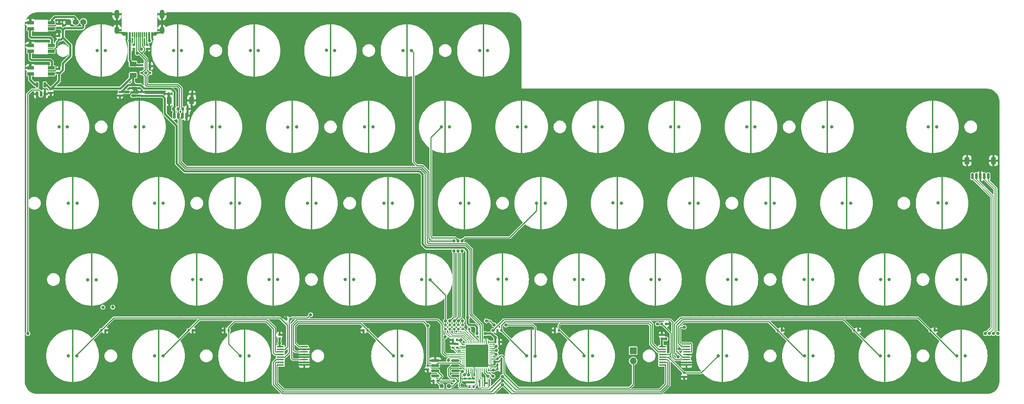
<source format=gbr>
%TF.GenerationSoftware,KiCad,Pcbnew,8.0.8*%
%TF.CreationDate,2025-03-01T16:07:24+01:00*%
%TF.ProjectId,the-nicholas-van prototype,7468652d-6e69-4636-986f-6c61732d7661,rev?*%
%TF.SameCoordinates,Original*%
%TF.FileFunction,Copper,L4,Bot*%
%TF.FilePolarity,Positive*%
%FSLAX46Y46*%
G04 Gerber Fmt 4.6, Leading zero omitted, Abs format (unit mm)*
G04 Created by KiCad (PCBNEW 8.0.8) date 2025-03-01 16:07:24*
%MOMM*%
%LPD*%
G01*
G04 APERTURE LIST*
G04 Aperture macros list*
%AMRoundRect*
0 Rectangle with rounded corners*
0 $1 Rounding radius*
0 $2 $3 $4 $5 $6 $7 $8 $9 X,Y pos of 4 corners*
0 Add a 4 corners polygon primitive as box body*
4,1,4,$2,$3,$4,$5,$6,$7,$8,$9,$2,$3,0*
0 Add four circle primitives for the rounded corners*
1,1,$1+$1,$2,$3*
1,1,$1+$1,$4,$5*
1,1,$1+$1,$6,$7*
1,1,$1+$1,$8,$9*
0 Add four rect primitives between the rounded corners*
20,1,$1+$1,$2,$3,$4,$5,0*
20,1,$1+$1,$4,$5,$6,$7,0*
20,1,$1+$1,$6,$7,$8,$9,0*
20,1,$1+$1,$8,$9,$2,$3,0*%
%AMFreePoly0*
4,1,21,0.111114,6.666294,0.166294,6.611114,0.196157,6.539018,0.200000,6.500000,0.200000,-6.500000,0.196157,-6.539018,0.166294,-6.611114,0.111114,-6.666294,0.039018,-6.696157,-0.039018,-6.696157,-0.111114,-6.666294,-0.166294,-6.611114,-0.196157,-6.539018,-0.200000,-6.500000,-0.200000,6.500000,-0.196157,6.539018,-0.166294,6.611114,-0.111114,6.666294,-0.039018,6.696157,0.039018,6.696157,
0.111114,6.666294,0.111114,6.666294,$1*%
G04 Aperture macros list end*
%TA.AperFunction,SMDPad,CuDef*%
%ADD10FreePoly0,0.000000*%
%TD*%
%TA.AperFunction,SMDPad,CuDef*%
%ADD11FreePoly0,180.000000*%
%TD*%
%TA.AperFunction,SMDPad,CuDef*%
%ADD12RoundRect,0.140000X-0.170000X0.140000X-0.170000X-0.140000X0.170000X-0.140000X0.170000X0.140000X0*%
%TD*%
%TA.AperFunction,SMDPad,CuDef*%
%ADD13RoundRect,0.135000X-0.185000X0.135000X-0.185000X-0.135000X0.185000X-0.135000X0.185000X0.135000X0*%
%TD*%
%TA.AperFunction,SMDPad,CuDef*%
%ADD14RoundRect,0.135000X-0.135000X-0.185000X0.135000X-0.185000X0.135000X0.185000X-0.135000X0.185000X0*%
%TD*%
%TA.AperFunction,SMDPad,CuDef*%
%ADD15RoundRect,0.135000X0.135000X0.185000X-0.135000X0.185000X-0.135000X-0.185000X0.135000X-0.185000X0*%
%TD*%
%TA.AperFunction,SMDPad,CuDef*%
%ADD16R,0.400000X1.900000*%
%TD*%
%TA.AperFunction,SMDPad,CuDef*%
%ADD17RoundRect,0.140000X0.170000X-0.140000X0.170000X0.140000X-0.170000X0.140000X-0.170000X-0.140000X0*%
%TD*%
%TA.AperFunction,SMDPad,CuDef*%
%ADD18RoundRect,0.062500X0.062500X-0.375000X0.062500X0.375000X-0.062500X0.375000X-0.062500X-0.375000X0*%
%TD*%
%TA.AperFunction,SMDPad,CuDef*%
%ADD19RoundRect,0.062500X0.375000X-0.062500X0.375000X0.062500X-0.375000X0.062500X-0.375000X-0.062500X0*%
%TD*%
%TA.AperFunction,SMDPad,CuDef*%
%ADD20R,5.600000X5.600000*%
%TD*%
%TA.AperFunction,ComponentPad*%
%ADD21C,1.500000*%
%TD*%
%TA.AperFunction,SMDPad,CuDef*%
%ADD22R,1.778000X0.419100*%
%TD*%
%TA.AperFunction,ComponentPad*%
%ADD23R,1.700000X1.700000*%
%TD*%
%TA.AperFunction,ComponentPad*%
%ADD24O,1.700000X1.700000*%
%TD*%
%TA.AperFunction,SMDPad,CuDef*%
%ADD25RoundRect,0.150000X-0.150000X-0.625000X0.150000X-0.625000X0.150000X0.625000X-0.150000X0.625000X0*%
%TD*%
%TA.AperFunction,SMDPad,CuDef*%
%ADD26RoundRect,0.250000X-0.350000X-0.650000X0.350000X-0.650000X0.350000X0.650000X-0.350000X0.650000X0*%
%TD*%
%TA.AperFunction,SMDPad,CuDef*%
%ADD27R,0.700000X1.000000*%
%TD*%
%TA.AperFunction,SMDPad,CuDef*%
%ADD28R,0.700000X0.600000*%
%TD*%
%TA.AperFunction,SMDPad,CuDef*%
%ADD29RoundRect,0.250000X-0.625000X0.375000X-0.625000X-0.375000X0.625000X-0.375000X0.625000X0.375000X0*%
%TD*%
%TA.AperFunction,SMDPad,CuDef*%
%ADD30R,1.700000X0.820000*%
%TD*%
%TA.AperFunction,SMDPad,CuDef*%
%ADD31RoundRect,0.205000X0.645000X0.205000X-0.645000X0.205000X-0.645000X-0.205000X0.645000X-0.205000X0*%
%TD*%
%TA.AperFunction,SMDPad,CuDef*%
%ADD32RoundRect,0.150000X-0.825000X-0.150000X0.825000X-0.150000X0.825000X0.150000X-0.825000X0.150000X0*%
%TD*%
%TA.AperFunction,SMDPad,CuDef*%
%ADD33RoundRect,0.150000X0.587500X0.150000X-0.587500X0.150000X-0.587500X-0.150000X0.587500X-0.150000X0*%
%TD*%
%TA.AperFunction,SMDPad,CuDef*%
%ADD34R,0.600000X1.300000*%
%TD*%
%TA.AperFunction,SMDPad,CuDef*%
%ADD35R,0.300000X1.300000*%
%TD*%
%TA.AperFunction,ComponentPad*%
%ADD36O,1.200000X2.250000*%
%TD*%
%TA.AperFunction,ComponentPad*%
%ADD37O,1.200000X1.850000*%
%TD*%
%TA.AperFunction,SMDPad,CuDef*%
%ADD38RoundRect,0.150000X0.150000X-0.512500X0.150000X0.512500X-0.150000X0.512500X-0.150000X-0.512500X0*%
%TD*%
%TA.AperFunction,SMDPad,CuDef*%
%ADD39RoundRect,0.140000X-0.140000X-0.170000X0.140000X-0.170000X0.140000X0.170000X-0.140000X0.170000X0*%
%TD*%
%TA.AperFunction,SMDPad,CuDef*%
%ADD40RoundRect,0.135000X0.185000X-0.135000X0.185000X0.135000X-0.185000X0.135000X-0.185000X-0.135000X0*%
%TD*%
%TA.AperFunction,SMDPad,CuDef*%
%ADD41RoundRect,0.140000X0.140000X0.170000X-0.140000X0.170000X-0.140000X-0.170000X0.140000X-0.170000X0*%
%TD*%
%TA.AperFunction,SMDPad,CuDef*%
%ADD42RoundRect,0.150000X-0.150000X-0.275000X0.150000X-0.275000X0.150000X0.275000X-0.150000X0.275000X0*%
%TD*%
%TA.AperFunction,SMDPad,CuDef*%
%ADD43RoundRect,0.175000X-0.175000X-0.225000X0.175000X-0.225000X0.175000X0.225000X-0.175000X0.225000X0*%
%TD*%
%TA.AperFunction,SMDPad,CuDef*%
%ADD44RoundRect,0.237500X0.250000X0.237500X-0.250000X0.237500X-0.250000X-0.237500X0.250000X-0.237500X0*%
%TD*%
%TA.AperFunction,ViaPad*%
%ADD45C,0.800000*%
%TD*%
%TA.AperFunction,ViaPad*%
%ADD46C,0.620000*%
%TD*%
%TA.AperFunction,ViaPad*%
%ADD47C,0.600000*%
%TD*%
%TA.AperFunction,Conductor*%
%ADD48C,0.250000*%
%TD*%
%TA.AperFunction,Conductor*%
%ADD49C,0.500000*%
%TD*%
%TA.AperFunction,Conductor*%
%ADD50C,0.620000*%
%TD*%
%TA.AperFunction,Conductor*%
%ADD51C,0.381000*%
%TD*%
%TA.AperFunction,Conductor*%
%ADD52C,0.600000*%
%TD*%
%TA.AperFunction,Conductor*%
%ADD53C,0.200000*%
%TD*%
%TA.AperFunction,Conductor*%
%ADD54C,0.280000*%
%TD*%
%TA.AperFunction,Conductor*%
%ADD55C,0.560000*%
%TD*%
G04 APERTURE END LIST*
D10*
%TO.P,SW_EC23,3,3*%
%TO.N,GND*%
X119062500Y-96837500D03*
%TD*%
%TO.P,SW_EC26,3,3*%
%TO.N,GND*%
X176212500Y-96837500D03*
%TD*%
%TO.P,SW_EC31,3,3*%
%TO.N,GND*%
X45243750Y-115887500D03*
%TD*%
D11*
%TO.P,SW_EC32,3,3*%
%TO.N,GND*%
X71437500Y-115887500D03*
%TD*%
%TO.P,SW_EC50,3,3*%
%TO.N,GND*%
X223837500Y-134937500D03*
%TD*%
D10*
%TO.P,SW_EC10,3,3*%
%TO.N,GND*%
X95250000Y-77787500D03*
%TD*%
%TO.P,SW_EC11,3,3*%
%TO.N,GND*%
X114300000Y-77787500D03*
%TD*%
%TO.P,SW_EC25,3,3*%
%TO.N,GND*%
X157162500Y-96837500D03*
%TD*%
D11*
%TO.P,SW_EC39,3,3*%
%TO.N,GND*%
X204787500Y-115887500D03*
%TD*%
D10*
%TO.P,SW_EC28,3,3*%
%TO.N,GND*%
X214312500Y-96837500D03*
%TD*%
%TO.P,SW_EC21,3,3*%
%TO.N,GND*%
X80962500Y-96837500D03*
%TD*%
%TO.P,SW_EC9,3,3*%
%TO.N,GND*%
X76200000Y-77787500D03*
%TD*%
D11*
%TO.P,SW_EC54,3,3*%
%TO.N,GND*%
X261937500Y-134937500D03*
%TD*%
D10*
%TO.P,SW_EC7,3,3*%
%TO.N,GND*%
X38100000Y-77787500D03*
%TD*%
D11*
%TO.P,SW_EC35,3,3*%
%TO.N,GND*%
X128587500Y-115887500D03*
%TD*%
D10*
%TO.P,SW_EC19,3,3*%
%TO.N,GND*%
X40481250Y-96837500D03*
%TD*%
D11*
%TO.P,SW_EC34,3,3*%
%TO.N,GND*%
X109537500Y-115887500D03*
%TD*%
%TO.P,SW_EC4,3,3*%
%TO.N,GND*%
X104775000Y-58737500D03*
%TD*%
%TO.P,SW_EC37,3,3*%
%TO.N,GND*%
X166687500Y-115887500D03*
%TD*%
%TO.P,SW_EC38,3,3*%
%TO.N,GND*%
X185737500Y-115887500D03*
%TD*%
D10*
%TO.P,SW_EC16,3,3*%
%TO.N,GND*%
X209550000Y-77787500D03*
%TD*%
D11*
%TO.P,SW_EC5,3,3*%
%TO.N,GND*%
X123825000Y-58737500D03*
%TD*%
D10*
%TO.P,SW_EC43,3,3*%
%TO.N,GND*%
X40481250Y-134937500D03*
%TD*%
%TO.P,SW_EC29,3,3*%
%TO.N,GND*%
X233362500Y-96837500D03*
%TD*%
%TO.P,SW_EC42,3,3*%
%TO.N,GND*%
X261937500Y-115887500D03*
%TD*%
%TO.P,SW_EC30,3,3*%
%TO.N,GND*%
X257175000Y-96837500D03*
%TD*%
D11*
%TO.P,SW_EC2,3,3*%
%TO.N,GND*%
X66675000Y-58737500D03*
%TD*%
D10*
%TO.P,SW_EC20,3,3*%
%TO.N,GND*%
X61912500Y-96837500D03*
%TD*%
%TO.P,SW_EC12,3,3*%
%TO.N,GND*%
X133350000Y-77787500D03*
%TD*%
%TO.P,SW_EC36,3,3*%
%TO.N,GND*%
X147637500Y-115887500D03*
%TD*%
%TO.P,SW_EC17,3,3*%
%TO.N,GND*%
X228600000Y-77787500D03*
%TD*%
%TO.P,SW_EC13,3,3*%
%TO.N,GND*%
X152400000Y-77787500D03*
%TD*%
D11*
%TO.P,SW_EC3,3,3*%
%TO.N,GND*%
X85725000Y-58737500D03*
%TD*%
D10*
%TO.P,SW_EC14,3,3*%
%TO.N,GND*%
X171450000Y-77787500D03*
%TD*%
D11*
%TO.P,SW_EC49,3,3*%
%TO.N,GND*%
X202406250Y-134937500D03*
%TD*%
%TO.P,SW_EC41,3,3*%
%TO.N,GND*%
X242887500Y-115887500D03*
%TD*%
%TO.P,SW_EC47,3,3*%
%TO.N,GND*%
X154781250Y-134937500D03*
%TD*%
%TO.P,SW_EC48,3,3*%
%TO.N,GND*%
X169068750Y-134937500D03*
%TD*%
%TO.P,SW_EC40,3,3*%
%TO.N,GND*%
X223837500Y-115887500D03*
%TD*%
%TO.P,SW_EC45,3,3*%
%TO.N,GND*%
X83343750Y-134937500D03*
%TD*%
D10*
%TO.P,SW_EC24,3,3*%
%TO.N,GND*%
X138112500Y-96837500D03*
%TD*%
D11*
%TO.P,SW_EC6,3,3*%
%TO.N,GND*%
X142875000Y-58737500D03*
%TD*%
D10*
%TO.P,SW_EC27,3,3*%
%TO.N,GND*%
X195262500Y-96837500D03*
%TD*%
%TO.P,SW_EC22,3,3*%
%TO.N,GND*%
X100012500Y-96837500D03*
%TD*%
D11*
%TO.P,SW_EC33,3,3*%
%TO.N,GND*%
X90487500Y-115887500D03*
%TD*%
D10*
%TO.P,SW_EC44,3,3*%
%TO.N,GND*%
X61912500Y-134937500D03*
%TD*%
%TO.P,SW_EC15,3,3*%
%TO.N,GND*%
X190500000Y-77787500D03*
%TD*%
D11*
%TO.P,SW_EC51,3,3*%
%TO.N,GND*%
X242887500Y-134937500D03*
%TD*%
D10*
%TO.P,SW_EC8,3,3*%
%TO.N,GND*%
X57150000Y-77787500D03*
%TD*%
%TO.P,SW_EC18,3,3*%
%TO.N,GND*%
X254793750Y-77787500D03*
%TD*%
D11*
%TO.P,SW_EC46,3,3*%
%TO.N,GND*%
X121443750Y-134937500D03*
%TD*%
%TO.P,SW_EC1,3,3*%
%TO.N,GND*%
X47625000Y-58737500D03*
%TD*%
D12*
%TO.P,C6,1*%
%TO.N,VBAT*%
X139442322Y-140577223D03*
%TO.P,C6,2*%
%TO.N,GND*%
X139442322Y-141537223D03*
%TD*%
D13*
%TO.P,R6,1*%
%TO.N,ROW4*%
X137707458Y-127253239D03*
%TO.P,R6,2*%
%TO.N,Net-(U1-PA8)*%
X137707458Y-128273239D03*
%TD*%
D14*
%TO.P,R15,1*%
%TO.N,COL1*%
X69389148Y-128587500D03*
%TO.P,R15,2*%
%TO.N,GND*%
X70409148Y-128587500D03*
%TD*%
%TO.P,R24,1*%
%TO.N,COL9*%
X216183750Y-128587500D03*
%TO.P,R24,2*%
%TO.N,GND*%
X217203750Y-128587500D03*
%TD*%
D13*
%TO.P,R4,1*%
%TO.N,ROW1*%
X135578946Y-127225266D03*
%TO.P,R4,2*%
%TO.N,Net-(U1-PB14)*%
X135578946Y-128245266D03*
%TD*%
D15*
%TO.P,R19,1*%
%TO.N,Net-(JP1-B)*%
X131478750Y-141193750D03*
%TO.P,R19,2*%
%TO.N,GND*%
X130458750Y-141193750D03*
%TD*%
D16*
%TO.P,Y1,1,1*%
%TO.N,XTAL1*%
X141957464Y-141748285D03*
%TO.P,Y1,2,2*%
%TO.N,GND*%
X143157464Y-141748285D03*
%TO.P,Y1,3,3*%
%TO.N,XTAL0*%
X144357464Y-141748285D03*
%TD*%
D17*
%TO.P,C15,1*%
%TO.N,+5V*%
X37100000Y-53032500D03*
%TO.P,C15,2*%
%TO.N,GND*%
X37100000Y-52072500D03*
%TD*%
D14*
%TO.P,R26,1*%
%TO.N,COL11*%
X254283750Y-128577309D03*
%TO.P,R26,2*%
%TO.N,GND*%
X255303750Y-128577309D03*
%TD*%
D18*
%TO.P,U1,1,VBAT*%
%TO.N,VBAT*%
X144037500Y-138375000D03*
%TO.P,U1,2,PC13*%
%TO.N,SW1*%
X143537500Y-138375000D03*
%TO.P,U1,3,PC14*%
%TO.N,ENC1*%
X143037500Y-138375000D03*
%TO.P,U1,4,PC15*%
%TO.N,unconnected-(U1-PC15-Pad4)*%
X142537500Y-138375000D03*
%TO.P,U1,5,PH0*%
%TO.N,XTAL0*%
X142037500Y-138375000D03*
%TO.P,U1,6,PH1*%
%TO.N,XTAL1*%
X141537500Y-138375000D03*
%TO.P,U1,7,NRST*%
%TO.N,NRST*%
X141037500Y-138375000D03*
%TO.P,U1,8,VSSA*%
%TO.N,GND*%
X140537500Y-138375000D03*
%TO.P,U1,9,VREF+*%
%TO.N,VBAT*%
X140037500Y-138375000D03*
%TO.P,U1,10,PA0*%
%TO.N,unconnected-(U1-PA0-Pad10)*%
X139537500Y-138375000D03*
%TO.P,U1,11,PA1*%
%TO.N,ENC2*%
X139037500Y-138375000D03*
%TO.P,U1,12,PA2*%
%TO.N,SW2*%
X138537500Y-138375000D03*
D19*
%TO.P,U1,13,PA3*%
%TO.N,ADC*%
X137850000Y-137687500D03*
%TO.P,U1,14,PA4*%
%TO.N,APLEX_OUT_PIN_0*%
X137850000Y-137187500D03*
%TO.P,U1,15,PA5*%
%TO.N,unconnected-(U1-PA5-Pad15)*%
X137850000Y-136687500D03*
%TO.P,U1,16,PA6*%
%TO.N,unconnected-(U1-PA6-Pad16)*%
X137850000Y-136187500D03*
%TO.P,U1,17,PA7*%
%TO.N,ARGB_3V3*%
X137850000Y-135687500D03*
%TO.P,U1,18,PB0*%
%TO.N,APLEX_EN_PIN_0*%
X137850000Y-135187500D03*
%TO.P,U1,19,PB1*%
%TO.N,APLEX_EN_PIN_1*%
X137850000Y-134687500D03*
%TO.P,U1,20,PB2*%
%TO.N,BOOT1*%
X137850000Y-134187500D03*
%TO.P,U1,21,PB10*%
%TO.N,unconnected-(U1-PB10-Pad21)*%
X137850000Y-133687500D03*
%TO.P,U1,22,VCAP1*%
%TO.N,Net-(U1-VCAP1)*%
X137850000Y-133187500D03*
%TO.P,U1,23,VSS*%
%TO.N,GND*%
X137850000Y-132687500D03*
%TO.P,U1,24,VDD*%
%TO.N,VBAT*%
X137850000Y-132187500D03*
D18*
%TO.P,U1,25,PB12*%
%TO.N,Net-(U1-PB12)*%
X138537500Y-131500000D03*
%TO.P,U1,26,PB13*%
%TO.N,Net-(U1-PB13)*%
X139037500Y-131500000D03*
%TO.P,U1,27,PB14*%
%TO.N,Net-(U1-PB14)*%
X139537500Y-131500000D03*
%TO.P,U1,28,PB15*%
%TO.N,Net-(U1-PB15)*%
X140037500Y-131500000D03*
%TO.P,U1,29,PA8*%
%TO.N,Net-(U1-PA8)*%
X140537500Y-131500000D03*
%TO.P,U1,30,PA9*%
%TO.N,unconnected-(U1-PA9-Pad30)*%
X141037500Y-131500000D03*
%TO.P,U1,31,PA10*%
%TO.N,Net-(U1-PA10)*%
X141537500Y-131500000D03*
%TO.P,U1,32,PA11*%
%TO.N,D-*%
X142037500Y-131500000D03*
%TO.P,U1,33,PA12*%
%TO.N,D+*%
X142537500Y-131500000D03*
%TO.P,U1,34,PA13*%
%TO.N,SWDIO*%
X143037500Y-131500000D03*
%TO.P,U1,35,VSS*%
%TO.N,GND*%
X143537500Y-131500000D03*
%TO.P,U1,36,VDD*%
%TO.N,VBAT*%
X144037500Y-131500000D03*
D19*
%TO.P,U1,37,PA14*%
%TO.N,SWCLK*%
X144725000Y-132187500D03*
%TO.P,U1,38,PA15*%
%TO.N,unconnected-(U1-PA15-Pad38)*%
X144725000Y-132687500D03*
%TO.P,U1,39,PB3*%
%TO.N,AMUX_SEL_2*%
X144725000Y-133187500D03*
%TO.P,U1,40,PB4*%
%TO.N,AMUX_SEL_1*%
X144725000Y-133687500D03*
%TO.P,U1,41,PB5*%
%TO.N,AMUX_SEL_0*%
X144725000Y-134187500D03*
%TO.P,U1,42,PB6*%
%TO.N,unconnected-(U1-PB6-Pad42)*%
X144725000Y-134687500D03*
%TO.P,U1,43,PB7*%
%TO.N,unconnected-(U1-PB7-Pad43)*%
X144725000Y-135187500D03*
%TO.P,U1,44,BOOT0*%
%TO.N,BOOT0*%
X144725000Y-135687500D03*
%TO.P,U1,45,PB8*%
%TO.N,unconnected-(U1-PB8-Pad45)*%
X144725000Y-136187500D03*
%TO.P,U1,46,PB9*%
%TO.N,unconnected-(U1-PB9-Pad46)*%
X144725000Y-136687500D03*
%TO.P,U1,47,VSS*%
%TO.N,GND*%
X144725000Y-137187500D03*
%TO.P,U1,48,VDD*%
%TO.N,VBAT*%
X144725000Y-137687500D03*
D20*
%TO.P,U1,49,VSS*%
%TO.N,GND*%
X141287500Y-134937500D03*
%TD*%
D12*
%TO.P,C13,1*%
%TO.N,VBAT*%
X138345929Y-140577223D03*
%TO.P,C13,2*%
%TO.N,GND*%
X138345929Y-141537223D03*
%TD*%
D21*
%TO.P,J5,1,Pin_1*%
%TO.N,GND*%
X39375000Y-51593750D03*
%TO.P,J5,2,Pin_2*%
%TO.N,ARGB*%
X41275000Y-51593750D03*
%TO.P,J5,3,Pin_3*%
%TO.N,+5V*%
X43175000Y-51593750D03*
%TD*%
D13*
%TO.P,R12,1*%
%TO.N,Net-(J3-CC1)*%
X55753000Y-57275000D03*
%TO.P,R12,2*%
%TO.N,GND*%
X55753000Y-58295000D03*
%TD*%
D22*
%TO.P,U6,1,A4*%
%TO.N,COL9*%
X193474340Y-132664200D03*
%TO.P,U6,2,A6*%
%TO.N,COL11*%
X193474340Y-133314440D03*
%TO.P,U6,3,A*%
%TO.N,APLEX_OUT_PIN_0*%
X193474340Y-133964680D03*
%TO.P,U6,4,A7*%
%TO.N,GND*%
X193474340Y-134614920D03*
%TO.P,U6,5,A5*%
%TO.N,COL10*%
X193474340Y-135260080D03*
%TO.P,U6,6,~{E}*%
%TO.N,APLEX_EN_PIN_1*%
X193474340Y-135910320D03*
%TO.P,U6,7,VEE*%
%TO.N,GND*%
X193474340Y-136560560D03*
%TO.P,U6,8,GND*%
X193474340Y-137210800D03*
%TO.P,U6,9,S2*%
%TO.N,AMUX_SEL_2*%
X187525660Y-137210800D03*
%TO.P,U6,10,S1*%
%TO.N,AMUX_SEL_1*%
X187525660Y-136560560D03*
%TO.P,U6,11,S0*%
%TO.N,AMUX_SEL_0*%
X187525660Y-135910320D03*
%TO.P,U6,12,A3*%
%TO.N,COL8*%
X187525660Y-135260080D03*
%TO.P,U6,13,A0*%
%TO.N,COL7*%
X187525660Y-134614920D03*
%TO.P,U6,14,A1*%
%TO.N,COL6*%
X187525660Y-133964680D03*
%TO.P,U6,15,A2*%
%TO.N,COL5*%
X187525660Y-133314440D03*
%TO.P,U6,16,VCC*%
%TO.N,VBAT*%
X187525660Y-132664200D03*
%TD*%
D23*
%TO.P,SW1,1,A*%
%TO.N,VBAT*%
X180181250Y-133662500D03*
D24*
%TO.P,SW1,2,B*%
%TO.N,BOOT0*%
X180181250Y-136202500D03*
%TD*%
D25*
%TO.P,J1,1,Pin_1*%
%TO.N,+5V*%
X65843750Y-75025000D03*
%TO.P,J1,2,Pin_2*%
%TO.N,D-*%
X66843750Y-75025000D03*
%TO.P,J1,3,Pin_3*%
%TO.N,D+*%
X67843750Y-75025000D03*
%TO.P,J1,4,Pin_4*%
%TO.N,GND*%
X68843750Y-75025000D03*
D26*
%TO.P,J1,MP,MountPin*%
X64543750Y-71150000D03*
X70143750Y-71150000D03*
%TD*%
D15*
%TO.P,R17,1*%
%TO.N,COL3*%
X94752704Y-125829190D03*
%TO.P,R17,2*%
%TO.N,GND*%
X93732704Y-125829190D03*
%TD*%
D27*
%TO.P,D1,1,GND*%
%TO.N,GND*%
X59735621Y-62604972D03*
D28*
%TO.P,D1,2,I/O1*%
%TO.N,D+*%
X59735621Y-64304972D03*
%TO.P,D1,3,I/O2*%
%TO.N,D-*%
X57735621Y-64304972D03*
%TO.P,D1,4,VCC*%
%TO.N,VCC*%
X57735621Y-62404972D03*
%TD*%
D22*
%TO.P,U4,1,A4*%
%TO.N,COL4*%
X98224340Y-132664200D03*
%TO.P,U4,2,A6*%
%TO.N,GND*%
X98224340Y-133314440D03*
%TO.P,U4,3,A*%
%TO.N,APLEX_OUT_PIN_0*%
X98224340Y-133964680D03*
%TO.P,U4,4,A7*%
%TO.N,GND*%
X98224340Y-134614920D03*
%TO.P,U4,5,A5*%
X98224340Y-135260080D03*
%TO.P,U4,6,~{E}*%
%TO.N,APLEX_EN_PIN_0*%
X98224340Y-135910320D03*
%TO.P,U4,7,VEE*%
%TO.N,GND*%
X98224340Y-136560560D03*
%TO.P,U4,8,GND*%
X98224340Y-137210800D03*
%TO.P,U4,9,S2*%
%TO.N,AMUX_SEL_2*%
X92275660Y-137210800D03*
%TO.P,U4,10,S1*%
%TO.N,AMUX_SEL_1*%
X92275660Y-136560560D03*
%TO.P,U4,11,S0*%
%TO.N,AMUX_SEL_0*%
X92275660Y-135910320D03*
%TO.P,U4,12,A3*%
%TO.N,COL3*%
X92275660Y-135260080D03*
%TO.P,U4,13,A0*%
%TO.N,COL2*%
X92275660Y-134614920D03*
%TO.P,U4,14,A1*%
%TO.N,COL1*%
X92275660Y-133964680D03*
%TO.P,U4,15,A2*%
%TO.N,COL0*%
X92275660Y-133314440D03*
%TO.P,U4,16,VCC*%
%TO.N,VBAT*%
X92275660Y-132664200D03*
%TD*%
D25*
%TO.P,J4,1,Pin_1*%
%TO.N,SW1*%
X264700000Y-90106250D03*
%TO.P,J4,2,Pin_2*%
%TO.N,ENC1*%
X265700000Y-90106250D03*
%TO.P,J4,3,Pin_3*%
%TO.N,GND*%
X266700000Y-90106250D03*
%TO.P,J4,4,Pin_4*%
%TO.N,ENC2*%
X267700000Y-90106250D03*
%TO.P,J4,5,Pin_5*%
%TO.N,SW2*%
X268700000Y-90106250D03*
D26*
%TO.P,J4,MP,MountPin*%
%TO.N,GND*%
X263400000Y-86231250D03*
X270000000Y-86231250D03*
%TD*%
D13*
%TO.P,R5,1*%
%TO.N,ROW2*%
X136652000Y-127235871D03*
%TO.P,R5,2*%
%TO.N,Net-(U1-PB15)*%
X136652000Y-128255871D03*
%TD*%
D15*
%TO.P,R21,1*%
%TO.N,COL6*%
X161641250Y-128587500D03*
%TO.P,R21,2*%
%TO.N,GND*%
X160621250Y-128587500D03*
%TD*%
D12*
%TO.P,C7,1*%
%TO.N,VBAT*%
X140445929Y-140584658D03*
%TO.P,C7,2*%
%TO.N,GND*%
X140445929Y-141544658D03*
%TD*%
D13*
%TO.P,R3,1*%
%TO.N,ROW0*%
X134493000Y-127226234D03*
%TO.P,R3,2*%
%TO.N,Net-(U1-PB13)*%
X134493000Y-128246234D03*
%TD*%
D14*
%TO.P,R11,1*%
%TO.N,BOOT0*%
X146333750Y-135731250D03*
%TO.P,R11,2*%
%TO.N,GND*%
X147353750Y-135731250D03*
%TD*%
D29*
%TO.P,F_USBC1,1*%
%TO.N,VCC*%
X55562500Y-62100000D03*
%TO.P,F_USBC1,2*%
%TO.N,+5V*%
X55562500Y-64900000D03*
%TD*%
D14*
%TO.P,R8,1*%
%TO.N,VBAT*%
X139439723Y-142663937D03*
%TO.P,R8,2*%
%TO.N,NRST*%
X140459723Y-142663937D03*
%TD*%
D30*
%TO.P,LED1,1,VDD*%
%TO.N,+5V*%
X35150000Y-64567500D03*
%TO.P,LED1,2,DOUT*%
%TO.N,Net-(LED1-DOUT)*%
X35150000Y-63067500D03*
D31*
%TO.P,LED1,3,VSS*%
%TO.N,GND*%
X30050000Y-63067500D03*
D30*
%TO.P,LED1,4,DIN*%
%TO.N,ARGB_5V*%
X30050000Y-64567500D03*
%TD*%
D14*
%TO.P,R16,1*%
%TO.N,COL0*%
X47625000Y-128587500D03*
%TO.P,R16,2*%
%TO.N,GND*%
X48645000Y-128587500D03*
%TD*%
D17*
%TO.P,C1,1*%
%TO.N,Net-(U1-VCAP1)*%
X136331787Y-132911388D03*
%TO.P,C1,2*%
%TO.N,GND*%
X136331787Y-131951388D03*
%TD*%
%TO.P,C17,1*%
%TO.N,+5V*%
X37100000Y-64297500D03*
%TO.P,C17,2*%
%TO.N,GND*%
X37100000Y-63337500D03*
%TD*%
D30*
%TO.P,LED3,1,VDD*%
%TO.N,+5V*%
X35149000Y-53302500D03*
%TO.P,LED3,2,DOUT*%
%TO.N,ARGB*%
X35149000Y-51802500D03*
D31*
%TO.P,LED3,3,VSS*%
%TO.N,GND*%
X30049000Y-51802500D03*
D30*
%TO.P,LED3,4,DIN*%
%TO.N,Net-(LED2-DOUT)*%
X30049000Y-53302500D03*
%TD*%
D15*
%TO.P,R18,1*%
%TO.N,COL4*%
X114009913Y-128577309D03*
%TO.P,R18,2*%
%TO.N,GND*%
X112989913Y-128577309D03*
%TD*%
D13*
%TO.P,R13,1*%
%TO.N,Net-(J3-CC2)*%
X59055000Y-57275000D03*
%TO.P,R13,2*%
%TO.N,GND*%
X59055000Y-58295000D03*
%TD*%
D32*
%TO.P,U5,1*%
%TO.N,N/C*%
X130875000Y-139923750D03*
%TO.P,U5,2,IN-*%
%TO.N,Net-(JP1-B)*%
X130875000Y-138653750D03*
%TO.P,U5,3,IN+*%
%TO.N,APLEX_OUT_PIN_0*%
X130875000Y-137383750D03*
%TO.P,U5,4,V-*%
%TO.N,GND*%
X130875000Y-136113750D03*
%TO.P,U5,5*%
%TO.N,N/C*%
X135825000Y-136113750D03*
%TO.P,U5,6,OUT*%
%TO.N,ADC*%
X135825000Y-137383750D03*
%TO.P,U5,7,V+*%
%TO.N,VBAT*%
X135825000Y-138653750D03*
%TO.P,U5,8*%
%TO.N,N/C*%
X135825000Y-139923750D03*
%TD*%
D14*
%TO.P,R25,1*%
%TO.N,COL10*%
X235233750Y-128587500D03*
%TO.P,R25,2*%
%TO.N,GND*%
X236253750Y-128587500D03*
%TD*%
D33*
%TO.P,U2,1,GND*%
%TO.N,GND*%
X55854439Y-68106250D03*
%TO.P,U2,2,VO*%
%TO.N,VBAT*%
X55854439Y-70006250D03*
%TO.P,U2,3,VI*%
%TO.N,+5V*%
X53979439Y-69056250D03*
%TD*%
D12*
%TO.P,C8,1*%
%TO.N,+5V*%
X52313712Y-69068759D03*
%TO.P,C8,2*%
%TO.N,GND*%
X52313712Y-70028759D03*
%TD*%
D34*
%TO.P,J3,A1,GND*%
%TO.N,GND*%
X53950000Y-54800000D03*
%TO.P,J3,A4,VBUS*%
%TO.N,VCC*%
X54750000Y-54800000D03*
D35*
%TO.P,J3,A5,CC1*%
%TO.N,Net-(J3-CC1)*%
X55900000Y-54800000D03*
%TO.P,J3,A6,D+*%
%TO.N,D+*%
X56900000Y-54800000D03*
%TO.P,J3,A7,D-*%
%TO.N,D-*%
X57400000Y-54800000D03*
%TO.P,J3,A8,SBU1*%
%TO.N,unconnected-(J3-SBU1-PadA8)*%
X58400000Y-54800000D03*
D34*
%TO.P,J3,A9,VBUS*%
%TO.N,VCC*%
X59550000Y-54800000D03*
%TO.P,J3,A12,GND*%
%TO.N,GND*%
X60350000Y-54800000D03*
D35*
%TO.P,J3,B5,CC2*%
%TO.N,Net-(J3-CC2)*%
X58900000Y-54800000D03*
%TO.P,J3,B6,D+*%
%TO.N,D+*%
X57900000Y-54800000D03*
%TO.P,J3,B7,D-*%
%TO.N,D-*%
X56400000Y-54800000D03*
%TO.P,J3,B8,SBU2*%
%TO.N,unconnected-(J3-SBU2-PadB8)*%
X55400000Y-54800000D03*
D36*
%TO.P,J3,S1,SHIELD*%
%TO.N,GND*%
X51530000Y-49650000D03*
D37*
X51530000Y-53650000D03*
D36*
X62770000Y-49650000D03*
D37*
X62770000Y-53650000D03*
%TD*%
D17*
%TO.P,C9,1*%
%TO.N,VBAT*%
X57702555Y-70069871D03*
%TO.P,C9,2*%
%TO.N,GND*%
X57702555Y-69109871D03*
%TD*%
D38*
%TO.P,U3,1*%
%TO.N,GND*%
X33550000Y-69547375D03*
%TO.P,U3,2*%
%TO.N,ARGB_3V3*%
X32600000Y-69547375D03*
%TO.P,U3,3,GND*%
%TO.N,GND*%
X31650000Y-69547375D03*
%TO.P,U3,4*%
%TO.N,ARGB_5V*%
X31650000Y-67272375D03*
%TO.P,U3,5,+5V*%
%TO.N,+5V*%
X33550000Y-67272375D03*
%TD*%
D14*
%TO.P,R20,1*%
%TO.N,COL7*%
X187323000Y-127000000D03*
%TO.P,R20,2*%
%TO.N,GND*%
X188343000Y-127000000D03*
%TD*%
D17*
%TO.P,C16,1*%
%TO.N,+5V*%
X37115180Y-56042500D03*
%TO.P,C16,2*%
%TO.N,GND*%
X37115180Y-55082500D03*
%TD*%
D39*
%TO.P,C5,1*%
%TO.N,VBAT*%
X146375680Y-137121052D03*
%TO.P,C5,2*%
%TO.N,GND*%
X147335680Y-137121052D03*
%TD*%
D17*
%TO.P,C12,1*%
%TO.N,GND*%
X129007714Y-138333131D03*
%TO.P,C12,2*%
%TO.N,APLEX_OUT_PIN_0*%
X129007714Y-137373131D03*
%TD*%
D30*
%TO.P,LED2,1,VDD*%
%TO.N,+5V*%
X35149000Y-58935000D03*
%TO.P,LED2,2,DOUT*%
%TO.N,Net-(LED2-DOUT)*%
X35149000Y-57435000D03*
D31*
%TO.P,LED2,3,VSS*%
%TO.N,GND*%
X30049000Y-57435000D03*
D30*
%TO.P,LED2,4,DIN*%
%TO.N,Net-(LED1-DOUT)*%
X30049000Y-58935000D03*
%TD*%
D40*
%TO.P,R1,1*%
%TO.N,Net-(U1-PA10)*%
X139319000Y-128271660D03*
%TO.P,R1,2*%
%TO.N,VBAT*%
X139319000Y-127251660D03*
%TD*%
D15*
%TO.P,R22,1*%
%TO.N,COL5*%
X147353750Y-128587500D03*
%TO.P,R22,2*%
%TO.N,GND*%
X146333750Y-128587500D03*
%TD*%
D39*
%TO.P,C2,1*%
%TO.N,VBAT*%
X146386593Y-138167485D03*
%TO.P,C2,2*%
%TO.N,GND*%
X147346593Y-138167485D03*
%TD*%
D41*
%TO.P,C3,1*%
%TO.N,VBAT*%
X136243000Y-130937000D03*
%TO.P,C3,2*%
%TO.N,GND*%
X135283000Y-130937000D03*
%TD*%
D14*
%TO.P,R7,1*%
%TO.N,Net-(JP1-B)*%
X135505000Y-141193750D03*
%TO.P,R7,2*%
%TO.N,ADC*%
X136525000Y-141193750D03*
%TD*%
D39*
%TO.P,C4,1*%
%TO.N,VBAT*%
X145851250Y-131481250D03*
%TO.P,C4,2*%
%TO.N,GND*%
X146811250Y-131481250D03*
%TD*%
D13*
%TO.P,R9,1*%
%TO.N,GND*%
X135252011Y-131903511D03*
%TO.P,R9,2*%
%TO.N,BOOT1*%
X135252011Y-132923511D03*
%TD*%
D42*
%TO.P,J2,1,Pin_1*%
%TO.N,+5V*%
X65543750Y-73312500D03*
%TO.P,J2,2,Pin_2*%
%TO.N,D-*%
X66743750Y-73312500D03*
%TO.P,J2,3,Pin_3*%
%TO.N,D+*%
X67943750Y-73312500D03*
%TO.P,J2,4,Pin_4*%
%TO.N,GND*%
X69143750Y-73312500D03*
D43*
%TO.P,J2,MP,MountPin*%
X64393750Y-69537500D03*
X70293750Y-69537500D03*
%TD*%
D15*
%TO.P,R10,1*%
%TO.N,COL2*%
X79375000Y-128587500D03*
%TO.P,R10,2*%
%TO.N,GND*%
X78355000Y-128587500D03*
%TD*%
D13*
%TO.P,R2,1*%
%TO.N,ROW3*%
X133428916Y-127218308D03*
%TO.P,R2,2*%
%TO.N,Net-(U1-PB12)*%
X133428916Y-128238308D03*
%TD*%
D17*
%TO.P,C11,1*%
%TO.N,VBAT*%
X92075000Y-130655000D03*
%TO.P,C11,2*%
%TO.N,GND*%
X92075000Y-129695000D03*
%TD*%
%TO.P,C14,1*%
%TO.N,VBAT*%
X187325000Y-130655000D03*
%TO.P,C14,2*%
%TO.N,GND*%
X187325000Y-129695000D03*
%TD*%
D13*
%TO.P,R23,1*%
%TO.N,COL8*%
X192881250Y-139190000D03*
%TO.P,R23,2*%
%TO.N,GND*%
X192881250Y-140210000D03*
%TD*%
D44*
%TO.P,JP1,1,A*%
%TO.N,ADC*%
X134279692Y-142496607D03*
%TO.P,JP1,2,B*%
%TO.N,Net-(JP1-B)*%
X132454692Y-142496607D03*
%TD*%
D12*
%TO.P,C18,1*%
%TO.N,+5V*%
X35052000Y-68354000D03*
%TO.P,C18,2*%
%TO.N,GND*%
X35052000Y-69314000D03*
%TD*%
D45*
%TO.N,*%
X50475344Y-122786056D03*
X48023634Y-122797251D03*
%TO.N,GND*%
X214312500Y-130968750D03*
X219075000Y-81756250D03*
X73025000Y-90297000D03*
X181768750Y-124742241D03*
X130692326Y-128558402D03*
X137572029Y-142288666D03*
X142494000Y-86868000D03*
X132444299Y-124730700D03*
X187325000Y-128587500D03*
X84455000Y-106045000D03*
X130683000Y-134493000D03*
X199644000Y-84074000D03*
X104775000Y-73818750D03*
X130556000Y-90170000D03*
X129016957Y-139313985D03*
X200027079Y-122750277D03*
X130556000Y-103378000D03*
X123317000Y-103505000D03*
X65405000Y-106045000D03*
X129033002Y-141191231D03*
X266700000Y-96837500D03*
X119062500Y-124742241D03*
X211931250Y-124742241D03*
X55117760Y-124719505D03*
X149247390Y-124738163D03*
X75819000Y-90297000D03*
X40781680Y-126989901D03*
X104655601Y-83944962D03*
X106045000Y-103505000D03*
X142875000Y-77787500D03*
X101219000Y-65278000D03*
X130556000Y-97028000D03*
X125857000Y-106045000D03*
X43815000Y-84455000D03*
X128587500Y-124742241D03*
X130713297Y-131550693D03*
X40640000Y-69342000D03*
X119380000Y-65278000D03*
X37084000Y-69342000D03*
X196852079Y-122750277D03*
X106045000Y-106045000D03*
X126206250Y-124742241D03*
X52387500Y-134937500D03*
X126619000Y-97155000D03*
X238935428Y-122908104D03*
X196850000Y-127254000D03*
X140843000Y-112014000D03*
X92202000Y-90170000D03*
X68707000Y-82042000D03*
X124524826Y-86976027D03*
X214312500Y-119856250D03*
X71437500Y-100806250D03*
X40765366Y-124732142D03*
X216154000Y-86614000D03*
X221488000Y-127127000D03*
X64645571Y-126994056D03*
X101600000Y-130968750D03*
X76200000Y-62706250D03*
X247650000Y-92868750D03*
X71437500Y-92868750D03*
X126238000Y-142621000D03*
X93024459Y-129662503D03*
X50006250Y-130968750D03*
X216154000Y-84074000D03*
X204787500Y-92868750D03*
X184943750Y-124742241D03*
X30956250Y-134937500D03*
X147637500Y-103187500D03*
X214312500Y-138906250D03*
X153998695Y-124719850D03*
X220218000Y-105918000D03*
X230996686Y-124742241D03*
X142767073Y-139807927D03*
X104775000Y-124742241D03*
X217487500Y-124742241D03*
X61912500Y-115887500D03*
X147637500Y-92868750D03*
X47625000Y-81756250D03*
X123825000Y-77787500D03*
X116840000Y-65278000D03*
X43146616Y-124732142D03*
X111918750Y-124742241D03*
X178943000Y-84201000D03*
X71128172Y-128570780D03*
X35179000Y-66421000D03*
X235760428Y-122908104D03*
X217678000Y-103378000D03*
X157162500Y-119856250D03*
X228615436Y-124742241D03*
X161925000Y-73818750D03*
X68707000Y-84582000D03*
X98425000Y-87122000D03*
X134424722Y-124710503D03*
X82042000Y-67818000D03*
X95250000Y-87122000D03*
X35052000Y-70231000D03*
X107156250Y-124742241D03*
X160274000Y-127254000D03*
X256381250Y-128587500D03*
X134503087Y-122818544D03*
X181779945Y-122773764D03*
X104775000Y-81756250D03*
X211963000Y-127381000D03*
X140843000Y-109728000D03*
X79502000Y-65278000D03*
X135255000Y-67818000D03*
X123825000Y-124742241D03*
X241300000Y-127254000D03*
X242887500Y-96837500D03*
X150368000Y-103251000D03*
X192087500Y-124742241D03*
X185737500Y-96837500D03*
X171450000Y-124742241D03*
X141287500Y-134937500D03*
X237617000Y-105918000D03*
X65405000Y-82042000D03*
X67159530Y-127037220D03*
X108077000Y-87122000D03*
X137795000Y-67818000D03*
X68707000Y-69469000D03*
X46355000Y-84455000D03*
X49530000Y-103378000D03*
X235966000Y-86614000D03*
X238506000Y-86614000D03*
X52387500Y-96837500D03*
X156379945Y-124719850D03*
X135255000Y-65278000D03*
X226234186Y-124742241D03*
X132449128Y-122829739D03*
X57150000Y-103378000D03*
X60960000Y-65278000D03*
X126619000Y-92456000D03*
X159385000Y-142113000D03*
X124524826Y-83801027D03*
X197104000Y-86614000D03*
X200025000Y-124742241D03*
X121443750Y-124742241D03*
X101600000Y-138906250D03*
X163957000Y-105918000D03*
X140843000Y-119761000D03*
X163957000Y-103378000D03*
X119055920Y-122724483D03*
X62246074Y-126977264D03*
X146843750Y-124742241D03*
X142081250Y-124742241D03*
X176212500Y-124742241D03*
X238887000Y-127254000D03*
X166687500Y-96837500D03*
X184150000Y-138906250D03*
X64601415Y-122748835D03*
X43434000Y-66548000D03*
X226187000Y-127127000D03*
X60977995Y-69177863D03*
X200025000Y-127254000D03*
X180975000Y-77787500D03*
X46355000Y-86995000D03*
X252412500Y-138906250D03*
X90487500Y-124742241D03*
X93677936Y-124742241D03*
X219075000Y-73818750D03*
X83080417Y-84114370D03*
X81788000Y-127254000D03*
X247650000Y-100806250D03*
X241315436Y-124742241D03*
D46*
X37100000Y-51152500D03*
D45*
X126746000Y-108077000D03*
X80935151Y-122670815D03*
X89027000Y-87122000D03*
X30956250Y-92868750D03*
X70485000Y-86995000D03*
X164256199Y-122934226D03*
X126619000Y-94615000D03*
X115062000Y-127381000D03*
X50006250Y-138906250D03*
X101480601Y-83944962D03*
D46*
X29875000Y-51152500D03*
D45*
X130556000Y-101600000D03*
X32893000Y-142748000D03*
X174117000Y-142081250D03*
X123317000Y-106045000D03*
X161417000Y-84328000D03*
X49530000Y-105918000D03*
X49532813Y-128598196D03*
X183007000Y-103378000D03*
X231013000Y-127254000D03*
X151606250Y-58737500D03*
X73025000Y-86995000D03*
X78994000Y-86995000D03*
X35718750Y-119856250D03*
X68707000Y-77216000D03*
X240157000Y-105918000D03*
X196850000Y-124742241D03*
X98551876Y-124738163D03*
X63119000Y-69215000D03*
D46*
X37100000Y-62417500D03*
D45*
X85725000Y-77787500D03*
X238506000Y-84074000D03*
X150368000Y-106426000D03*
X59880260Y-124719505D03*
X148463000Y-128524000D03*
X119062500Y-115887500D03*
X173831250Y-124742241D03*
D46*
X29875000Y-56785000D03*
D45*
X62865000Y-87122000D03*
X195262500Y-115887500D03*
X43434000Y-69342000D03*
X55134074Y-126977264D03*
X252412500Y-111918750D03*
X245999000Y-127254000D03*
X52451000Y-65278000D03*
X134143750Y-130968750D03*
X53975000Y-103378000D03*
X88106250Y-124742241D03*
X111918750Y-134937500D03*
X199517000Y-105918000D03*
X95250000Y-58737500D03*
X161417000Y-105918000D03*
X189323743Y-127000487D03*
X100874516Y-122839837D03*
X199517000Y-103378000D03*
X176212500Y-115887500D03*
X142494000Y-84328000D03*
X117856000Y-87122000D03*
X76759751Y-127079461D03*
X77575445Y-128598196D03*
X264318750Y-73818750D03*
X197104000Y-84074000D03*
X87757000Y-142748000D03*
X45527866Y-124732142D03*
X125857000Y-103505000D03*
X183007000Y-105918000D03*
X152033854Y-124715004D03*
X62865000Y-84582000D03*
X65405000Y-84582000D03*
X67159530Y-124742240D03*
X236243016Y-127624810D03*
X169068750Y-124742241D03*
X181483000Y-86741000D03*
X114300000Y-124742241D03*
X147637500Y-106362500D03*
X264318750Y-81756250D03*
X76267170Y-124738163D03*
X68707000Y-79502000D03*
X104648000Y-90170000D03*
X111918750Y-128587500D03*
X90487500Y-96837500D03*
X43194680Y-126989901D03*
X50006250Y-96837500D03*
X180467000Y-105918000D03*
X217527664Y-122796154D03*
D46*
X37100000Y-62417500D03*
X29875000Y-51152500D03*
D45*
X55653979Y-59080896D03*
X220662500Y-124742241D03*
X47625000Y-73818750D03*
X35718750Y-111918750D03*
X133223000Y-103505000D03*
X116258032Y-122719982D03*
X209550000Y-124742241D03*
X52736510Y-124719505D03*
X47909116Y-124732142D03*
X114427000Y-87122000D03*
X248539000Y-127254000D03*
X59055000Y-59088750D03*
X119888000Y-127381000D03*
X235759186Y-124742241D03*
X238934186Y-124742241D03*
X130556000Y-92456000D03*
X59833074Y-126977264D03*
X98679000Y-67818000D03*
X86995000Y-103505000D03*
X109537500Y-92868750D03*
X144462500Y-124742241D03*
X79502000Y-67818000D03*
X67056000Y-89408000D03*
X132588000Y-108839000D03*
X89154000Y-90170000D03*
X127000000Y-127254000D03*
X76200000Y-54768750D03*
X86995000Y-106045000D03*
X74346751Y-127079461D03*
X36703000Y-142748000D03*
X161142445Y-124719850D03*
X119380000Y-67818000D03*
X161417000Y-86868000D03*
X73818750Y-130968750D03*
X100821686Y-124742241D03*
X85725000Y-124742241D03*
X142875000Y-122428000D03*
X59687000Y-61118750D03*
X252412500Y-119856250D03*
X133350000Y-138049000D03*
X178943000Y-86741000D03*
X84215865Y-127190315D03*
X67131688Y-122754778D03*
X162941000Y-142113000D03*
X200025000Y-77787500D03*
X86255417Y-86995000D03*
X138938000Y-106172000D03*
D46*
X29875000Y-62417500D03*
D45*
X161417000Y-103378000D03*
X92202000Y-87122000D03*
X166687500Y-124742241D03*
X147656277Y-131481250D03*
X220702664Y-122796154D03*
X65405000Y-87122000D03*
X121349826Y-83801027D03*
X103505000Y-106045000D03*
X126619000Y-67818000D03*
X90932000Y-126492000D03*
X211931250Y-134937500D03*
X62992000Y-65278000D03*
X57547074Y-126977264D03*
X47893680Y-126989901D03*
X126619000Y-101600000D03*
X214312500Y-111918750D03*
X108077000Y-90170000D03*
X57499010Y-124719505D03*
X30956250Y-100806250D03*
X164306250Y-124742241D03*
X75819000Y-86995000D03*
X157988000Y-127254000D03*
X46990000Y-103378000D03*
X130556000Y-94615000D03*
X180467000Y-103378000D03*
X116255839Y-124741895D03*
X130556000Y-99314000D03*
X114300000Y-54768750D03*
X109537500Y-100806250D03*
X209679976Y-127243260D03*
X68707000Y-67564000D03*
X114300000Y-90170000D03*
X128651000Y-86995000D03*
X202057000Y-105918000D03*
X177038000Y-142081250D03*
X187325000Y-124742241D03*
X80962500Y-115887500D03*
X202438000Y-127254000D03*
X237617000Y-103378000D03*
X266700000Y-88106250D03*
X98679000Y-65278000D03*
X228600000Y-127127000D03*
X78311211Y-124741143D03*
X204787500Y-124742241D03*
X146833514Y-129397867D03*
X65405000Y-103505000D03*
X50465245Y-126955219D03*
X32543750Y-71437500D03*
X71437500Y-134937500D03*
X111379000Y-87122000D03*
X57531000Y-65659000D03*
X223837500Y-96837500D03*
X86255417Y-84114370D03*
X161925000Y-81756250D03*
X248459186Y-124742241D03*
X139954000Y-86868000D03*
X126619000Y-99314000D03*
X207168750Y-124742241D03*
X103505000Y-103505000D03*
X67945000Y-103505000D03*
X252412500Y-130968750D03*
X72263000Y-127127000D03*
X101219000Y-67818000D03*
X218694000Y-84074000D03*
X95250000Y-90170000D03*
X217551000Y-127254000D03*
X114300000Y-62706250D03*
X218694000Y-86614000D03*
X69123420Y-124738163D03*
D46*
X29875000Y-56785000D03*
D45*
X78338052Y-122687609D03*
X54768750Y-115887500D03*
X246077936Y-124742241D03*
X134239000Y-110109000D03*
X128397000Y-83820000D03*
X218225500Y-128587500D03*
X83080417Y-86995000D03*
X129286000Y-142621000D03*
X250825000Y-127254000D03*
X37101630Y-54199602D03*
X202057000Y-103378000D03*
X124587000Y-90170000D03*
X214312500Y-124742241D03*
X161153640Y-122867056D03*
X133350000Y-62706250D03*
X101480601Y-87119962D03*
X243696686Y-124742241D03*
X73885920Y-124738163D03*
X50456685Y-124730700D03*
X80962500Y-124742241D03*
X124641410Y-127264270D03*
X96059186Y-124742241D03*
X157162500Y-111918750D03*
X223665842Y-124738163D03*
X181483000Y-84201000D03*
X158761195Y-124719850D03*
X194468750Y-124742241D03*
X199644000Y-86614000D03*
X152908000Y-103378000D03*
X70231000Y-90297000D03*
X56642000Y-142748000D03*
X59182000Y-69159697D03*
X133350000Y-54768750D03*
X130937000Y-86995000D03*
X158877000Y-86868000D03*
X233362500Y-134937500D03*
X139954000Y-84328000D03*
X86487000Y-127254000D03*
X240157000Y-103378000D03*
X92680732Y-124674500D03*
X217678000Y-105918000D03*
X98545951Y-122839837D03*
X43815000Y-86995000D03*
X83343750Y-124742241D03*
X159543750Y-128587500D03*
X95123000Y-136779000D03*
X116840000Y-67818000D03*
D46*
X29875000Y-62417500D03*
D45*
X189706250Y-124742241D03*
X253221686Y-124742241D03*
X137795000Y-65278000D03*
X207264000Y-127254000D03*
X84455000Y-103505000D03*
X121349826Y-86976027D03*
X109537500Y-124742241D03*
X78408823Y-127100755D03*
X130968750Y-124742241D03*
X100012500Y-111918750D03*
X73818750Y-138906250D03*
X52721074Y-126977264D03*
X86233000Y-90170000D03*
X60996161Y-71157940D03*
X235966000Y-84074000D03*
X46990000Y-105918000D03*
X204787500Y-100806250D03*
X220218000Y-103378000D03*
X82042000Y-65278000D03*
X71504670Y-124738163D03*
X65405000Y-79502000D03*
X202406250Y-124742241D03*
X52324000Y-71120000D03*
X40640000Y-66548000D03*
X233362500Y-115887500D03*
X68722701Y-71437500D03*
X233377936Y-124742241D03*
X238125000Y-77787500D03*
X124333000Y-67818000D03*
X67945000Y-106045000D03*
X140462000Y-107188000D03*
X64629257Y-124736297D03*
X52959000Y-142748000D03*
X111379000Y-90170000D03*
X204851000Y-127254000D03*
X178593750Y-124742241D03*
X45480680Y-126989901D03*
X152030564Y-122896909D03*
D46*
X37100000Y-51152500D03*
D45*
X62261510Y-124719505D03*
X104655601Y-87119962D03*
X250840436Y-124742241D03*
%TO.N,ROW0*%
X67648225Y-58737500D03*
X134493000Y-126191741D03*
X143874401Y-58747746D03*
X86757503Y-58724331D03*
X135514854Y-106200500D03*
X48649298Y-58737499D03*
X124929108Y-58720208D03*
X105777884Y-58720208D03*
X135509000Y-108799500D03*
%TO.N,COL0*%
X41582957Y-96860554D03*
X39127580Y-77772690D03*
X46635844Y-58737499D03*
X41532725Y-134918567D03*
X46355303Y-115955023D03*
%TO.N,COL1*%
X58217004Y-77813436D03*
X65630929Y-58749027D03*
X63022853Y-134927213D03*
X63005962Y-96849027D03*
X70379459Y-115871849D03*
%TO.N,COL2*%
X89465682Y-115870208D03*
X82288991Y-134902917D03*
X84774789Y-58735859D03*
X82061445Y-96837500D03*
X77202641Y-77787499D03*
%TO.N,COL3*%
X96292024Y-77761563D03*
X101142185Y-96860554D03*
X103754824Y-58685626D03*
X99824482Y-124674500D03*
X108437432Y-115880495D03*
%TO.N,COL4*%
X120439224Y-134901276D03*
X127474942Y-115932368D03*
X115362962Y-77803150D03*
X122785011Y-58720208D03*
X120176975Y-96853149D03*
%TO.N,COL5*%
X134391067Y-77813436D03*
X153661931Y-134977445D03*
X139219130Y-96837499D03*
X141907058Y-58737499D03*
X148665196Y-115845913D03*
%TO.N,ROW1*%
X132393944Y-77761563D03*
X113236156Y-77785859D03*
X136508503Y-108799500D03*
X136514357Y-106200500D03*
X94139281Y-77839373D03*
X189495115Y-77797786D03*
X135584302Y-126191741D03*
X227532152Y-77787499D03*
X75205518Y-77787499D03*
X37144866Y-77807272D03*
X170365218Y-77787500D03*
X151353644Y-77787499D03*
X208467224Y-77789140D03*
X253679673Y-77754558D03*
X56116134Y-77787499D03*
%TO.N,COL6*%
X165599800Y-115871849D03*
X158249439Y-96870441D03*
X153480451Y-77787499D03*
X167960477Y-134920209D03*
%TO.N,COL7*%
X184596286Y-115870208D03*
X177233637Y-96814445D03*
X172388278Y-77761563D03*
X186245500Y-127000000D03*
%TO.N,COL8*%
X201384873Y-134904558D03*
X191544111Y-77823723D03*
X196369130Y-96837500D03*
X203751673Y-115904791D03*
%TO.N,COL9*%
X222862633Y-134914845D03*
X222817323Y-115870209D03*
X210542157Y-77754558D03*
X215326911Y-96849027D03*
%TO.N,COL10*%
X229671927Y-77787499D03*
X241848270Y-115870209D03*
X241798159Y-134920208D03*
X234423021Y-96837500D03*
%TO.N,COL11*%
X263025479Y-115879815D03*
X191393857Y-135185820D03*
X260837192Y-134912524D03*
X255806480Y-77771849D03*
X191674500Y-133188114D03*
X258312931Y-96816086D03*
%TO.N,ROW2*%
X194242323Y-96820209D03*
X137508006Y-108799500D03*
X156122632Y-96853150D03*
X175106830Y-96797154D03*
X118050168Y-96835858D03*
X213200104Y-96831736D03*
X79934638Y-96820209D03*
X137092323Y-96820208D03*
X232296214Y-96820209D03*
X256186124Y-96798795D03*
X136652000Y-126191741D03*
X99015378Y-96843263D03*
X39456150Y-96843263D03*
X60879155Y-96831736D03*
X137513860Y-106200500D03*
%TO.N,ROW3*%
X91592489Y-115887499D03*
X224944130Y-115887500D03*
X167726607Y-115889140D03*
X129601749Y-115949659D03*
X186723093Y-115887499D03*
X146538389Y-115828622D03*
X205878480Y-115922082D03*
X72506266Y-115889140D03*
X260898672Y-115862524D03*
X243975077Y-115887500D03*
X133425211Y-126191741D03*
X110564239Y-115897786D03*
X44228496Y-115937732D03*
%TO.N,ROW4*%
X243924966Y-134937499D03*
X262963999Y-134929815D03*
X145542000Y-127254000D03*
X148463000Y-127254000D03*
X137668000Y-126238000D03*
X143599355Y-126191741D03*
X39405918Y-134901276D03*
X122566031Y-134918567D03*
X84415798Y-134920208D03*
X155788738Y-134994736D03*
X60896046Y-134909922D03*
X203511680Y-134921849D03*
X170087284Y-134937500D03*
X224989440Y-134932136D03*
%TO.N,VBAT*%
X137628225Y-138797732D03*
X143262000Y-129381250D03*
X145840027Y-130370204D03*
X138906250Y-125412500D03*
X188341000Y-130683000D03*
X92075000Y-131762500D03*
X141287500Y-129381250D03*
X145304807Y-138521768D03*
X137287000Y-130937000D03*
%TO.N,APLEX_OUT_PIN_0*%
X129007714Y-127420214D03*
X192881250Y-127793750D03*
%TO.N,VCC*%
X59690000Y-56261000D03*
X54700000Y-56261000D03*
%TO.N,APLEX_EN_PIN_1*%
X145256250Y-128587500D03*
X133350000Y-130175000D03*
%TO.N,D-*%
X57646247Y-58398253D03*
X56600574Y-59401776D03*
%TO.N,AMUX_SEL_2*%
X146050000Y-132556250D03*
X147637500Y-140104346D03*
%TO.N,AMUX_SEL_1*%
X147637500Y-141128944D03*
X146062548Y-133568301D03*
%TO.N,AMUX_SEL_0*%
X146040758Y-134567566D03*
X147637500Y-142128447D03*
%TO.N,ARGB_3V3*%
X29368750Y-129381250D03*
X134143750Y-136014250D03*
D47*
%TO.N,ARGB*%
X35325000Y-51152500D03*
X35325000Y-51152500D03*
D45*
%TO.N,ENC1*%
X268969747Y-129381250D03*
X143983244Y-139999500D03*
%TO.N,ENC2*%
X139119948Y-139705878D03*
X269969250Y-129381250D03*
%TO.N,SW1*%
X145256250Y-140056086D03*
X267970244Y-129381250D03*
%TO.N,SW2*%
X271062500Y-129381250D03*
X138112500Y-139700000D03*
%TD*%
D48*
%TO.N,GND*%
X147353750Y-138160328D02*
X147346593Y-138167485D01*
D49*
X189323256Y-127000000D02*
X189323743Y-127000487D01*
D50*
X37100000Y-52042500D02*
X37100000Y-51152500D01*
D51*
X62154550Y-54265450D02*
X60884550Y-54265450D01*
D49*
X146333750Y-128587500D02*
X146333750Y-128898103D01*
X217203750Y-128587500D02*
X218225500Y-128587500D01*
D50*
X37100000Y-63307500D02*
X37100000Y-62417500D01*
D49*
X92680732Y-124947119D02*
X92680732Y-124674500D01*
D48*
X135252011Y-131903511D02*
X135252011Y-130967989D01*
D49*
X59132174Y-69109871D02*
X59182000Y-69159697D01*
X78355000Y-128587500D02*
X77787500Y-128587500D01*
D48*
X145487500Y-136525000D02*
X145487500Y-136910508D01*
D49*
X55753000Y-58981875D02*
X55653979Y-59080896D01*
D50*
X35052000Y-69344000D02*
X35052000Y-70234000D01*
D48*
X147353750Y-135731250D02*
X146708750Y-136376250D01*
X144725000Y-137187500D02*
X143537500Y-137187500D01*
D49*
X35052000Y-70234000D02*
X35052000Y-70231000D01*
D52*
X29875000Y-51802500D02*
X29875000Y-51152500D01*
D49*
X59735621Y-61167371D02*
X59687000Y-61118750D01*
X55854439Y-68106250D02*
X56858060Y-69109871D01*
D48*
X143157464Y-141748285D02*
X143157464Y-140198318D01*
D51*
X53950000Y-54800000D02*
X53950000Y-54743750D01*
D49*
X93732704Y-125829190D02*
X93562803Y-125829190D01*
X77787500Y-128587500D02*
X77586141Y-128587500D01*
X93562803Y-125829190D02*
X92680732Y-124947119D01*
D51*
X60884550Y-54265450D02*
X60350000Y-54800000D01*
D48*
X134175500Y-130937000D02*
X134143750Y-130968750D01*
D51*
X62770000Y-53650000D02*
X62154550Y-54265450D01*
D49*
X256371059Y-128577309D02*
X256381250Y-128587500D01*
X92991962Y-129695000D02*
X93024459Y-129662503D01*
X32998528Y-70659875D02*
X33550000Y-70108403D01*
D48*
X140537500Y-135687500D02*
X141287500Y-134937500D01*
D51*
X53471700Y-54265450D02*
X52145450Y-54265450D01*
D49*
X31650000Y-70159875D02*
X32150000Y-70659875D01*
D48*
X135252011Y-130967989D02*
X135283000Y-130937000D01*
D49*
X39375000Y-51593750D02*
X38933750Y-51152500D01*
D48*
X137414492Y-132737500D02*
X139087500Y-132737500D01*
D49*
X59055000Y-58295000D02*
X59055000Y-59088750D01*
X266700000Y-90106250D02*
X266700000Y-88106250D01*
X160621250Y-128587500D02*
X159543750Y-128587500D01*
X146811250Y-131481250D02*
X147656277Y-131481250D01*
X129007714Y-139304742D02*
X129016957Y-139313985D01*
D50*
X37100000Y-63307500D02*
X37100000Y-62417500D01*
D49*
X236253750Y-128587500D02*
X236253750Y-127635544D01*
D53*
X135299888Y-131951388D02*
X135252011Y-131903511D01*
D49*
X37115180Y-55082500D02*
X37115180Y-54213152D01*
D48*
X143537500Y-131500000D02*
X143537500Y-132687500D01*
D49*
X64393750Y-69537500D02*
X64393750Y-71000000D01*
X70293750Y-69537500D02*
X70293750Y-71000000D01*
D51*
X53950000Y-54743750D02*
X53471700Y-54265450D01*
D48*
X135283000Y-130937000D02*
X134175500Y-130937000D01*
D51*
X51530000Y-53650000D02*
X51530000Y-49650000D01*
D49*
X32543750Y-70659875D02*
X32998528Y-70659875D01*
X188343000Y-127000000D02*
X189323256Y-127000000D01*
X55753000Y-58295000D02*
X55753000Y-58981875D01*
X32150000Y-70659875D02*
X32543750Y-70659875D01*
X129035521Y-141193750D02*
X129033002Y-141191231D01*
X56858060Y-69109871D02*
X57702555Y-69109871D01*
D51*
X62770000Y-53650000D02*
X62770000Y-49650000D01*
D49*
X92075000Y-129695000D02*
X92991962Y-129695000D01*
X48645000Y-128587500D02*
X49522117Y-128587500D01*
D51*
X52145450Y-54265450D02*
X51530000Y-53650000D01*
D52*
X29875000Y-63067500D02*
X29875000Y-62417500D01*
D48*
X143537500Y-137187500D02*
X141287500Y-134937500D01*
D49*
X255303750Y-128577309D02*
X256371059Y-128577309D01*
X129007714Y-138333131D02*
X129007714Y-139304742D01*
X59735621Y-62604972D02*
X59735621Y-61167371D01*
D48*
X138345929Y-141537223D02*
X138323472Y-141537223D01*
D49*
X69143750Y-74725000D02*
X68843750Y-75025000D01*
D50*
X35052000Y-69344000D02*
X35052000Y-70234000D01*
D49*
X37115180Y-54213152D02*
X37101630Y-54199602D01*
X64393750Y-71000000D02*
X64543750Y-71150000D01*
D48*
X143157464Y-140198318D02*
X142767073Y-139807927D01*
X147353750Y-135731250D02*
X147353750Y-138160328D01*
D49*
X52313712Y-70028759D02*
X52313712Y-71109712D01*
X71111452Y-128587500D02*
X71128172Y-128570780D01*
X57702555Y-69109871D02*
X59132174Y-69109871D01*
X77586141Y-128587500D02*
X77575445Y-128598196D01*
D48*
X139087500Y-132737500D02*
X141287500Y-134937500D01*
X145210508Y-137187500D02*
X144725000Y-137187500D01*
D53*
X136331787Y-131951388D02*
X135299888Y-131951388D01*
D49*
X52313712Y-71109712D02*
X52324000Y-71120000D01*
D48*
X138345929Y-141537223D02*
X140438494Y-141537223D01*
D50*
X37100000Y-52042500D02*
X37100000Y-51152500D01*
D49*
X70293750Y-71000000D02*
X70143750Y-71150000D01*
D52*
X29875000Y-57435000D02*
X29875000Y-56785000D01*
D49*
X236253750Y-127635544D02*
X236243016Y-127624810D01*
D48*
X138323472Y-141537223D02*
X137572029Y-142288666D01*
D49*
X112989913Y-128577309D02*
X111928941Y-128577309D01*
X38933750Y-51152500D02*
X37100000Y-51152500D01*
X111928941Y-128577309D02*
X111918750Y-128587500D01*
D48*
X140438494Y-141537223D02*
X140445929Y-141544658D01*
D49*
X49522117Y-128587500D02*
X49532813Y-128598196D01*
D48*
X145487500Y-136910508D02*
X145210508Y-137187500D01*
D49*
X33550000Y-70108403D02*
X33550000Y-69547375D01*
X69143750Y-73312500D02*
X69143750Y-74725000D01*
D48*
X143537500Y-132687500D02*
X141287500Y-134937500D01*
D49*
X130458750Y-141193750D02*
X129035521Y-141193750D01*
D52*
X29875000Y-57435000D02*
X29875000Y-56785000D01*
D48*
X146708750Y-136376250D02*
X145636250Y-136376250D01*
D49*
X187325000Y-129695000D02*
X187325000Y-128587500D01*
X31650000Y-69547375D02*
X31650000Y-70159875D01*
D48*
X145636250Y-136376250D02*
X145487500Y-136525000D01*
X140537500Y-138375000D02*
X140537500Y-135687500D01*
D49*
X32543750Y-71437500D02*
X32543750Y-70659875D01*
D52*
X29875000Y-51802500D02*
X29875000Y-51152500D01*
D49*
X70409148Y-128587500D02*
X71111452Y-128587500D01*
D52*
X29875000Y-63067500D02*
X29875000Y-62417500D01*
D49*
X146333750Y-128898103D02*
X146833514Y-129397867D01*
D48*
%TO.N,ROW0*%
X129824000Y-106200500D02*
X129287500Y-105664000D01*
X129287500Y-89101536D02*
X127610964Y-87425000D01*
X135509000Y-113030000D02*
X135509000Y-108799500D01*
X135509000Y-125175741D02*
X135509000Y-113030000D01*
D53*
X134493000Y-126365000D02*
X134493000Y-126238000D01*
D48*
X125412500Y-59203600D02*
X124929108Y-58720208D01*
D53*
X134493000Y-127226234D02*
X134493000Y-126365000D01*
D48*
X135514854Y-106200500D02*
X129824000Y-106200500D01*
X135509000Y-113030000D02*
X135509000Y-112903000D01*
D53*
X134493000Y-126365000D02*
X134493000Y-126191741D01*
D48*
X134493000Y-126191741D02*
X135509000Y-125175741D01*
X125412500Y-86518750D02*
X125412500Y-59203600D01*
X126318750Y-87425000D02*
X125412500Y-86518750D01*
X127610964Y-87425000D02*
X126318750Y-87425000D01*
X129287500Y-105664000D02*
X129287500Y-89101536D01*
%TO.N,COL0*%
X47625000Y-128587500D02*
X50745259Y-125467241D01*
X92129741Y-125467241D02*
X94006250Y-127343750D01*
X94006250Y-132682160D02*
X93373970Y-133314440D01*
X41532725Y-134679775D02*
X41532725Y-134918567D01*
X94006250Y-127343750D02*
X94006250Y-132682160D01*
X47625000Y-128587500D02*
X41532725Y-134679775D01*
X93373970Y-133314440D02*
X92275660Y-133314440D01*
X50745259Y-125467241D02*
X92129741Y-125467241D01*
%TO.N,COL1*%
X88900000Y-125917241D02*
X90937500Y-127954741D01*
X72032825Y-125917241D02*
X88900000Y-125917241D01*
X63022853Y-134927213D02*
X72032825Y-125917241D01*
X91102180Y-133964680D02*
X92275660Y-133964680D01*
X63022853Y-134927213D02*
X69362566Y-128587500D01*
X90937500Y-133800000D02*
X91102180Y-133964680D01*
X90937500Y-127954741D02*
X90937500Y-133800000D01*
X69362566Y-128587500D02*
X69389148Y-128587500D01*
%TO.N,COL2*%
X90958670Y-134614920D02*
X92275660Y-134614920D01*
X79375000Y-131988926D02*
X79375000Y-128587500D01*
X80801509Y-126367241D02*
X88713604Y-126367241D01*
X82288991Y-134902917D02*
X79375000Y-131988926D01*
X90487500Y-134143750D02*
X90958670Y-134614920D01*
X90487500Y-128141137D02*
X90487500Y-134143750D01*
X88713604Y-126367241D02*
X90487500Y-128141137D01*
X79375000Y-131988926D02*
X79375000Y-127793750D01*
X79375000Y-127793750D02*
X80801509Y-126367241D01*
%TO.N,COL3*%
X93379050Y-135260080D02*
X93939660Y-134699470D01*
X94456250Y-134182880D02*
X93379050Y-135260080D01*
X92275660Y-135260080D02*
X93379050Y-135260080D01*
X95114653Y-125467241D02*
X99031741Y-125467241D01*
X94752704Y-125829190D02*
X94456250Y-126125644D01*
X94752704Y-125829190D02*
X95114653Y-125467241D01*
X99031741Y-125467241D02*
X99824482Y-124674500D01*
X94456250Y-126125644D02*
X94456250Y-134182880D01*
%TO.N,COL4*%
X95935324Y-131762500D02*
X96837024Y-132664200D01*
X112355189Y-126817241D02*
X96705551Y-126817241D01*
X95935324Y-127587468D02*
X95935324Y-131762500D01*
X120439224Y-134901276D02*
X112355189Y-126817241D01*
X96837024Y-132664200D02*
X98224340Y-132664200D01*
X96705551Y-126817241D02*
X95935324Y-127587468D01*
%TO.N,COL5*%
X184943750Y-127000000D02*
X184943750Y-131762500D01*
X147353750Y-128587500D02*
X147353750Y-127283750D01*
X150812500Y-132128014D02*
X153661931Y-134977445D01*
X184310991Y-126367241D02*
X184943750Y-127000000D01*
X153987500Y-126367241D02*
X153032759Y-126367241D01*
X148270259Y-126367241D02*
X153987500Y-126367241D01*
X153661931Y-134977445D02*
X147353750Y-128669264D01*
X147353750Y-127283750D02*
X148270259Y-126367241D01*
X186495690Y-133314440D02*
X187525660Y-133314440D01*
X184943750Y-131762500D02*
X186495690Y-133314440D01*
X153987500Y-126367241D02*
X184310991Y-126367241D01*
X147353750Y-128669264D02*
X147353750Y-128587500D01*
%TO.N,ROW1*%
X130081750Y-105475500D02*
X134143750Y-105475500D01*
X129737500Y-100806250D02*
X129737500Y-101956250D01*
X129737500Y-80418007D02*
X129737500Y-89693750D01*
X135584302Y-126191741D02*
X136508503Y-125267540D01*
D53*
X135578946Y-127225266D02*
X135578946Y-126197097D01*
X135578946Y-126197097D02*
X135584302Y-126191741D01*
D48*
X129737500Y-89693750D02*
X129737500Y-100806250D01*
X129737500Y-105131250D02*
X130081750Y-105475500D01*
X136514357Y-106200500D02*
X136514357Y-106174698D01*
X129737500Y-101956250D02*
X129737500Y-105131250D01*
X132393944Y-77761563D02*
X129737500Y-80418007D01*
X136508503Y-125267540D02*
X136508503Y-108799500D01*
X136514357Y-106174698D02*
X135815159Y-105475500D01*
X135815159Y-105475500D02*
X133985000Y-105475500D01*
%TO.N,COL6*%
X183967241Y-126817241D02*
X184493750Y-127343750D01*
X164306250Y-130968750D02*
X162718750Y-129381250D01*
X161641250Y-128587500D02*
X161641250Y-127283750D01*
X167960477Y-134920209D02*
X167960477Y-134622977D01*
X184493750Y-127343750D02*
X184493750Y-132071770D01*
X164306250Y-130968750D02*
X161925000Y-128587500D01*
X161641250Y-127283750D02*
X162107759Y-126817241D01*
X184493750Y-132071770D02*
X186386660Y-133964680D01*
X161925000Y-128587500D02*
X161641250Y-128587500D01*
X167960477Y-134622977D02*
X164306250Y-130968750D01*
X162107759Y-126817241D02*
X183967241Y-126817241D01*
X186386660Y-133964680D02*
X187525660Y-133964680D01*
%TO.N,COL7*%
X189600000Y-129277000D02*
X189600000Y-129921000D01*
X186245500Y-127000000D02*
X187323000Y-127000000D01*
X189600000Y-134250000D02*
X189235080Y-134614920D01*
X187323000Y-127000000D02*
X189600000Y-129277000D01*
X189600000Y-129921000D02*
X189600000Y-134250000D01*
X189235080Y-134614920D02*
X187525660Y-134614920D01*
X189600000Y-129660418D02*
X189600000Y-129921000D01*
%TO.N,COL8*%
X188951330Y-135260080D02*
X187525660Y-135260080D01*
X197099431Y-139190000D02*
X192881250Y-139190000D01*
X201384873Y-134904558D02*
X197099431Y-139190000D01*
X192881250Y-139190000D02*
X188951330Y-135260080D01*
%TO.N,COL9*%
X191400000Y-131762500D02*
X192301700Y-132664200D01*
X222862633Y-134914845D02*
X222511095Y-134914845D01*
X191400000Y-127687500D02*
X191400000Y-131762500D01*
X213963491Y-126367241D02*
X192720259Y-126367241D01*
X192301700Y-132664200D02*
X193474340Y-132664200D01*
X216183750Y-128587500D02*
X213963491Y-126367241D01*
X192720259Y-126367241D02*
X191400000Y-127687500D01*
X222511095Y-134914845D02*
X216183750Y-128587500D01*
%TO.N,COL10*%
X193474340Y-135260080D02*
X192493422Y-135260080D01*
X190950000Y-127343750D02*
X192376509Y-125917241D01*
X195262500Y-125917241D02*
X194282354Y-125917241D01*
X241798159Y-134920208D02*
X241566458Y-134920208D01*
X196056250Y-125917241D02*
X195262500Y-125917241D01*
X190950000Y-133716658D02*
X190950000Y-127343750D01*
X232563491Y-125917241D02*
X196056250Y-125917241D01*
X241566458Y-134920208D02*
X235233750Y-128587500D01*
X235233750Y-128587500D02*
X232563491Y-125917241D01*
X192376509Y-125917241D02*
X195262500Y-125917241D01*
X192493422Y-135260080D02*
X190950000Y-133716658D01*
X196056250Y-125917241D02*
X194282354Y-125917241D01*
%TO.N,COL11*%
X190500000Y-134291963D02*
X191393857Y-135185820D01*
X193474340Y-133314440D02*
X191800826Y-133314440D01*
X190500000Y-127000000D02*
X190500000Y-134291963D01*
X260618965Y-134912524D02*
X254283750Y-128577309D01*
X192881250Y-125467241D02*
X251173682Y-125467241D01*
X192881250Y-125467241D02*
X192032759Y-125467241D01*
X251173682Y-125467241D02*
X254283750Y-128577309D01*
X192032759Y-125467241D02*
X190500000Y-127000000D01*
X191800826Y-133314440D02*
X191674500Y-133188114D01*
X260837192Y-134912524D02*
X260618965Y-134912524D01*
%TO.N,ROW2*%
X137513860Y-106200500D02*
X138267360Y-105447000D01*
X137508006Y-125335735D02*
X137508006Y-108799500D01*
X156122632Y-98671118D02*
X156122632Y-96853150D01*
X138557000Y-105447000D02*
X149346750Y-105447000D01*
X149346750Y-105447000D02*
X156122632Y-98671118D01*
X136652000Y-126191741D02*
X137508006Y-125335735D01*
D53*
X136652000Y-127235871D02*
X136652000Y-126191741D01*
D48*
X138267360Y-105447000D02*
X138557000Y-105447000D01*
%TO.N,ROW3*%
X129601749Y-115949659D02*
X133425211Y-119773121D01*
D53*
X133428916Y-127218308D02*
X133428916Y-126195446D01*
X133428916Y-126195446D02*
X133425211Y-126191741D01*
D48*
X133425211Y-119773121D02*
X133425211Y-126191741D01*
%TO.N,ROW4*%
X155788738Y-127793750D02*
X155788738Y-134994736D01*
X143599355Y-126191741D02*
X144479741Y-126191741D01*
X155248988Y-127254000D02*
X155788738Y-127793750D01*
D53*
X137707458Y-127253239D02*
X137707458Y-126277458D01*
D48*
X144479741Y-126191741D02*
X145542000Y-127254000D01*
X148463000Y-127254000D02*
X155248988Y-127254000D01*
D53*
X137707458Y-126277458D02*
X137668000Y-126238000D01*
%TO.N,Net-(U1-VCAP1)*%
X137850000Y-133187500D02*
X136607899Y-133187500D01*
X136607899Y-133187500D02*
X136331787Y-132911388D01*
D48*
%TO.N,VBAT*%
X136847529Y-142554445D02*
X136847529Y-141841759D01*
X137484243Y-138653750D02*
X137628225Y-138797732D01*
X146032310Y-138521768D02*
X145304807Y-138521768D01*
D49*
X144851073Y-129381250D02*
X145840027Y-130370204D01*
D48*
X137628225Y-138797732D02*
X137125000Y-139300957D01*
X135825000Y-138653750D02*
X137484243Y-138653750D01*
D53*
X137305584Y-143012500D02*
X136847529Y-142554445D01*
D48*
X146386593Y-138167485D02*
X146032310Y-138521768D01*
D49*
X139319000Y-127251660D02*
X140745410Y-127251660D01*
D48*
X137125000Y-140300000D02*
X137125000Y-140270501D01*
D49*
X138112500Y-107950000D02*
X128587500Y-107950000D01*
D48*
X137628225Y-138797732D02*
X137318750Y-139107207D01*
D49*
X127000000Y-88900000D02*
X68400432Y-88900000D01*
D48*
X144056250Y-131481250D02*
X144037500Y-131500000D01*
X140445929Y-140584658D02*
X138353364Y-140584658D01*
D53*
X139091160Y-143012500D02*
X137305584Y-143012500D01*
D49*
X92266350Y-132654890D02*
X92275660Y-132654890D01*
X138875000Y-125381250D02*
X138875000Y-108712500D01*
D48*
X137125000Y-141564288D02*
X137125000Y-140270501D01*
X137125000Y-139300957D02*
X137125000Y-140270501D01*
X137850000Y-132187500D02*
X136599500Y-130937000D01*
D49*
X187325000Y-132463540D02*
X187516350Y-132654890D01*
X141287500Y-127793750D02*
X141287500Y-129381250D01*
X138906250Y-125412500D02*
X138875000Y-125381250D01*
X63493750Y-74606250D02*
X63493750Y-70637500D01*
D48*
X136847529Y-141841759D02*
X137125000Y-141564288D01*
X136599500Y-130937000D02*
X136243000Y-130937000D01*
D49*
X92075000Y-130655000D02*
X92075000Y-132463540D01*
X63493750Y-70637500D02*
X62926121Y-70069871D01*
X128587500Y-107950000D02*
X127762500Y-107125000D01*
D48*
X146386593Y-138167485D02*
X146386593Y-137131965D01*
D49*
X68400432Y-88900000D02*
X66443750Y-86943318D01*
X66443750Y-77556250D02*
X63493750Y-74606250D01*
D48*
X140037500Y-138375000D02*
X140037500Y-140176229D01*
D49*
X127762500Y-107125000D02*
X127762500Y-89662500D01*
D48*
X92075000Y-131762500D02*
X92075000Y-130655000D01*
D49*
X66443750Y-86943318D02*
X66443750Y-77556250D01*
X138906250Y-125412500D02*
X138906250Y-126838910D01*
D48*
X146375680Y-137121052D02*
X145809232Y-137687500D01*
D49*
X62926121Y-70069871D02*
X57702555Y-70069871D01*
D48*
X146386593Y-137131965D02*
X146375680Y-137121052D01*
X138353364Y-140584658D02*
X138345929Y-140577223D01*
X145304807Y-138521768D02*
X144184268Y-138521768D01*
D49*
X187353000Y-130683000D02*
X187325000Y-130655000D01*
X127762500Y-89662500D02*
X127000000Y-88900000D01*
D48*
X137402223Y-140577223D02*
X137125000Y-140300000D01*
D49*
X138875000Y-108712500D02*
X138112500Y-107950000D01*
X145840027Y-130370204D02*
X145840027Y-131470027D01*
D48*
X138851509Y-125467241D02*
X138906250Y-125412500D01*
D49*
X140745410Y-127251660D02*
X141287500Y-127793750D01*
X55854439Y-70006250D02*
X57638934Y-70006250D01*
D53*
X139439723Y-142663937D02*
X139091160Y-143012500D01*
D49*
X57638934Y-70006250D02*
X57702555Y-70069871D01*
D48*
X145851250Y-131481250D02*
X144056250Y-131481250D01*
X140037500Y-140176229D02*
X140445929Y-140584658D01*
D49*
X92075000Y-132463540D02*
X92266350Y-132654890D01*
X188341000Y-130683000D02*
X187353000Y-130683000D01*
X145840027Y-131470027D02*
X145851250Y-131481250D01*
X138906250Y-126838910D02*
X139319000Y-127251660D01*
D48*
X144184268Y-138521768D02*
X144037500Y-138375000D01*
X138345929Y-140577223D02*
X137402223Y-140577223D01*
X145809232Y-137687500D02*
X144725000Y-137687500D01*
D49*
X187516350Y-132654890D02*
X187525660Y-132654890D01*
X143262000Y-129381250D02*
X144851073Y-129381250D01*
D48*
X136243000Y-130937000D02*
X137287000Y-130937000D01*
D49*
X187325000Y-130655000D02*
X187325000Y-132463540D01*
%TO.N,+5V*%
X38100000Y-62706250D02*
X38100000Y-62118750D01*
X39950000Y-60071000D02*
X39950000Y-57412500D01*
X52313712Y-69068759D02*
X53966930Y-69068759D01*
X52426500Y-68199000D02*
X35207000Y-68199000D01*
X65881250Y-72901472D02*
X65881250Y-69056250D01*
X38100000Y-62706250D02*
X38100000Y-61921000D01*
X53474250Y-68238000D02*
X53782375Y-67929875D01*
X35052000Y-68354000D02*
X37100000Y-66306000D01*
X55562500Y-67292750D02*
X55499000Y-67356250D01*
X38100000Y-61921000D02*
X39950000Y-60071000D01*
X53966930Y-69068759D02*
X53979439Y-69056250D01*
D54*
X35325000Y-53032500D02*
X36567500Y-53032500D01*
D49*
X55562500Y-65063000D02*
X52525500Y-68100000D01*
D55*
X37100000Y-53032500D02*
X36567500Y-53032500D01*
D54*
X35325000Y-64567500D02*
X35325000Y-64297500D01*
D49*
X37100000Y-64297500D02*
X36449000Y-64297500D01*
X65543750Y-73312500D02*
X65543750Y-73238972D01*
D54*
X35325000Y-64567500D02*
X35595000Y-64297500D01*
X35325000Y-53302500D02*
X35325000Y-53032500D01*
D49*
X54356000Y-67356250D02*
X53458431Y-68253819D01*
X65843750Y-75025000D02*
X65843750Y-73612500D01*
X54356000Y-67356250D02*
X53782375Y-67929875D01*
X38512750Y-53181250D02*
X42862500Y-53181250D01*
D48*
X35413216Y-58935000D02*
X35149000Y-58935000D01*
D49*
X38100000Y-55522500D02*
X38100000Y-53594000D01*
X55562500Y-66675000D02*
X55562500Y-67292750D01*
D54*
X35325000Y-64567500D02*
X35325000Y-64297500D01*
D49*
X65881250Y-69056250D02*
X65087500Y-68262500D01*
X37115180Y-56042500D02*
X37620000Y-56042500D01*
X43175000Y-52868750D02*
X43175000Y-51593750D01*
X57446545Y-67356250D02*
X56134000Y-67356250D01*
X37350000Y-64297500D02*
X38100000Y-63547500D01*
X55499000Y-67356250D02*
X54864000Y-67356250D01*
X65543750Y-73238972D02*
X65881250Y-72901472D01*
X42862500Y-53181250D02*
X43175000Y-52868750D01*
X38100000Y-53594000D02*
X38512750Y-53181250D01*
D54*
X35595000Y-64297500D02*
X36449000Y-64297500D01*
D49*
X37538500Y-53032500D02*
X37100000Y-53032500D01*
D55*
X37100000Y-53032500D02*
X36567500Y-53032500D01*
D49*
X38100000Y-53594000D02*
X37538500Y-53032500D01*
X37620000Y-56042500D02*
X38100000Y-55562500D01*
X55562500Y-66784750D02*
X54991000Y-67356250D01*
X53782375Y-67929875D02*
X52643491Y-69068759D01*
X55562500Y-64900000D02*
X55562500Y-66675000D01*
X35207000Y-68199000D02*
X35052000Y-68354000D01*
D48*
X36512500Y-57835716D02*
X35413216Y-58935000D01*
D49*
X54864000Y-67356250D02*
X54356000Y-67356250D01*
X37100000Y-66306000D02*
X37100000Y-64297500D01*
X38100000Y-63547500D02*
X38100000Y-62706250D01*
X37100000Y-64297500D02*
X37350000Y-64297500D01*
X65843750Y-73612500D02*
X65543750Y-73312500D01*
X65087500Y-68262500D02*
X65087500Y-68243750D01*
X58334045Y-68243750D02*
X57446545Y-67356250D01*
X65087500Y-68243750D02*
X58334045Y-68243750D01*
X55562500Y-66675000D02*
X55562500Y-66784750D01*
X54991000Y-67356250D02*
X54864000Y-67356250D01*
D54*
X36449000Y-64297500D02*
X36567500Y-64297500D01*
D49*
X52643491Y-69068759D02*
X52313712Y-69068759D01*
X56134000Y-67356250D02*
X55499000Y-67356250D01*
D51*
X36512500Y-56645180D02*
X37115180Y-56042500D01*
D54*
X35325000Y-53032500D02*
X36567500Y-53032500D01*
D51*
X55562500Y-64900000D02*
X55562500Y-65063000D01*
D49*
X33970375Y-67272375D02*
X33550000Y-67272375D01*
X52525500Y-68100000D02*
X52426500Y-68199000D01*
X39950000Y-57412500D02*
X38100000Y-55562500D01*
D51*
X36512500Y-57835716D02*
X36512500Y-56645180D01*
D54*
X35325000Y-53302500D02*
X35325000Y-53032500D01*
D49*
X35052000Y-68354000D02*
X33970375Y-67272375D01*
X55562500Y-66784750D02*
X56134000Y-67356250D01*
D48*
%TO.N,APLEX_OUT_PIN_0*%
X130875000Y-137383750D02*
X129018333Y-137383750D01*
X137850000Y-137187500D02*
X137275501Y-137187500D01*
X194688340Y-133889680D02*
X194613340Y-133964680D01*
X95485324Y-127401072D02*
X95485324Y-133406254D01*
X129007714Y-137373131D02*
X129007714Y-127420214D01*
X192881250Y-127793750D02*
X192087500Y-127793750D01*
X96519155Y-126367241D02*
X95485324Y-127401072D01*
X192087500Y-127793750D02*
X191850000Y-128031250D01*
X194613340Y-133964680D02*
X193474340Y-133964680D01*
X194468750Y-131762500D02*
X194688340Y-131982090D01*
X96043750Y-133964680D02*
X98224340Y-133964680D01*
X136826751Y-136738750D02*
X131520000Y-136738750D01*
X129007714Y-127420214D02*
X127954741Y-126367241D01*
X131520000Y-136738750D02*
X130875000Y-137383750D01*
X191850000Y-131525000D02*
X192087500Y-131762500D01*
X194688340Y-131982090D02*
X194688340Y-133889680D01*
X137275501Y-137187500D02*
X136826751Y-136738750D01*
X129018333Y-137383750D02*
X129007714Y-137373131D01*
X192087500Y-131762500D02*
X194468750Y-131762500D01*
X127954741Y-126367241D02*
X96519155Y-126367241D01*
X191850000Y-128031250D02*
X191850000Y-131525000D01*
X95485324Y-133406254D02*
X96043750Y-133964680D01*
D49*
%TO.N,VCC*%
X54750000Y-56211000D02*
X54700000Y-56261000D01*
X54700000Y-61237500D02*
X55562500Y-62100000D01*
X59550000Y-56121000D02*
X59690000Y-56261000D01*
X59550000Y-54800000D02*
X59550000Y-56121000D01*
X54750000Y-54800000D02*
X54750000Y-56211000D01*
X55562500Y-62100000D02*
X55867472Y-62404972D01*
X55867472Y-62404972D02*
X57735621Y-62404972D01*
X54700000Y-56261000D02*
X54700000Y-61237500D01*
D48*
%TO.N,ADC*%
X134803249Y-140548750D02*
X134143750Y-139889251D01*
X134143750Y-138112500D02*
X134872500Y-137383750D01*
X134872500Y-137383750D02*
X135825000Y-137383750D01*
X134143750Y-139889251D02*
X134143750Y-138112500D01*
X136525000Y-141193750D02*
X135222143Y-142496607D01*
X137850000Y-137687500D02*
X137103809Y-137687500D01*
X135880000Y-140548750D02*
X134803249Y-140548750D01*
X136525000Y-141193750D02*
X135880000Y-140548750D01*
X136800059Y-137383750D02*
X135825000Y-137383750D01*
X137103809Y-137687500D02*
X136800059Y-137383750D01*
X135222143Y-142496607D02*
X134279692Y-142496607D01*
%TO.N,Net-(JP1-B)*%
X131478750Y-141193750D02*
X135505000Y-141193750D01*
X131478750Y-141520665D02*
X132454692Y-142496607D01*
X131251751Y-138653750D02*
X132556250Y-139958249D01*
X132556250Y-140116250D02*
X131478750Y-141193750D01*
X130875000Y-138653750D02*
X131251751Y-138653750D01*
X131478750Y-141193750D02*
X131478750Y-141520665D01*
X132556250Y-139958249D02*
X132556250Y-140116250D01*
%TO.N,Net-(U1-PA10)*%
X139319000Y-128750250D02*
X139319000Y-128271660D01*
X141537500Y-130968750D02*
X139319000Y-128750250D01*
X141537500Y-131500000D02*
X141537500Y-130968750D01*
D53*
%TO.N,Net-(U1-PB12)*%
X138537500Y-131500000D02*
X138537500Y-131197550D01*
X133428916Y-129172916D02*
X133428916Y-128238308D01*
X137576950Y-130237000D02*
X134493000Y-130237000D01*
X138537500Y-131197550D02*
X137576950Y-130237000D01*
X134493000Y-130237000D02*
X133428916Y-129172916D01*
%TO.N,Net-(U1-PB13)*%
X137824652Y-129837000D02*
X139037500Y-131049848D01*
X134493000Y-128246234D02*
X134493000Y-129129074D01*
X134493000Y-129129074D02*
X135200926Y-129837000D01*
X139037500Y-131049848D02*
X139037500Y-131500000D01*
X135200926Y-129837000D02*
X137824652Y-129837000D01*
%TO.N,Net-(U1-PB14)*%
X135890000Y-129437000D02*
X135578946Y-129125946D01*
X137990337Y-129437000D02*
X135890000Y-129437000D01*
X139537500Y-131500000D02*
X139537500Y-130984162D01*
X139537500Y-130984162D02*
X137990337Y-129437000D01*
X135578946Y-129125946D02*
X135578946Y-128245266D01*
%TO.N,Net-(U1-PB15)*%
X136652000Y-128905000D02*
X136652000Y-128255871D01*
X140037500Y-130893500D02*
X138176000Y-129032000D01*
X138176000Y-129032000D02*
X136779000Y-129032000D01*
X136779000Y-129032000D02*
X136652000Y-128905000D01*
X140037500Y-131500000D02*
X140037500Y-130893500D01*
%TO.N,Net-(U1-PA8)*%
X140537500Y-131500000D02*
X140537500Y-130774848D01*
X140537500Y-130774848D02*
X138035891Y-128273239D01*
X138035891Y-128273239D02*
X137707458Y-128273239D01*
%TO.N,NRST*%
X141103750Y-138441250D02*
X141037500Y-138375000D01*
X140459723Y-142663937D02*
X141103750Y-142019910D01*
X141103750Y-142019910D02*
X141103750Y-138441250D01*
%TO.N,BOOT1*%
X137850000Y-134187500D02*
X136516000Y-134187500D01*
X136516000Y-134187500D02*
X135252011Y-132923511D01*
D48*
%TO.N,BOOT0*%
X146333750Y-135719327D02*
X146582788Y-135470288D01*
X179275000Y-142987500D02*
X180181250Y-142081250D01*
X147951593Y-139393134D02*
X151545959Y-142987500D01*
X147951593Y-135294597D02*
X147951593Y-139393134D01*
X147115577Y-134937500D02*
X147594496Y-134937500D01*
X146582788Y-135470288D02*
X147115577Y-134937500D01*
X146365576Y-135687500D02*
X146582788Y-135470288D01*
X180181250Y-142081250D02*
X180181250Y-136202500D01*
X147594496Y-134937500D02*
X147951593Y-135294597D01*
X151545959Y-142987500D02*
X179275000Y-142987500D01*
X144725000Y-135687500D02*
X146365576Y-135687500D01*
D53*
%TO.N,XTAL0*%
X144357464Y-141748285D02*
X144357464Y-142498285D01*
X142657464Y-140698285D02*
X142452929Y-140493750D01*
X142657464Y-142875000D02*
X142657464Y-140698285D01*
X142037500Y-140450000D02*
X142037500Y-138375000D01*
X143857464Y-142998285D02*
X142780749Y-142998285D01*
X142780749Y-142998285D02*
X142657464Y-142875000D01*
X144357464Y-142498285D02*
X143857464Y-142998285D01*
X142452929Y-140493750D02*
X142081250Y-140493750D01*
X142081250Y-140493750D02*
X142037500Y-140450000D01*
%TO.N,XTAL1*%
X141537500Y-141328321D02*
X141957464Y-141748285D01*
X141537500Y-138375000D02*
X141537500Y-141328321D01*
D48*
%TO.N,APLEX_EN_PIN_0*%
X132556250Y-134143750D02*
X132556250Y-127000000D01*
D53*
X137850000Y-135187500D02*
X137134253Y-135187500D01*
D48*
X132556250Y-134143750D02*
X133400000Y-134987500D01*
D53*
X137134253Y-135187500D02*
X136934253Y-134987500D01*
D48*
X132556250Y-127000000D02*
X131473491Y-125917241D01*
X131473491Y-125917241D02*
X96332759Y-125917241D01*
D53*
X136934253Y-134987500D02*
X133400000Y-134987500D01*
D48*
X96332759Y-125917241D02*
X95035324Y-127214676D01*
X95429070Y-135910320D02*
X98224340Y-135910320D01*
X95035324Y-135516574D02*
X95429070Y-135910320D01*
X95035324Y-127214676D02*
X95035324Y-135516574D01*
%TO.N,APLEX_EN_PIN_1*%
X190050000Y-126550000D02*
X190050000Y-135281250D01*
D53*
X137099939Y-134587500D02*
X133636396Y-134587500D01*
D48*
X145256250Y-128587500D02*
X147926509Y-125917241D01*
X189417241Y-125917241D02*
X190050000Y-126550000D01*
X190050000Y-135281250D02*
X190679570Y-135910820D01*
D53*
X137850000Y-134687500D02*
X137199939Y-134687500D01*
D48*
X133006250Y-130518750D02*
X133006250Y-131762500D01*
X133006250Y-133957354D02*
X133611396Y-134562500D01*
X190679570Y-135910820D02*
X191293750Y-135910820D01*
D53*
X133636396Y-134587500D02*
X133006250Y-133957354D01*
D48*
X191293750Y-135910820D02*
X191294250Y-135910320D01*
X133611396Y-134562500D02*
X133636396Y-134562500D01*
X133006250Y-133957354D02*
X133006250Y-133350000D01*
X191293750Y-135910820D02*
X191907930Y-135910820D01*
X133350000Y-130175000D02*
X133006250Y-130518750D01*
X133006250Y-131762500D02*
X133006250Y-130968750D01*
X191294250Y-135910320D02*
X193474340Y-135910320D01*
D53*
X137199939Y-134687500D02*
X137099939Y-134587500D01*
D48*
X147926509Y-125917241D02*
X189417241Y-125917241D01*
X133006250Y-133350000D02*
X133006250Y-131762500D01*
%TO.N,D-*%
X142037500Y-131500000D02*
X142037500Y-127239092D01*
X66843750Y-75025000D02*
X67018750Y-75200000D01*
X56400000Y-58813000D02*
X56400000Y-58547000D01*
X58937500Y-67668750D02*
X66524354Y-67668750D01*
X128337500Y-106886828D02*
X128337500Y-106362500D01*
X66524354Y-67668750D02*
X67142780Y-68287176D01*
X56400000Y-59201202D02*
X56600574Y-59401776D01*
X67142780Y-68287176D02*
X67142780Y-72119720D01*
X56400000Y-58547000D02*
X56400000Y-59201202D01*
X67018750Y-75200000D02*
X67018750Y-86705146D01*
X56400000Y-58547000D02*
X56400000Y-54800000D01*
X67142780Y-72913470D02*
X66743750Y-73312500D01*
X128825672Y-107375000D02*
X128337500Y-106886828D01*
X127238172Y-88325000D02*
X128337500Y-89424328D01*
X66524354Y-67668750D02*
X66743750Y-67888146D01*
X57735621Y-64304972D02*
X57785621Y-64304972D01*
X58512500Y-63528093D02*
X58512500Y-60925500D01*
X67142780Y-72119720D02*
X67142780Y-72913470D01*
X56988776Y-59401776D02*
X58512500Y-60925500D01*
X58512500Y-67243750D02*
X58937500Y-67668750D01*
X57735621Y-64304972D02*
X58512500Y-63528093D01*
X139450000Y-124651592D02*
X139450000Y-108474328D01*
X57785621Y-64304972D02*
X58512500Y-65031851D01*
X56600574Y-59401776D02*
X56988776Y-59401776D01*
X128337500Y-106362500D02*
X128337500Y-106748896D01*
X66743750Y-73312500D02*
X66743750Y-74925000D01*
X68638604Y-88325000D02*
X127238172Y-88325000D01*
X57400000Y-54800000D02*
X57400000Y-58152006D01*
X128337500Y-89424328D02*
X128337500Y-106362500D01*
X138350672Y-107375000D02*
X128825672Y-107375000D01*
X57400000Y-58152006D02*
X57646247Y-58398253D01*
X58512500Y-65031851D02*
X58512500Y-67243750D01*
X139450000Y-108474328D02*
X138350672Y-107375000D01*
X142037500Y-127239092D02*
X139450000Y-124651592D01*
X66743750Y-74925000D02*
X66843750Y-75025000D01*
X67018750Y-86705146D02*
X68638604Y-88325000D01*
%TO.N,D+*%
X142537500Y-127102696D02*
X142537500Y-131500000D01*
X58962500Y-62754473D02*
X58962500Y-63500000D01*
X67592780Y-72961530D02*
X67943750Y-73312500D01*
X128837500Y-106612500D02*
X129150000Y-106925000D01*
X66710750Y-67218750D02*
X67592780Y-68100780D01*
X56900000Y-58676604D02*
X56900000Y-54800000D01*
X59685621Y-64304972D02*
X58962500Y-65028093D01*
X58371247Y-58747198D02*
X57722198Y-59396247D01*
X129150000Y-106925000D02*
X138537068Y-106925000D01*
X67468750Y-86518750D02*
X68825000Y-87875000D01*
X58371247Y-58097948D02*
X58371247Y-58747198D01*
X127424568Y-87875000D02*
X128837500Y-89287932D01*
X67943750Y-73312500D02*
X67943750Y-74925000D01*
X57900000Y-57626701D02*
X58371247Y-58097948D01*
X58962500Y-63531851D02*
X59735621Y-64304972D01*
X59735621Y-64304972D02*
X59685621Y-64304972D01*
X139950000Y-124515196D02*
X142537500Y-127102696D01*
X58962500Y-65028093D02*
X58962500Y-67057354D01*
X128837500Y-89287932D02*
X128837500Y-106612500D01*
X58357198Y-60133802D02*
X57722198Y-59498802D01*
X67843750Y-75025000D02*
X67468750Y-75400000D01*
X67943750Y-74925000D02*
X67843750Y-75025000D01*
X58962500Y-61214000D02*
X58962500Y-61087000D01*
X57722198Y-59498802D02*
X56900000Y-58676604D01*
X139950000Y-108337932D02*
X139950000Y-124515196D01*
X58962500Y-61214000D02*
X58962500Y-60739104D01*
X58962500Y-62754473D02*
X58962500Y-61214000D01*
X57900000Y-54800000D02*
X57900000Y-57626701D01*
X58962500Y-60739104D02*
X58357198Y-60133802D01*
X67592780Y-68100780D02*
X67592780Y-72961530D01*
X57722198Y-59396247D02*
X57722198Y-59498802D01*
X59123896Y-67218750D02*
X66710750Y-67218750D01*
X58962500Y-63500000D02*
X58962500Y-63531851D01*
X67468750Y-75400000D02*
X67468750Y-86518750D01*
X138537068Y-106925000D02*
X139950000Y-108337932D01*
X68825000Y-87875000D02*
X127424568Y-87875000D01*
X58962500Y-67057354D02*
X59123896Y-67218750D01*
%TO.N,AMUX_SEL_2*%
X91387500Y-141708458D02*
X93116542Y-143437500D01*
X92275660Y-137210800D02*
X91389200Y-137210800D01*
X188010800Y-137210800D02*
X187525660Y-137210800D01*
X186762500Y-143437500D02*
X188289660Y-141910340D01*
X188289660Y-141910340D02*
X188289660Y-137489660D01*
X188289660Y-137489660D02*
X188010800Y-137210800D01*
X144725000Y-133187500D02*
X145418750Y-133187500D01*
X91387500Y-137212500D02*
X91387500Y-141708458D01*
X147637500Y-140104346D02*
X150970654Y-143437500D01*
X93116542Y-143437500D02*
X144304346Y-143437500D01*
X145418750Y-133187500D02*
X146050000Y-132556250D01*
X144304346Y-143437500D02*
X147637500Y-140104346D01*
X91389200Y-137210800D02*
X91387500Y-137212500D01*
X150970654Y-143437500D02*
X186762500Y-143437500D01*
%TO.N,AMUX_SEL_1*%
X186948896Y-143887500D02*
X151606250Y-143887500D01*
X145943349Y-133687500D02*
X146062548Y-133568301D01*
X149714054Y-143179696D02*
X147663302Y-141128944D01*
X90937500Y-141473896D02*
X90937500Y-141894854D01*
X147611698Y-141128944D02*
X147637500Y-141128944D01*
X90937500Y-137318750D02*
X90937500Y-141473896D01*
X91202573Y-142159927D02*
X92930146Y-143887500D01*
X90937500Y-141894854D02*
X91202573Y-142159927D01*
X187525660Y-136560560D02*
X188623970Y-136560560D01*
X92930146Y-143887500D02*
X144853142Y-143887500D01*
X144853142Y-143887500D02*
X147611698Y-141128944D01*
X147663302Y-141128944D02*
X147637500Y-141128944D01*
X92275660Y-136560560D02*
X91136660Y-136560560D01*
X150018750Y-143484392D02*
X149714054Y-143179696D01*
X91202573Y-142159927D02*
X91599448Y-142556802D01*
X188739660Y-142096736D02*
X186948896Y-143887500D01*
X149714054Y-143179696D02*
X150421858Y-143887500D01*
X150421858Y-143887500D02*
X151606250Y-143887500D01*
X144725000Y-133687500D02*
X145943349Y-133687500D01*
X91136660Y-136560560D02*
X90937500Y-136759720D01*
X90937500Y-136759720D02*
X90937500Y-137318750D01*
X91599448Y-142556802D02*
X91686396Y-142643750D01*
X188623970Y-136560560D02*
X188739660Y-136676250D01*
X188739660Y-136676250D02*
X188739660Y-142096736D01*
%TO.N,AMUX_SEL_0*%
X145660692Y-134187500D02*
X146040758Y-134567566D01*
X90487500Y-142081250D02*
X91281250Y-142875000D01*
X144462500Y-144337500D02*
X145428447Y-144337500D01*
X91136660Y-135910320D02*
X90487500Y-136559480D01*
X149846553Y-144337500D02*
X147637500Y-142128447D01*
X92275660Y-135910320D02*
X91136660Y-135910320D01*
X90487500Y-141287500D02*
X90487500Y-142081250D01*
X187135292Y-144337500D02*
X150018750Y-144337500D01*
X188664660Y-135910320D02*
X189189660Y-136435320D01*
X187525660Y-135910320D02*
X188664660Y-135910320D01*
X189189660Y-136435320D02*
X189189660Y-142283132D01*
X92743750Y-144337500D02*
X144462500Y-144337500D01*
X150018750Y-144337500D02*
X149846553Y-144337500D01*
X90487500Y-136559480D02*
X90487500Y-141287500D01*
X91281250Y-142875000D02*
X92743750Y-144337500D01*
X145428447Y-144337500D02*
X147637500Y-142128447D01*
X189189660Y-142283132D02*
X187135292Y-144337500D01*
X144462500Y-144337500D02*
X145068139Y-144337500D01*
X144725000Y-134187500D02*
X145660692Y-134187500D01*
X91281250Y-142875000D02*
X91500000Y-143093750D01*
D53*
%TO.N,ARGB_3V3*%
X134143750Y-136014250D02*
X134143750Y-135731250D01*
D48*
X29231250Y-129243750D02*
X29231250Y-69613120D01*
D53*
X137069486Y-135687500D02*
X137850000Y-135687500D01*
X136994486Y-135612500D02*
X137069486Y-135687500D01*
D48*
X32047375Y-68559875D02*
X30284495Y-68559875D01*
X32600000Y-69547375D02*
X32600000Y-69112500D01*
D53*
X134143750Y-135731250D02*
X134487500Y-135387500D01*
D48*
X32600000Y-69112500D02*
X32047375Y-68559875D01*
D53*
X136768567Y-135387500D02*
X136993567Y-135612500D01*
D48*
X29368750Y-129381250D02*
X29231250Y-129243750D01*
X30284495Y-68559875D02*
X29231250Y-69613120D01*
D53*
X136993567Y-135612500D02*
X136994486Y-135612500D01*
X134487500Y-135387500D02*
X136768567Y-135387500D01*
D49*
%TO.N,ARGB_5V*%
X31125000Y-67272375D02*
X31650000Y-67272375D01*
X31125000Y-67272375D02*
X29875000Y-66022375D01*
X29875000Y-66022375D02*
X29875000Y-64567500D01*
%TO.N,Net-(LED1-DOUT)*%
X35325000Y-61518750D02*
X34925000Y-61118750D01*
X35325000Y-63067500D02*
X35325000Y-61518750D01*
X29874000Y-60830250D02*
X29874000Y-58935000D01*
X34925000Y-61118750D02*
X30162500Y-61118750D01*
X30162500Y-61118750D02*
X29874000Y-60830250D01*
%TO.N,Net-(LED2-DOUT)*%
X35324000Y-55961500D02*
X34925000Y-55562500D01*
X30162500Y-55562500D02*
X29874000Y-55274000D01*
X29874000Y-55274000D02*
X29874000Y-53302500D01*
X35324000Y-57435000D02*
X35324000Y-55961500D01*
X34925000Y-55562500D02*
X30162500Y-55562500D01*
%TO.N,ARGB*%
X35325000Y-51152500D02*
X36085000Y-50392500D01*
D52*
X35325000Y-51802500D02*
X35325000Y-51152500D01*
X35325000Y-51802500D02*
X35325000Y-51152500D01*
D49*
X41275000Y-50800000D02*
X41275000Y-51593750D01*
X40867500Y-50392500D02*
X41275000Y-50800000D01*
X36085000Y-50392500D02*
X40867500Y-50392500D01*
D48*
%TO.N,Net-(J3-CC1)*%
X55753000Y-57275000D02*
X55903208Y-57124792D01*
X55900000Y-54800000D02*
X55900000Y-57128000D01*
X55753000Y-57275000D02*
X55753000Y-57324462D01*
X55900000Y-57128000D02*
X55753000Y-57275000D01*
%TO.N,Net-(J3-CC2)*%
X58900000Y-54800000D02*
X58900000Y-57120000D01*
X58900000Y-57120000D02*
X59055000Y-57275000D01*
D53*
%TO.N,ENC1*%
X269819248Y-128531748D02*
X269868750Y-128482247D01*
X269819248Y-128531748D02*
X269868750Y-128482246D01*
X268969747Y-129381250D02*
X269819248Y-128531748D01*
X269868750Y-128482246D02*
X269868750Y-95120710D01*
X265700000Y-90951960D02*
X265700000Y-90106250D01*
X269868750Y-95120710D02*
X265700000Y-90951960D01*
D48*
X143037500Y-139053756D02*
X143983244Y-139999500D01*
X143037500Y-138375000D02*
X143037500Y-139053756D01*
%TO.N,ENC2*%
X139037500Y-139623430D02*
X139119948Y-139705878D01*
D53*
X269822488Y-92921262D02*
X270268750Y-93367525D01*
D48*
X139037500Y-138375000D02*
X139037500Y-139623430D01*
D53*
X267700000Y-90106250D02*
X267700000Y-90798774D01*
X270268750Y-129081750D02*
X270268750Y-93367526D01*
X267700000Y-90798774D02*
X269822488Y-92921262D01*
X269969250Y-129381250D02*
X270268750Y-129081750D01*
X270268750Y-93367526D02*
X269822488Y-92921262D01*
D48*
%TO.N,SW1*%
X143537500Y-138860508D02*
X143537500Y-138375000D01*
D53*
X269468750Y-127882744D02*
X267970244Y-129381250D01*
X264700000Y-90517646D02*
X269468750Y-95286396D01*
D48*
X144337664Y-139137500D02*
X143814492Y-139137500D01*
D53*
X264700000Y-90106250D02*
X264700000Y-90517646D01*
X269468750Y-95286396D02*
X269468750Y-127882744D01*
D48*
X143814492Y-139137500D02*
X143537500Y-138860508D01*
X145256250Y-140056086D02*
X144337664Y-139137500D01*
D53*
%TO.N,SW2*%
X270668750Y-93201839D02*
X270668750Y-128987500D01*
D48*
X138537500Y-139275000D02*
X138112500Y-139700000D01*
D53*
X268700000Y-90106250D02*
X268700000Y-91233088D01*
X270502205Y-93035295D02*
X270668750Y-93201839D01*
D48*
X138537500Y-138375000D02*
X138537500Y-139275000D01*
D53*
X268700000Y-91233088D02*
X270502205Y-93035295D01*
X270668750Y-128987500D02*
X271062500Y-129381250D01*
X270502205Y-93035295D02*
X270668750Y-93201840D01*
%TD*%
%TA.AperFunction,Conductor*%
%TO.N,GND*%
G36*
X50426632Y-49215868D02*
G01*
X50430000Y-49224000D01*
X50430000Y-49399999D01*
X50430001Y-49400000D01*
X51230000Y-49400000D01*
X51230000Y-49900000D01*
X50430001Y-49900000D01*
X50430000Y-49900001D01*
X50430000Y-50261574D01*
X50457085Y-50432581D01*
X50510588Y-50597249D01*
X50589199Y-50751529D01*
X50690964Y-50891598D01*
X50813401Y-51014035D01*
X50953470Y-51115800D01*
X51107750Y-51194411D01*
X51272418Y-51247914D01*
X51279999Y-51249115D01*
X51280000Y-51249114D01*
X51280000Y-50341988D01*
X51289940Y-50359205D01*
X51345795Y-50415060D01*
X51414204Y-50454556D01*
X51490504Y-50475000D01*
X51569496Y-50475000D01*
X51645796Y-50454556D01*
X51714205Y-50415060D01*
X51770060Y-50359205D01*
X51780000Y-50341988D01*
X51780000Y-51249115D01*
X51787581Y-51247914D01*
X51952249Y-51194411D01*
X52106529Y-51115800D01*
X52246598Y-51014035D01*
X52369035Y-50891598D01*
X52470800Y-50751529D01*
X52549411Y-50597249D01*
X52602914Y-50432581D01*
X52630000Y-50261574D01*
X52630000Y-49900001D01*
X52629999Y-49900000D01*
X51830000Y-49900000D01*
X51830000Y-49400000D01*
X52629999Y-49400000D01*
X52630000Y-49399999D01*
X52630000Y-49224000D01*
X52633368Y-49215868D01*
X52641500Y-49212500D01*
X52674792Y-49212500D01*
X52682924Y-49215868D01*
X52686291Y-49223998D01*
X52685747Y-50638651D01*
X52684424Y-54074949D01*
X52684425Y-54074949D01*
X52684425Y-54074950D01*
X52684426Y-54074950D01*
X53140124Y-54074950D01*
X53148256Y-54078318D01*
X53151624Y-54086450D01*
X53151558Y-54087679D01*
X53150000Y-54102171D01*
X53150000Y-54549999D01*
X53150001Y-54550000D01*
X53938500Y-54550000D01*
X53946632Y-54553368D01*
X53950000Y-54561500D01*
X53950000Y-54799999D01*
X53950001Y-54800000D01*
X54188500Y-54800000D01*
X54196632Y-54803368D01*
X54200000Y-54811500D01*
X54200000Y-55922277D01*
X54197624Y-55929277D01*
X54175465Y-55958157D01*
X54175464Y-55958158D01*
X54175464Y-55958159D01*
X54114956Y-56104238D01*
X54094318Y-56261000D01*
X54114956Y-56417762D01*
X54175464Y-56563841D01*
X54247124Y-56657229D01*
X54249500Y-56664230D01*
X54249500Y-61296809D01*
X54256306Y-61322208D01*
X54273713Y-61387173D01*
X54280199Y-61411381D01*
X54280203Y-61411391D01*
X54339510Y-61514113D01*
X54483959Y-61658562D01*
X54487327Y-61666694D01*
X54487277Y-61667763D01*
X54487001Y-61670716D01*
X54487000Y-61670743D01*
X54487000Y-62529271D01*
X54489854Y-62559702D01*
X54534707Y-62687883D01*
X54534708Y-62687884D01*
X54615350Y-62797150D01*
X54693698Y-62854973D01*
X54724615Y-62877791D01*
X54724616Y-62877792D01*
X54724617Y-62877792D01*
X54724618Y-62877793D01*
X54755523Y-62888607D01*
X54852797Y-62922645D01*
X54852798Y-62922645D01*
X54852801Y-62922646D01*
X54883234Y-62925500D01*
X54883242Y-62925500D01*
X56241758Y-62925500D01*
X56241766Y-62925500D01*
X56272199Y-62922646D01*
X56400382Y-62877793D01*
X56427581Y-62857718D01*
X56434410Y-62855472D01*
X57246482Y-62855472D01*
X57252871Y-62857410D01*
X57267305Y-62867054D01*
X57307390Y-62893839D01*
X57365873Y-62905472D01*
X57365875Y-62905472D01*
X58105368Y-62905472D01*
X58105369Y-62905472D01*
X58163852Y-62893839D01*
X58169111Y-62890324D01*
X58177742Y-62888607D01*
X58185061Y-62893496D01*
X58187000Y-62899886D01*
X58187000Y-63388502D01*
X58183632Y-63396634D01*
X57779162Y-63801104D01*
X57771030Y-63804472D01*
X57365873Y-63804472D01*
X57342609Y-63809099D01*
X57307392Y-63816104D01*
X57307388Y-63816106D01*
X57241070Y-63860418D01*
X57241067Y-63860421D01*
X57196755Y-63926739D01*
X57196753Y-63926743D01*
X57185121Y-63985225D01*
X57185121Y-64624718D01*
X57196641Y-64682638D01*
X57196754Y-64683203D01*
X57196755Y-64683204D01*
X57241067Y-64749522D01*
X57241070Y-64749525D01*
X57255999Y-64759500D01*
X57307390Y-64793839D01*
X57365873Y-64805472D01*
X57821030Y-64805472D01*
X57829162Y-64808840D01*
X58183632Y-65163310D01*
X58187000Y-65171442D01*
X58187000Y-67286602D01*
X58209180Y-67369383D01*
X58209184Y-67369393D01*
X58252034Y-67443611D01*
X58582042Y-67773618D01*
X58585410Y-67781750D01*
X58582042Y-67789882D01*
X58573910Y-67793250D01*
X58525412Y-67793250D01*
X58517280Y-67789882D01*
X57723158Y-66995760D01*
X57620436Y-66936453D01*
X57620434Y-66936452D01*
X57620432Y-66936451D01*
X57620428Y-66936450D01*
X57620426Y-66936449D01*
X57596218Y-66929963D01*
X57505854Y-66905750D01*
X56325367Y-66905750D01*
X56317235Y-66902382D01*
X56016368Y-66601515D01*
X56013000Y-66593383D01*
X56013000Y-65737000D01*
X56016368Y-65728868D01*
X56024500Y-65725500D01*
X56241758Y-65725500D01*
X56241766Y-65725500D01*
X56272199Y-65722646D01*
X56400382Y-65677793D01*
X56509650Y-65597150D01*
X56590293Y-65487882D01*
X56635146Y-65359699D01*
X56638000Y-65329266D01*
X56638000Y-64470734D01*
X56635146Y-64440301D01*
X56590293Y-64312118D01*
X56509650Y-64202850D01*
X56455016Y-64162528D01*
X56400384Y-64122208D01*
X56400383Y-64122207D01*
X56272202Y-64077354D01*
X56241771Y-64074500D01*
X56241766Y-64074500D01*
X54883234Y-64074500D01*
X54883228Y-64074500D01*
X54852797Y-64077354D01*
X54724616Y-64122207D01*
X54724615Y-64122208D01*
X54615351Y-64202849D01*
X54615349Y-64202851D01*
X54534708Y-64312115D01*
X54534707Y-64312116D01*
X54489854Y-64440297D01*
X54487000Y-64470728D01*
X54487000Y-64470734D01*
X54487000Y-65329266D01*
X54489854Y-65359699D01*
X54489854Y-65359701D01*
X54489855Y-65359702D01*
X54523456Y-65455731D01*
X54522962Y-65464519D01*
X54520733Y-65467661D01*
X52248886Y-67739511D01*
X52243265Y-67745132D01*
X52235133Y-67748500D01*
X36322367Y-67748500D01*
X36314235Y-67745132D01*
X36310867Y-67737000D01*
X36314235Y-67728868D01*
X36842206Y-67200897D01*
X37460489Y-66582614D01*
X37519798Y-66479887D01*
X37519799Y-66479886D01*
X37550500Y-66365309D01*
X37550500Y-64708572D01*
X37553868Y-64700440D01*
X37556250Y-64698613D01*
X37564001Y-64694138D01*
X37626614Y-64657989D01*
X38460489Y-63824114D01*
X38519799Y-63721387D01*
X38536920Y-63657489D01*
X38550500Y-63606809D01*
X38550500Y-62646941D01*
X38550500Y-62112367D01*
X38553868Y-62104235D01*
X39415967Y-61242136D01*
X40310489Y-60347614D01*
X40369799Y-60244887D01*
X40376286Y-60220673D01*
X40400500Y-60130309D01*
X40400500Y-58737495D01*
X41066744Y-58737495D01*
X41066744Y-58737504D01*
X41086961Y-59252061D01*
X41147485Y-59763426D01*
X41147486Y-59763431D01*
X41147487Y-59763437D01*
X41191921Y-59986820D01*
X41247948Y-60268489D01*
X41247953Y-60268511D01*
X41387721Y-60764091D01*
X41387732Y-60764125D01*
X41565957Y-61247223D01*
X41565962Y-61247236D01*
X41781551Y-61714886D01*
X42033168Y-62164179D01*
X42319259Y-62592346D01*
X42638063Y-62996747D01*
X42987613Y-63374887D01*
X43365753Y-63724437D01*
X43770154Y-64043241D01*
X44198321Y-64329332D01*
X44647614Y-64580949D01*
X45115264Y-64796538D01*
X45598387Y-64974772D01*
X45598406Y-64974777D01*
X45598408Y-64974778D01*
X46093988Y-65114546D01*
X46094006Y-65114551D01*
X46599063Y-65215013D01*
X47110445Y-65275539D01*
X47533321Y-65292153D01*
X47624996Y-65295756D01*
X47625000Y-65295756D01*
X47625004Y-65295756D01*
X47712768Y-65292307D01*
X48139555Y-65275539D01*
X48650937Y-65215013D01*
X49155994Y-65114551D01*
X49651613Y-64974772D01*
X50134736Y-64796538D01*
X50602386Y-64580949D01*
X51051679Y-64329332D01*
X51479846Y-64043241D01*
X51884247Y-63724437D01*
X52262387Y-63374887D01*
X52611937Y-62996747D01*
X52930741Y-62592346D01*
X53216832Y-62164179D01*
X53468449Y-61714886D01*
X53684038Y-61247236D01*
X53862272Y-60764113D01*
X54002051Y-60268494D01*
X54102513Y-59763437D01*
X54163039Y-59252055D01*
X54183256Y-58737500D01*
X54163039Y-58222945D01*
X54102513Y-57711563D01*
X54002051Y-57206506D01*
X53982134Y-57135886D01*
X53862278Y-56710908D01*
X53862277Y-56710906D01*
X53862272Y-56710887D01*
X53684038Y-56227764D01*
X53562069Y-55963191D01*
X53561724Y-55954397D01*
X53567698Y-55947933D01*
X53573743Y-55946943D01*
X53602172Y-55950000D01*
X53699999Y-55950000D01*
X53700000Y-55949999D01*
X53700000Y-55050001D01*
X53699999Y-55050000D01*
X53150001Y-55050000D01*
X53150000Y-55050001D01*
X53150000Y-55172888D01*
X53146632Y-55181020D01*
X53138500Y-55184388D01*
X53130368Y-55181020D01*
X53128938Y-55179277D01*
X52930740Y-54882653D01*
X52677564Y-54561500D01*
X52611937Y-54478253D01*
X52550460Y-54411748D01*
X52547415Y-54403492D01*
X52548663Y-54398715D01*
X52549410Y-54397250D01*
X52602914Y-54232581D01*
X52630000Y-54061574D01*
X52630000Y-53900001D01*
X52629999Y-53900000D01*
X52050408Y-53900000D01*
X52042602Y-53896945D01*
X51884247Y-53750563D01*
X51830000Y-53707798D01*
X51830000Y-53400000D01*
X52629999Y-53400000D01*
X52630000Y-53399999D01*
X52630000Y-53238425D01*
X52602914Y-53067418D01*
X52549411Y-52902750D01*
X52470800Y-52748470D01*
X52369035Y-52608401D01*
X52246598Y-52485964D01*
X52106529Y-52384199D01*
X51952249Y-52305588D01*
X51787587Y-52252086D01*
X51787576Y-52252084D01*
X51780000Y-52250883D01*
X51780000Y-53158011D01*
X51770060Y-53140795D01*
X51714205Y-53084940D01*
X51645796Y-53045444D01*
X51569496Y-53025000D01*
X51490504Y-53025000D01*
X51414204Y-53045444D01*
X51345795Y-53084940D01*
X51289940Y-53140795D01*
X51280000Y-53158011D01*
X51280000Y-52250884D01*
X51279999Y-52250883D01*
X51272423Y-52252084D01*
X51272412Y-52252086D01*
X51107750Y-52305588D01*
X50953470Y-52384199D01*
X50813401Y-52485964D01*
X50690964Y-52608401D01*
X50589198Y-52748471D01*
X50589190Y-52748484D01*
X50536657Y-52851583D01*
X50529964Y-52857299D01*
X50521596Y-52856806D01*
X50409717Y-52805229D01*
X50134736Y-52678462D01*
X50134725Y-52678458D01*
X50134723Y-52678457D01*
X49651625Y-52500232D01*
X49651591Y-52500221D01*
X49156011Y-52360453D01*
X49155996Y-52360449D01*
X49155994Y-52360449D01*
X48650937Y-52259987D01*
X48650934Y-52259986D01*
X48650931Y-52259986D01*
X48650926Y-52259985D01*
X48139561Y-52199461D01*
X47625004Y-52179244D01*
X47624996Y-52179244D01*
X47110438Y-52199461D01*
X46599073Y-52259985D01*
X46599068Y-52259986D01*
X46094010Y-52360448D01*
X46093988Y-52360453D01*
X45598408Y-52500221D01*
X45598374Y-52500232D01*
X45115276Y-52678457D01*
X45115269Y-52678459D01*
X45115264Y-52678462D01*
X44693815Y-52872752D01*
X44647612Y-52894052D01*
X44497849Y-52977923D01*
X44198321Y-53145668D01*
X44198315Y-53145671D01*
X44198315Y-53145672D01*
X43770153Y-53431759D01*
X43365752Y-53750563D01*
X42987618Y-54100108D01*
X42987608Y-54100118D01*
X42638063Y-54478252D01*
X42319259Y-54882653D01*
X42105873Y-55202010D01*
X42033168Y-55310821D01*
X41781551Y-55760114D01*
X41565962Y-56227764D01*
X41565959Y-56227769D01*
X41565957Y-56227776D01*
X41387732Y-56710874D01*
X41387721Y-56710908D01*
X41247953Y-57206488D01*
X41247948Y-57206510D01*
X41147486Y-57711568D01*
X41147485Y-57711573D01*
X41086961Y-58222938D01*
X41066744Y-58737495D01*
X40400500Y-58737495D01*
X40400500Y-57353191D01*
X40373825Y-57253638D01*
X40369799Y-57238613D01*
X40310489Y-57135886D01*
X38553868Y-55379265D01*
X38550500Y-55371133D01*
X38550500Y-53785367D01*
X38553868Y-53777235D01*
X38695986Y-53635118D01*
X38704118Y-53631750D01*
X42921809Y-53631750D01*
X43012173Y-53607536D01*
X43036387Y-53601049D01*
X43139114Y-53541739D01*
X43535490Y-53145364D01*
X43594799Y-53042637D01*
X43604250Y-53007363D01*
X43625500Y-52928059D01*
X43625500Y-52437605D01*
X43628868Y-52429473D01*
X43631575Y-52427465D01*
X43705625Y-52387886D01*
X43850357Y-52269107D01*
X43969136Y-52124375D01*
X44057396Y-51959251D01*
X44111747Y-51780081D01*
X44130099Y-51593750D01*
X44111747Y-51407419D01*
X44057396Y-51228249D01*
X44036220Y-51188632D01*
X43969137Y-51063127D01*
X43969136Y-51063125D01*
X43850357Y-50918393D01*
X43705625Y-50799614D01*
X43705623Y-50799613D01*
X43705622Y-50799612D01*
X43540504Y-50711355D01*
X43540494Y-50711352D01*
X43361335Y-50657004D01*
X43361333Y-50657003D01*
X43361331Y-50657003D01*
X43175000Y-50638651D01*
X42988669Y-50657003D01*
X42988666Y-50657003D01*
X42988664Y-50657004D01*
X42809505Y-50711352D01*
X42809495Y-50711355D01*
X42644377Y-50799612D01*
X42499643Y-50918393D01*
X42380862Y-51063127D01*
X42292605Y-51228245D01*
X42292602Y-51228255D01*
X42238254Y-51407414D01*
X42238253Y-51407416D01*
X42238253Y-51407419D01*
X42236444Y-51425782D01*
X42232295Y-51433544D01*
X42223873Y-51436099D01*
X42216110Y-51431949D01*
X42213555Y-51425782D01*
X42211747Y-51407419D01*
X42157396Y-51228249D01*
X42136220Y-51188632D01*
X42069137Y-51063127D01*
X42069136Y-51063125D01*
X41950357Y-50918393D01*
X41805625Y-50799614D01*
X41805623Y-50799613D01*
X41805622Y-50799612D01*
X41731579Y-50760035D01*
X41725995Y-50753231D01*
X41725500Y-50749893D01*
X41725500Y-50740691D01*
X41695191Y-50627576D01*
X41694799Y-50626114D01*
X41694799Y-50626113D01*
X41635489Y-50523386D01*
X41144114Y-50032011D01*
X41144113Y-50032010D01*
X41041391Y-49972703D01*
X41041389Y-49972702D01*
X41041387Y-49972701D01*
X41041383Y-49972700D01*
X41041381Y-49972699D01*
X41017173Y-49966213D01*
X40926809Y-49942000D01*
X36025691Y-49942000D01*
X35911119Y-49972699D01*
X35911109Y-49972703D01*
X35867696Y-49997768D01*
X35808386Y-50032010D01*
X35164693Y-50675702D01*
X35159538Y-50678678D01*
X35131812Y-50686108D01*
X35127763Y-50688445D01*
X35125258Y-50689518D01*
X35114945Y-50692547D01*
X35064664Y-50724861D01*
X35064197Y-50725145D01*
X35017685Y-50752000D01*
X35010018Y-50759667D01*
X35008105Y-50761209D01*
X34993875Y-50770354D01*
X34993871Y-50770357D01*
X34958725Y-50810917D01*
X34958166Y-50811517D01*
X34924502Y-50845182D01*
X34915998Y-50859911D01*
X34914730Y-50861691D01*
X34899623Y-50879125D01*
X34879858Y-50922403D01*
X34879356Y-50923375D01*
X34858607Y-50959314D01*
X34852617Y-50981668D01*
X34851970Y-50983468D01*
X34839834Y-51010044D01*
X34833933Y-51051087D01*
X34833658Y-51052426D01*
X34824500Y-51086608D01*
X34824500Y-51115877D01*
X34824383Y-51117513D01*
X34819353Y-51152500D01*
X34823143Y-51178864D01*
X34820966Y-51187392D01*
X34813396Y-51191883D01*
X34811760Y-51192000D01*
X34310500Y-51192000D01*
X34302368Y-51188632D01*
X34299000Y-51180500D01*
X34299000Y-51052501D01*
X34299000Y-51052500D01*
X34298999Y-51052500D01*
X31150784Y-51052500D01*
X31142652Y-51049132D01*
X31131979Y-51038459D01*
X30985463Y-50949888D01*
X30985464Y-50949888D01*
X30822015Y-50898955D01*
X30822009Y-50898954D01*
X30750975Y-50892500D01*
X30299001Y-50892500D01*
X30299000Y-50892501D01*
X30299000Y-51791000D01*
X30295632Y-51799132D01*
X30287500Y-51802500D01*
X30049001Y-51802500D01*
X30049000Y-51802501D01*
X30049000Y-52041000D01*
X30045632Y-52049132D01*
X30037500Y-52052500D01*
X28699001Y-52052500D01*
X28699000Y-52052501D01*
X28699000Y-52064475D01*
X28705454Y-52135509D01*
X28705455Y-52135515D01*
X28756388Y-52298963D01*
X28844959Y-52445479D01*
X28966020Y-52566540D01*
X29112536Y-52655111D01*
X29112535Y-52655111D01*
X29167647Y-52672284D01*
X29174409Y-52677919D01*
X29175205Y-52686684D01*
X29169570Y-52693446D01*
X29166470Y-52694542D01*
X29120771Y-52703632D01*
X29120767Y-52703634D01*
X29054449Y-52747946D01*
X29054446Y-52747949D01*
X29010134Y-52814267D01*
X29010132Y-52814271D01*
X29002711Y-52851583D01*
X28998500Y-52872752D01*
X28998500Y-53732248D01*
X29010133Y-53790731D01*
X29010134Y-53790732D01*
X29054446Y-53857050D01*
X29054448Y-53857052D01*
X29120769Y-53901367D01*
X29179252Y-53913000D01*
X29412000Y-53913000D01*
X29420132Y-53916368D01*
X29423500Y-53924500D01*
X29423500Y-55333308D01*
X29438319Y-55388613D01*
X29454199Y-55447881D01*
X29454203Y-55447891D01*
X29466822Y-55469748D01*
X29513511Y-55550614D01*
X29885886Y-55922990D01*
X29988614Y-55982299D01*
X30103191Y-56013000D01*
X34733633Y-56013000D01*
X34741765Y-56016368D01*
X34870132Y-56144735D01*
X34873500Y-56152867D01*
X34873500Y-56813000D01*
X34870132Y-56821132D01*
X34862000Y-56824500D01*
X34310500Y-56824500D01*
X34302368Y-56821132D01*
X34299000Y-56813000D01*
X34299000Y-56685001D01*
X34299000Y-56685000D01*
X34298999Y-56685000D01*
X31150784Y-56685000D01*
X31142652Y-56681632D01*
X31131979Y-56670959D01*
X30985463Y-56582388D01*
X30985464Y-56582388D01*
X30822015Y-56531455D01*
X30822009Y-56531454D01*
X30750975Y-56525000D01*
X30299001Y-56525000D01*
X30299000Y-56525001D01*
X30299000Y-57423500D01*
X30295632Y-57431632D01*
X30287500Y-57435000D01*
X30049001Y-57435000D01*
X30049000Y-57435001D01*
X30049000Y-57673500D01*
X30045632Y-57681632D01*
X30037500Y-57685000D01*
X28699001Y-57685000D01*
X28699000Y-57685001D01*
X28699000Y-57696975D01*
X28705454Y-57768009D01*
X28705455Y-57768015D01*
X28756388Y-57931463D01*
X28844959Y-58077979D01*
X28966020Y-58199040D01*
X29112536Y-58287611D01*
X29112535Y-58287611D01*
X29167647Y-58304784D01*
X29174409Y-58310419D01*
X29175205Y-58319184D01*
X29169570Y-58325946D01*
X29166470Y-58327042D01*
X29120771Y-58336132D01*
X29120767Y-58336134D01*
X29054449Y-58380446D01*
X29054446Y-58380449D01*
X29010134Y-58446767D01*
X29010132Y-58446771D01*
X29001388Y-58490731D01*
X28998500Y-58505252D01*
X28998500Y-59364748D01*
X29010133Y-59423231D01*
X29010134Y-59423232D01*
X29054446Y-59489550D01*
X29054448Y-59489552D01*
X29120769Y-59533867D01*
X29179252Y-59545500D01*
X29412000Y-59545500D01*
X29420132Y-59548868D01*
X29423500Y-59557000D01*
X29423500Y-60889558D01*
X29442612Y-60960886D01*
X29454199Y-61004131D01*
X29454203Y-61004141D01*
X29486642Y-61060327D01*
X29513511Y-61106864D01*
X29885886Y-61479240D01*
X29988614Y-61538549D01*
X30103191Y-61569250D01*
X34733633Y-61569250D01*
X34741765Y-61572618D01*
X34871132Y-61701985D01*
X34874500Y-61710117D01*
X34874500Y-62445500D01*
X34871132Y-62453632D01*
X34863000Y-62457000D01*
X34311500Y-62457000D01*
X34303368Y-62453632D01*
X34300000Y-62445500D01*
X34300000Y-62317501D01*
X34300000Y-62317500D01*
X34299999Y-62317500D01*
X31151784Y-62317500D01*
X31143652Y-62314132D01*
X31132979Y-62303459D01*
X30986463Y-62214888D01*
X30986464Y-62214888D01*
X30823015Y-62163955D01*
X30823009Y-62163954D01*
X30751975Y-62157500D01*
X30300001Y-62157500D01*
X30300000Y-62157501D01*
X30300000Y-63056000D01*
X30296632Y-63064132D01*
X30288500Y-63067500D01*
X30050001Y-63067500D01*
X30050000Y-63067501D01*
X30050000Y-63306000D01*
X30046632Y-63314132D01*
X30038500Y-63317500D01*
X28700001Y-63317500D01*
X28700000Y-63317501D01*
X28700000Y-63329475D01*
X28706454Y-63400509D01*
X28706455Y-63400515D01*
X28757388Y-63563963D01*
X28845959Y-63710479D01*
X28967020Y-63831540D01*
X29113536Y-63920111D01*
X29113535Y-63920111D01*
X29168647Y-63937284D01*
X29175409Y-63942919D01*
X29176205Y-63951684D01*
X29170570Y-63958446D01*
X29167470Y-63959542D01*
X29121771Y-63968632D01*
X29121767Y-63968634D01*
X29055449Y-64012946D01*
X29055446Y-64012949D01*
X29011134Y-64079267D01*
X29011132Y-64079271D01*
X29002592Y-64122207D01*
X28999500Y-64137752D01*
X28999500Y-64997248D01*
X29011133Y-65055731D01*
X29011134Y-65055732D01*
X29055446Y-65122050D01*
X29055448Y-65122052D01*
X29121769Y-65166367D01*
X29180252Y-65178000D01*
X29413000Y-65178000D01*
X29421132Y-65181368D01*
X29424500Y-65189500D01*
X29424500Y-66081684D01*
X29438013Y-66132114D01*
X29455201Y-66196262D01*
X29514511Y-66298989D01*
X30848386Y-67632864D01*
X30951113Y-67692174D01*
X30975326Y-67698661D01*
X31065691Y-67722875D01*
X31138000Y-67722875D01*
X31146132Y-67726243D01*
X31149500Y-67734375D01*
X31149500Y-67818135D01*
X31159427Y-67886268D01*
X31210802Y-67991358D01*
X31293517Y-68074073D01*
X31398607Y-68125448D01*
X31466740Y-68135375D01*
X31833260Y-68135375D01*
X31901393Y-68125448D01*
X32006483Y-68074073D01*
X32089198Y-67991358D01*
X32140573Y-67886268D01*
X32150500Y-67818135D01*
X32150500Y-66726615D01*
X32140573Y-66658482D01*
X32089198Y-66553392D01*
X32006483Y-66470677D01*
X31901393Y-66419302D01*
X31833260Y-66409375D01*
X31466740Y-66409375D01*
X31398607Y-66419302D01*
X31293517Y-66470677D01*
X31293515Y-66470678D01*
X31210801Y-66553392D01*
X31162817Y-66651545D01*
X31156220Y-66657371D01*
X31147435Y-66656825D01*
X31144354Y-66654626D01*
X30328868Y-65839140D01*
X30325500Y-65831008D01*
X30325500Y-65189500D01*
X30328868Y-65181368D01*
X30337000Y-65178000D01*
X30888500Y-65178000D01*
X30896632Y-65181368D01*
X30900000Y-65189500D01*
X30900000Y-65317500D01*
X34299999Y-65317500D01*
X34300000Y-65317500D01*
X34300000Y-65189500D01*
X34303368Y-65181368D01*
X34311500Y-65178000D01*
X36019746Y-65178000D01*
X36019748Y-65178000D01*
X36078231Y-65166367D01*
X36144552Y-65122052D01*
X36188867Y-65055731D01*
X36200500Y-64997248D01*
X36200500Y-64694138D01*
X36203868Y-64686006D01*
X36212000Y-64682638D01*
X36217748Y-64684178D01*
X36275114Y-64717299D01*
X36389691Y-64748000D01*
X36638000Y-64748000D01*
X36646132Y-64751368D01*
X36649500Y-64759500D01*
X36649500Y-66114632D01*
X36646132Y-66122764D01*
X35060131Y-67708764D01*
X35051999Y-67712132D01*
X35043868Y-67708764D01*
X34246989Y-66911886D01*
X34246988Y-66911885D01*
X34144266Y-66852578D01*
X34144264Y-66852577D01*
X34144262Y-66852576D01*
X34144258Y-66852575D01*
X34144256Y-66852574D01*
X34112475Y-66844059D01*
X34059023Y-66829735D01*
X34052041Y-66824377D01*
X34050500Y-66818627D01*
X34050500Y-66726615D01*
X34040573Y-66658482D01*
X33989198Y-66553392D01*
X33906483Y-66470677D01*
X33801393Y-66419302D01*
X33733260Y-66409375D01*
X33366740Y-66409375D01*
X33298607Y-66419302D01*
X33193517Y-66470677D01*
X33193515Y-66470678D01*
X33110803Y-66553390D01*
X33110802Y-66553391D01*
X33110802Y-66553392D01*
X33059427Y-66658482D01*
X33049500Y-66726615D01*
X33049500Y-67818135D01*
X33059427Y-67886268D01*
X33110802Y-67991358D01*
X33193517Y-68074073D01*
X33298607Y-68125448D01*
X33366740Y-68135375D01*
X33733260Y-68135375D01*
X33801393Y-68125448D01*
X33906483Y-68074073D01*
X33989198Y-67991358D01*
X34002828Y-67963474D01*
X34009424Y-67957649D01*
X34018209Y-67958194D01*
X34021291Y-67960394D01*
X34538132Y-68477236D01*
X34541500Y-68485368D01*
X34541500Y-68533895D01*
X34541501Y-68533902D01*
X34541793Y-68536118D01*
X34548028Y-68583487D01*
X34556821Y-68602345D01*
X34559878Y-68608900D01*
X34560261Y-68617694D01*
X34555309Y-68623658D01*
X34486625Y-68664278D01*
X34372278Y-68778625D01*
X34338966Y-68834952D01*
X34331928Y-68840237D01*
X34323214Y-68838996D01*
X34318025Y-68832306D01*
X34301284Y-68774681D01*
X34217683Y-68633320D01*
X34101554Y-68517191D01*
X33960193Y-68433590D01*
X33802492Y-68387774D01*
X33800000Y-68387577D01*
X33800000Y-69297374D01*
X33800001Y-69297375D01*
X34224499Y-69297375D01*
X34224500Y-69297374D01*
X34224500Y-69075500D01*
X34227868Y-69067368D01*
X34236000Y-69064000D01*
X35856505Y-69064000D01*
X35856505Y-69063999D01*
X35814034Y-68917809D01*
X35731719Y-68778623D01*
X35622228Y-68669132D01*
X35618860Y-68661000D01*
X35622228Y-68652868D01*
X35630360Y-68649500D01*
X51913667Y-68649500D01*
X51921799Y-68652868D01*
X51925167Y-68661000D01*
X51921799Y-68669132D01*
X51860488Y-68730443D01*
X51811755Y-68834952D01*
X51809740Y-68839273D01*
X51803212Y-68888855D01*
X51803212Y-69248655D01*
X51803213Y-69248659D01*
X51809740Y-69298246D01*
X51818533Y-69317104D01*
X51821590Y-69323659D01*
X51821973Y-69332453D01*
X51817021Y-69338417D01*
X51748337Y-69379037D01*
X51633992Y-69493382D01*
X51551677Y-69632568D01*
X51509206Y-69778758D01*
X51509207Y-69778759D01*
X53118217Y-69778759D01*
X53118217Y-69778758D01*
X53075746Y-69632568D01*
X53018998Y-69536613D01*
X53017758Y-69527899D01*
X53023043Y-69520860D01*
X53028897Y-69519259D01*
X53231503Y-69519259D01*
X53236554Y-69520428D01*
X53290546Y-69546823D01*
X53358679Y-69556750D01*
X54600199Y-69556750D01*
X54668332Y-69546823D01*
X54773422Y-69495448D01*
X54856137Y-69412733D01*
X54907512Y-69307643D01*
X54917439Y-69239510D01*
X54917439Y-68872990D01*
X54910021Y-68822079D01*
X54912182Y-68813549D01*
X54919743Y-68809043D01*
X54927255Y-68810524D01*
X55006745Y-68857534D01*
X55164443Y-68903348D01*
X55164442Y-68903348D01*
X55201306Y-68906250D01*
X55604438Y-68906250D01*
X55604439Y-68906249D01*
X55604439Y-68356251D01*
X56104439Y-68356251D01*
X56104439Y-68906249D01*
X56104440Y-68906250D01*
X56507572Y-68906250D01*
X56544434Y-68903348D01*
X56702132Y-68857534D01*
X56843493Y-68773933D01*
X56929375Y-68688051D01*
X56937507Y-68684683D01*
X56945639Y-68688051D01*
X56949007Y-68696183D01*
X56947406Y-68702037D01*
X56940520Y-68713680D01*
X56898049Y-68859870D01*
X56898050Y-68859871D01*
X57452554Y-68859871D01*
X57452555Y-68859870D01*
X57452555Y-68331080D01*
X57431636Y-68332727D01*
X57276364Y-68377836D01*
X57137178Y-68460151D01*
X57053081Y-68544248D01*
X57044949Y-68547616D01*
X57036817Y-68544248D01*
X57033449Y-68536116D01*
X57035051Y-68530262D01*
X57043221Y-68516447D01*
X57043222Y-68516446D01*
X57089037Y-68358745D01*
X57089234Y-68356250D01*
X56104440Y-68356250D01*
X56104439Y-68356251D01*
X55604439Y-68356251D01*
X55604438Y-68356250D01*
X54619644Y-68356250D01*
X54619840Y-68358745D01*
X54665654Y-68516443D01*
X54685978Y-68550809D01*
X54687218Y-68559523D01*
X54681933Y-68566562D01*
X54673219Y-68567802D01*
X54671030Y-68566995D01*
X54668336Y-68565678D01*
X54668332Y-68565677D01*
X54600199Y-68555750D01*
X53821367Y-68555750D01*
X53813235Y-68552382D01*
X53809867Y-68544250D01*
X53813235Y-68536118D01*
X54539235Y-67810118D01*
X54547367Y-67806750D01*
X54618180Y-67806750D01*
X54626312Y-67810118D01*
X54629680Y-67818250D01*
X54629223Y-67821458D01*
X54619840Y-67853754D01*
X54619644Y-67856250D01*
X57089234Y-67856250D01*
X57089037Y-67853754D01*
X57079655Y-67821458D01*
X57080620Y-67812710D01*
X57087490Y-67807207D01*
X57090698Y-67806750D01*
X57255178Y-67806750D01*
X57263310Y-67810118D01*
X57949187Y-68495995D01*
X57952555Y-68504127D01*
X57952555Y-68859870D01*
X57952556Y-68859871D01*
X58507060Y-68859871D01*
X58507060Y-68859870D01*
X58464588Y-68713677D01*
X58464587Y-68713676D01*
X58463362Y-68711604D01*
X58462121Y-68702891D01*
X58467406Y-68695852D01*
X58473260Y-68694250D01*
X63895451Y-68694250D01*
X63903583Y-68697618D01*
X63906951Y-68705750D01*
X63903583Y-68713882D01*
X63901400Y-68715592D01*
X63799407Y-68777247D01*
X63683497Y-68893157D01*
X63598695Y-69033439D01*
X63549930Y-69189931D01*
X63549929Y-69189937D01*
X63543750Y-69257945D01*
X63543750Y-69287499D01*
X63543751Y-69287500D01*
X65243748Y-69287500D01*
X65243749Y-69287499D01*
X65243749Y-69257951D01*
X65243748Y-69257944D01*
X65237570Y-69189938D01*
X65237569Y-69189931D01*
X65188804Y-69033438D01*
X65188803Y-69033437D01*
X65188077Y-69032235D01*
X65186752Y-69023533D01*
X65191968Y-69016444D01*
X65200670Y-69015119D01*
X65206050Y-69018153D01*
X65427382Y-69239485D01*
X65430750Y-69247617D01*
X65430750Y-69948575D01*
X65427382Y-69956707D01*
X65419250Y-69960075D01*
X65411118Y-69956707D01*
X65362093Y-69907683D01*
X65362091Y-69907681D01*
X65248293Y-69837489D01*
X65243140Y-69830353D01*
X65242877Y-69826660D01*
X65243749Y-69817054D01*
X65243750Y-69817050D01*
X65243750Y-69787501D01*
X65243749Y-69787500D01*
X64793751Y-69787500D01*
X64793750Y-69787501D01*
X64793750Y-72549998D01*
X64793751Y-72549999D01*
X64943723Y-72549999D01*
X64943736Y-72549998D01*
X65046441Y-72539507D01*
X65046447Y-72539505D01*
X65212864Y-72484361D01*
X65212870Y-72484358D01*
X65362091Y-72392318D01*
X65362093Y-72392316D01*
X65411118Y-72343292D01*
X65419250Y-72339924D01*
X65427382Y-72343292D01*
X65430750Y-72351424D01*
X65430750Y-72675500D01*
X65427382Y-72683632D01*
X65419250Y-72687000D01*
X65360490Y-72687000D01*
X65292357Y-72696927D01*
X65187267Y-72748302D01*
X65187265Y-72748303D01*
X65104553Y-72831015D01*
X65104552Y-72831016D01*
X65104552Y-72831017D01*
X65053177Y-72936107D01*
X65043250Y-73004240D01*
X65043250Y-73620760D01*
X65053177Y-73688893D01*
X65104552Y-73793983D01*
X65187267Y-73876698D01*
X65292357Y-73928073D01*
X65360490Y-73938000D01*
X65381750Y-73938000D01*
X65389882Y-73941368D01*
X65393250Y-73949500D01*
X65393250Y-74213973D01*
X65392081Y-74219024D01*
X65353177Y-74298607D01*
X65343250Y-74366740D01*
X65343250Y-75683260D01*
X65353177Y-75751393D01*
X65357829Y-75760908D01*
X65396728Y-75840478D01*
X65397273Y-75849263D01*
X65391447Y-75855861D01*
X65382662Y-75856406D01*
X65378264Y-75853661D01*
X63947618Y-74423015D01*
X63944250Y-74414883D01*
X63944250Y-72523353D01*
X63947618Y-72515221D01*
X63955750Y-72511853D01*
X63959367Y-72512437D01*
X64041052Y-72539505D01*
X64041058Y-72539507D01*
X64143768Y-72549999D01*
X64293750Y-72549999D01*
X64293750Y-70455001D01*
X64293749Y-70455000D01*
X64155250Y-70455000D01*
X64147118Y-70451632D01*
X64143750Y-70443500D01*
X64143750Y-69787501D01*
X64143749Y-69787500D01*
X63543752Y-69787500D01*
X63543751Y-69787501D01*
X63543751Y-69817055D01*
X63549929Y-69885061D01*
X63549930Y-69885068D01*
X63596004Y-70032928D01*
X63595208Y-70041693D01*
X63594813Y-70042386D01*
X63579912Y-70066543D01*
X63572776Y-70071696D01*
X63564087Y-70070294D01*
X63561992Y-70068638D01*
X63202734Y-69709381D01*
X63100012Y-69650074D01*
X63100010Y-69650073D01*
X63100008Y-69650072D01*
X63100004Y-69650071D01*
X63100002Y-69650070D01*
X63075794Y-69643584D01*
X62985430Y-69619371D01*
X58417740Y-69619371D01*
X58409608Y-69616003D01*
X58406240Y-69607871D01*
X58407841Y-69602017D01*
X58464589Y-69506061D01*
X58507061Y-69359871D01*
X56898049Y-69359871D01*
X56940520Y-69506061D01*
X56959643Y-69538396D01*
X56960883Y-69547110D01*
X56955598Y-69554149D01*
X56949744Y-69555750D01*
X56627965Y-69555750D01*
X56622914Y-69554582D01*
X56612023Y-69549258D01*
X56543332Y-69515677D01*
X56475199Y-69505750D01*
X55233679Y-69505750D01*
X55165546Y-69515677D01*
X55066699Y-69564000D01*
X55060454Y-69567053D01*
X54977742Y-69649765D01*
X54977741Y-69649766D01*
X54977741Y-69649767D01*
X54926366Y-69754857D01*
X54916439Y-69822990D01*
X54916439Y-70189510D01*
X54926366Y-70257643D01*
X54977741Y-70362733D01*
X55060456Y-70445448D01*
X55165546Y-70496823D01*
X55233679Y-70506750D01*
X56475199Y-70506750D01*
X56543332Y-70496823D01*
X56622914Y-70457918D01*
X56627965Y-70456750D01*
X57293130Y-70456750D01*
X57301262Y-70460118D01*
X57334239Y-70493095D01*
X57443068Y-70543843D01*
X57492654Y-70550371D01*
X57912455Y-70550370D01*
X57962042Y-70543843D01*
X58010068Y-70521447D01*
X58014928Y-70520371D01*
X62734754Y-70520371D01*
X62742886Y-70523739D01*
X63039882Y-70820735D01*
X63043250Y-70828867D01*
X63043250Y-74665558D01*
X63059215Y-74725140D01*
X63073949Y-74780131D01*
X63073953Y-74780141D01*
X63133260Y-74882863D01*
X65989882Y-77739485D01*
X65993250Y-77747617D01*
X65993250Y-87002626D01*
X66000758Y-87030647D01*
X66023949Y-87117199D01*
X66023953Y-87117209D01*
X66071966Y-87200370D01*
X66083261Y-87219932D01*
X68123818Y-89260489D01*
X68226545Y-89319799D01*
X68250758Y-89326286D01*
X68341123Y-89350500D01*
X126808633Y-89350500D01*
X126816765Y-89353868D01*
X127308632Y-89845735D01*
X127312000Y-89853867D01*
X127312000Y-107184309D01*
X127329431Y-107249361D01*
X127342701Y-107298887D01*
X127402011Y-107401614D01*
X128310886Y-108310489D01*
X128413613Y-108369799D01*
X128437826Y-108376286D01*
X128528191Y-108400500D01*
X135034929Y-108400500D01*
X135043061Y-108403868D01*
X135046429Y-108412000D01*
X135044053Y-108419000D01*
X134984464Y-108496659D01*
X134923956Y-108642738D01*
X134903318Y-108799500D01*
X134923956Y-108956262D01*
X134984464Y-109102341D01*
X135080718Y-109227782D01*
X135179001Y-109303197D01*
X135183402Y-109310819D01*
X135183500Y-109312320D01*
X135183500Y-125036149D01*
X135180132Y-125044281D01*
X134625454Y-125598958D01*
X134617322Y-125602326D01*
X134615821Y-125602228D01*
X134493000Y-125586059D01*
X134336238Y-125606697D01*
X134190159Y-125667205D01*
X134064718Y-125763459D01*
X133968229Y-125889206D01*
X133960606Y-125893607D01*
X133952104Y-125891329D01*
X133949981Y-125889206D01*
X133949747Y-125888902D01*
X133949747Y-125888900D01*
X133853493Y-125763459D01*
X133755210Y-125688043D01*
X133750809Y-125680420D01*
X133750711Y-125678919D01*
X133750711Y-119927132D01*
X133753180Y-119920012D01*
X133893241Y-119742346D01*
X134179332Y-119314179D01*
X134430949Y-118864886D01*
X134646538Y-118397236D01*
X134824772Y-117914113D01*
X134964551Y-117418494D01*
X135065013Y-116913437D01*
X135125539Y-116402055D01*
X135145756Y-115887500D01*
X135125539Y-115372945D01*
X135065013Y-114861563D01*
X134964551Y-114356506D01*
X134824772Y-113860887D01*
X134646538Y-113377764D01*
X134430949Y-112910114D01*
X134179332Y-112460821D01*
X133893241Y-112032654D01*
X133574437Y-111628253D01*
X133224887Y-111250113D01*
X132846747Y-110900563D01*
X132442346Y-110581759D01*
X132014179Y-110295668D01*
X131564886Y-110044051D01*
X131097236Y-109828462D01*
X131097225Y-109828458D01*
X131097223Y-109828457D01*
X130614125Y-109650232D01*
X130614091Y-109650221D01*
X130118511Y-109510453D01*
X130118496Y-109510449D01*
X130118494Y-109510449D01*
X129613437Y-109409987D01*
X129613434Y-109409986D01*
X129613431Y-109409986D01*
X129613426Y-109409985D01*
X129102061Y-109349461D01*
X128587504Y-109329244D01*
X128587496Y-109329244D01*
X128072938Y-109349461D01*
X127561573Y-109409985D01*
X127561568Y-109409986D01*
X127056510Y-109510448D01*
X127056488Y-109510453D01*
X126560908Y-109650221D01*
X126560874Y-109650232D01*
X126077776Y-109828457D01*
X126077769Y-109828459D01*
X126077764Y-109828462D01*
X125610114Y-110044051D01*
X125160821Y-110295668D01*
X125160815Y-110295671D01*
X125160815Y-110295672D01*
X124732653Y-110581759D01*
X124328252Y-110900563D01*
X123950118Y-111250108D01*
X123950108Y-111250118D01*
X123600563Y-111628252D01*
X123281759Y-112032653D01*
X122995672Y-112460815D01*
X122995668Y-112460821D01*
X122744051Y-112910114D01*
X122528462Y-113377764D01*
X122528459Y-113377769D01*
X122528457Y-113377776D01*
X122350232Y-113860874D01*
X122350221Y-113860908D01*
X122210453Y-114356488D01*
X122210448Y-114356510D01*
X122109986Y-114861568D01*
X122109985Y-114861573D01*
X122049461Y-115372938D01*
X122029244Y-115887495D01*
X122029244Y-115887504D01*
X122049461Y-116402061D01*
X122109985Y-116913426D01*
X122109986Y-116913431D01*
X122109987Y-116913437D01*
X122113313Y-116930156D01*
X122210448Y-117418489D01*
X122210453Y-117418511D01*
X122350221Y-117914091D01*
X122350227Y-117914110D01*
X122350228Y-117914113D01*
X122528462Y-118397236D01*
X122744051Y-118864886D01*
X122995668Y-119314179D01*
X123281759Y-119742346D01*
X123600563Y-120146747D01*
X123950113Y-120524887D01*
X124328253Y-120874437D01*
X124732654Y-121193241D01*
X125160821Y-121479332D01*
X125610114Y-121730949D01*
X126077764Y-121946538D01*
X126560887Y-122124772D01*
X126560906Y-122124777D01*
X126560908Y-122124778D01*
X126870908Y-122212207D01*
X127056506Y-122264551D01*
X127561563Y-122365013D01*
X128072945Y-122425539D01*
X128495821Y-122442153D01*
X128587496Y-122445756D01*
X128587500Y-122445756D01*
X128587504Y-122445756D01*
X128675268Y-122442307D01*
X129102055Y-122425539D01*
X129613437Y-122365013D01*
X130118494Y-122264551D01*
X130614113Y-122124772D01*
X131097236Y-121946538D01*
X131564886Y-121730949D01*
X132014179Y-121479332D01*
X132442346Y-121193241D01*
X132846747Y-120874437D01*
X133080405Y-120658443D01*
X133088662Y-120655398D01*
X133096656Y-120659083D01*
X133099711Y-120666889D01*
X133099711Y-125678919D01*
X133096343Y-125687051D01*
X133095212Y-125688043D01*
X132996929Y-125763459D01*
X132900675Y-125888900D01*
X132840167Y-126034979D01*
X132819529Y-126191741D01*
X132840167Y-126348503D01*
X132900675Y-126494582D01*
X132996929Y-126620023D01*
X133097455Y-126697159D01*
X133122371Y-126716278D01*
X133122659Y-126716444D01*
X133122761Y-126716577D01*
X133122968Y-126716736D01*
X133122925Y-126716791D01*
X133128022Y-126723423D01*
X133128416Y-126726407D01*
X133128416Y-126759656D01*
X133125048Y-126767788D01*
X133121776Y-126770078D01*
X133048514Y-126804241D01*
X133048512Y-126804243D01*
X132964851Y-126887904D01*
X132915595Y-126993535D01*
X132914848Y-126995136D01*
X132908416Y-127043989D01*
X132908416Y-127392626D01*
X132914848Y-127441479D01*
X132914847Y-127441479D01*
X132914848Y-127441481D01*
X132964851Y-127548712D01*
X133048512Y-127632373D01*
X133155743Y-127682376D01*
X133204600Y-127688808D01*
X133204604Y-127688808D01*
X133653228Y-127688808D01*
X133653232Y-127688808D01*
X133702089Y-127682376D01*
X133809320Y-127632373D01*
X133892981Y-127548712D01*
X133942984Y-127441481D01*
X133949416Y-127392624D01*
X133949416Y-127043992D01*
X133942984Y-126995135D01*
X133892981Y-126887904D01*
X133809320Y-126804243D01*
X133809318Y-126804242D01*
X133809317Y-126804241D01*
X133736056Y-126770078D01*
X133730109Y-126763589D01*
X133729416Y-126759656D01*
X133729416Y-126720901D01*
X133732784Y-126712769D01*
X133733907Y-126711783D01*
X133853493Y-126620023D01*
X133949747Y-126494582D01*
X133949748Y-126494577D01*
X133949981Y-126494275D01*
X133957604Y-126489874D01*
X133966106Y-126492152D01*
X133968229Y-126494275D01*
X133968463Y-126494580D01*
X133968464Y-126494582D01*
X134064718Y-126620023D01*
X134188002Y-126714621D01*
X134192402Y-126722243D01*
X134192500Y-126723744D01*
X134192500Y-126767582D01*
X134189132Y-126775714D01*
X134185860Y-126778004D01*
X134112598Y-126812167D01*
X134112596Y-126812169D01*
X134028935Y-126895830D01*
X133979384Y-127002093D01*
X133978932Y-127003062D01*
X133972628Y-127050947D01*
X133972500Y-127051918D01*
X133972500Y-127400550D01*
X133978804Y-127448437D01*
X133978932Y-127449405D01*
X133978931Y-127449405D01*
X133978932Y-127449407D01*
X134028935Y-127556638D01*
X134112596Y-127640299D01*
X134219827Y-127690302D01*
X134268684Y-127696734D01*
X134268688Y-127696734D01*
X134717312Y-127696734D01*
X134717316Y-127696734D01*
X134766173Y-127690302D01*
X134873404Y-127640299D01*
X134957065Y-127556638D01*
X135007068Y-127449407D01*
X135013500Y-127400550D01*
X135013500Y-127051918D01*
X135007068Y-127003061D01*
X134957065Y-126895830D01*
X134873404Y-126812169D01*
X134873402Y-126812168D01*
X134873401Y-126812167D01*
X134800140Y-126778004D01*
X134794193Y-126771515D01*
X134793500Y-126767582D01*
X134793500Y-126723744D01*
X134796868Y-126715612D01*
X134797988Y-126714628D01*
X134921282Y-126620023D01*
X135017536Y-126494582D01*
X135028027Y-126469253D01*
X135034250Y-126463031D01*
X135043052Y-126463031D01*
X135049274Y-126469253D01*
X135059766Y-126494582D01*
X135156020Y-126620023D01*
X135273947Y-126710511D01*
X135278348Y-126718133D01*
X135278446Y-126719634D01*
X135278446Y-126766614D01*
X135275078Y-126774746D01*
X135271806Y-126777036D01*
X135198544Y-126811199D01*
X135198542Y-126811201D01*
X135114881Y-126894862D01*
X135064878Y-127002093D01*
X135063814Y-127010173D01*
X135058446Y-127050947D01*
X135058446Y-127399584D01*
X135064878Y-127448437D01*
X135064877Y-127448437D01*
X135064878Y-127448439D01*
X135114881Y-127555670D01*
X135198542Y-127639331D01*
X135305773Y-127689334D01*
X135354630Y-127695766D01*
X135354634Y-127695766D01*
X135803258Y-127695766D01*
X135803262Y-127695766D01*
X135852119Y-127689334D01*
X135959350Y-127639331D01*
X136043011Y-127555670D01*
X136093014Y-127448439D01*
X136099446Y-127399582D01*
X136099446Y-127050950D01*
X136093014Y-127002093D01*
X136043011Y-126894862D01*
X135959350Y-126811201D01*
X135959348Y-126811200D01*
X135959347Y-126811199D01*
X135886086Y-126777036D01*
X135880139Y-126770547D01*
X135879446Y-126766614D01*
X135879446Y-126727149D01*
X135882814Y-126719017D01*
X135886542Y-126716525D01*
X135887143Y-126716277D01*
X136012584Y-126620023D01*
X136108838Y-126494582D01*
X136108839Y-126494578D01*
X136109027Y-126494334D01*
X136116650Y-126489933D01*
X136125152Y-126492211D01*
X136127275Y-126494334D01*
X136127462Y-126494578D01*
X136127464Y-126494582D01*
X136223718Y-126620023D01*
X136347002Y-126714621D01*
X136351402Y-126722243D01*
X136351500Y-126723744D01*
X136351500Y-126777219D01*
X136348132Y-126785351D01*
X136344860Y-126787641D01*
X136271598Y-126821804D01*
X136271596Y-126821806D01*
X136187935Y-126905467D01*
X136137932Y-127012698D01*
X136136324Y-127024912D01*
X136131500Y-127061552D01*
X136131500Y-127410189D01*
X136137932Y-127459042D01*
X136137931Y-127459042D01*
X136137932Y-127459044D01*
X136187935Y-127566275D01*
X136271596Y-127649936D01*
X136378827Y-127699939D01*
X136427684Y-127706371D01*
X136427688Y-127706371D01*
X136876312Y-127706371D01*
X136876316Y-127706371D01*
X136925173Y-127699939D01*
X137032404Y-127649936D01*
X137116065Y-127566275D01*
X137166068Y-127459044D01*
X137167184Y-127450566D01*
X137171583Y-127442945D01*
X137180085Y-127440666D01*
X137187708Y-127445066D01*
X137189987Y-127450567D01*
X137193390Y-127476410D01*
X137193389Y-127476410D01*
X137193390Y-127476412D01*
X137243393Y-127583643D01*
X137327054Y-127667304D01*
X137434285Y-127717307D01*
X137483142Y-127723739D01*
X137483146Y-127723739D01*
X137931770Y-127723739D01*
X137931774Y-127723739D01*
X137980631Y-127717307D01*
X138087862Y-127667304D01*
X138171523Y-127583643D01*
X138221526Y-127476412D01*
X138227958Y-127427555D01*
X138227958Y-127078923D01*
X138221526Y-127030066D01*
X138171523Y-126922835D01*
X138087862Y-126839174D01*
X138087860Y-126839173D01*
X138087859Y-126839172D01*
X138014598Y-126805009D01*
X138008651Y-126798520D01*
X138007958Y-126794587D01*
X138007958Y-126739726D01*
X138011326Y-126731594D01*
X138012449Y-126730608D01*
X138096282Y-126666282D01*
X138192536Y-126540841D01*
X138253044Y-126394762D01*
X138273682Y-126238000D01*
X138253044Y-126081238D01*
X138192536Y-125935159D01*
X138096282Y-125809718D01*
X137970841Y-125713464D01*
X137824762Y-125652956D01*
X137694433Y-125635797D01*
X137686811Y-125631397D01*
X137684533Y-125622895D01*
X137687803Y-125616264D01*
X137719562Y-125584505D01*
X137768471Y-125535597D01*
X137801113Y-125479059D01*
X137811324Y-125461373D01*
X137833506Y-125378588D01*
X137833506Y-109312320D01*
X137836874Y-109304188D01*
X137837997Y-109303202D01*
X137936288Y-109227782D01*
X138032542Y-109102341D01*
X138093050Y-108956262D01*
X138113688Y-108799500D01*
X138093050Y-108642738D01*
X138062081Y-108567973D01*
X138062081Y-108559173D01*
X138068305Y-108552949D01*
X138077107Y-108552949D01*
X138080838Y-108555442D01*
X138421132Y-108895735D01*
X138424500Y-108903867D01*
X138424500Y-125049994D01*
X138422123Y-125056995D01*
X138381714Y-125109659D01*
X138321206Y-125255738D01*
X138300568Y-125412500D01*
X138321206Y-125569262D01*
X138381714Y-125715341D01*
X138443690Y-125796109D01*
X138453374Y-125808729D01*
X138455750Y-125815730D01*
X138455750Y-126898218D01*
X138474907Y-126969714D01*
X138486449Y-127012791D01*
X138486453Y-127012801D01*
X138545760Y-127115523D01*
X138795132Y-127364895D01*
X138798500Y-127373027D01*
X138798500Y-127425978D01*
X138800239Y-127439188D01*
X138804065Y-127468250D01*
X138804932Y-127474831D01*
X138804931Y-127474831D01*
X138804932Y-127474833D01*
X138854935Y-127582064D01*
X138938596Y-127665725D01*
X139045827Y-127715728D01*
X139094684Y-127722160D01*
X139094688Y-127722160D01*
X139543312Y-127722160D01*
X139543316Y-127722160D01*
X139592173Y-127715728D01*
X139618957Y-127703237D01*
X139623817Y-127702160D01*
X140554043Y-127702160D01*
X140562175Y-127705528D01*
X140833632Y-127976985D01*
X140837000Y-127985117D01*
X140837000Y-128978018D01*
X140834624Y-128985019D01*
X140788385Y-129045280D01*
X140762964Y-129078409D01*
X140702456Y-129224488D01*
X140681818Y-129381250D01*
X140702456Y-129538012D01*
X140762964Y-129684091D01*
X140809559Y-129744815D01*
X140820372Y-129758907D01*
X140822650Y-129767409D01*
X140818249Y-129775032D01*
X140809747Y-129777310D01*
X140803117Y-129774040D01*
X140271009Y-129241933D01*
X139715234Y-128686157D01*
X139711866Y-128678025D01*
X139715233Y-128669894D01*
X139783065Y-128602064D01*
X139833068Y-128494833D01*
X139839500Y-128445976D01*
X139839500Y-128097344D01*
X139833068Y-128048487D01*
X139783065Y-127941256D01*
X139699404Y-127857595D01*
X139592173Y-127807592D01*
X139567744Y-127804376D01*
X139543318Y-127801160D01*
X139543316Y-127801160D01*
X139094684Y-127801160D01*
X139094681Y-127801160D01*
X139066275Y-127804900D01*
X139045827Y-127807592D01*
X138938596Y-127857595D01*
X138854935Y-127941256D01*
X138812258Y-128032778D01*
X138804932Y-128048488D01*
X138798500Y-128097341D01*
X138798500Y-128445978D01*
X138804932Y-128494831D01*
X138804931Y-128494831D01*
X138804932Y-128494833D01*
X138854935Y-128602064D01*
X138938596Y-128685725D01*
X138986861Y-128708231D01*
X138992806Y-128714720D01*
X138993500Y-128718653D01*
X138993500Y-128778113D01*
X138990132Y-128786245D01*
X138982000Y-128789613D01*
X138973868Y-128786245D01*
X138220401Y-128032778D01*
X138214049Y-128029111D01*
X138209377Y-128024013D01*
X138171523Y-127942835D01*
X138087862Y-127859174D01*
X137980631Y-127809171D01*
X137948189Y-127804900D01*
X137931776Y-127802739D01*
X137931774Y-127802739D01*
X137483142Y-127802739D01*
X137483139Y-127802739D01*
X137446499Y-127807563D01*
X137434285Y-127809171D01*
X137330522Y-127857557D01*
X137327054Y-127859174D01*
X137243393Y-127942835D01*
X137193389Y-128050067D01*
X137192274Y-128058542D01*
X137187872Y-128066165D01*
X137179371Y-128068443D01*
X137171748Y-128064041D01*
X137169470Y-128058542D01*
X137169242Y-128056809D01*
X137166068Y-128032698D01*
X137116065Y-127925467D01*
X137032404Y-127841806D01*
X136925173Y-127791803D01*
X136900744Y-127788587D01*
X136876318Y-127785371D01*
X136876316Y-127785371D01*
X136427684Y-127785371D01*
X136427681Y-127785371D01*
X136391041Y-127790195D01*
X136378827Y-127791803D01*
X136271596Y-127841806D01*
X136187935Y-127925467D01*
X136137932Y-128032698D01*
X136137921Y-128032779D01*
X136131500Y-128081552D01*
X136131500Y-128430189D01*
X136133578Y-128445972D01*
X136135300Y-128459055D01*
X136137932Y-128479042D01*
X136137931Y-128479042D01*
X136137932Y-128479044D01*
X136187935Y-128586275D01*
X136271596Y-128669936D01*
X136344861Y-128704100D01*
X136350806Y-128710589D01*
X136351500Y-128714522D01*
X136351500Y-128944562D01*
X136355024Y-128957712D01*
X136370583Y-129015782D01*
X136371979Y-129020989D01*
X136399027Y-129067838D01*
X136404855Y-129077932D01*
X136411539Y-129089510D01*
X136438897Y-129116868D01*
X136442265Y-129125000D01*
X136438897Y-129133132D01*
X136430765Y-129136500D01*
X136019235Y-129136500D01*
X136011103Y-129133132D01*
X135882814Y-129004843D01*
X135879446Y-128996711D01*
X135879446Y-128703917D01*
X135882814Y-128695785D01*
X135886082Y-128693496D01*
X135959350Y-128659331D01*
X136043011Y-128575670D01*
X136093014Y-128468439D01*
X136099446Y-128419582D01*
X136099446Y-128070950D01*
X136093014Y-128022093D01*
X136043011Y-127914862D01*
X135959350Y-127831201D01*
X135852119Y-127781198D01*
X135827690Y-127777982D01*
X135803264Y-127774766D01*
X135803262Y-127774766D01*
X135354630Y-127774766D01*
X135354627Y-127774766D01*
X135325993Y-127778536D01*
X135305773Y-127781198D01*
X135198542Y-127831201D01*
X135114881Y-127914862D01*
X135064878Y-128022093D01*
X135064625Y-128024012D01*
X135058446Y-128070947D01*
X135058446Y-128419584D01*
X135064878Y-128468437D01*
X135064877Y-128468437D01*
X135064878Y-128468439D01*
X135114881Y-128575670D01*
X135198542Y-128659331D01*
X135271807Y-128693495D01*
X135277752Y-128699984D01*
X135278446Y-128703917D01*
X135278446Y-129165508D01*
X135283678Y-129185035D01*
X135298924Y-129241933D01*
X135326043Y-129288905D01*
X135338485Y-129310456D01*
X135544897Y-129516868D01*
X135548265Y-129525000D01*
X135544897Y-129533132D01*
X135536765Y-129536500D01*
X135330161Y-129536500D01*
X135322029Y-129533132D01*
X134796868Y-129007971D01*
X134793500Y-128999839D01*
X134793500Y-128704885D01*
X134796868Y-128696753D01*
X134800136Y-128694464D01*
X134873404Y-128660299D01*
X134957065Y-128576638D01*
X135007068Y-128469407D01*
X135013500Y-128420550D01*
X135013500Y-128071918D01*
X135007068Y-128023061D01*
X134957065Y-127915830D01*
X134873404Y-127832169D01*
X134766173Y-127782166D01*
X134738592Y-127778535D01*
X134717318Y-127775734D01*
X134717316Y-127775734D01*
X134268684Y-127775734D01*
X134268681Y-127775734D01*
X134232041Y-127780558D01*
X134219827Y-127782166D01*
X134112596Y-127832169D01*
X134028935Y-127915830D01*
X133979384Y-128022093D01*
X133978932Y-128023062D01*
X133972628Y-128070947D01*
X133972500Y-128071918D01*
X133972500Y-128420550D01*
X133978804Y-128468437D01*
X133978932Y-128469405D01*
X133978931Y-128469405D01*
X133978932Y-128469407D01*
X134028935Y-128576638D01*
X134112596Y-128660299D01*
X134185861Y-128694463D01*
X134191806Y-128700952D01*
X134192500Y-128704885D01*
X134192500Y-129168635D01*
X134212978Y-129245061D01*
X134238291Y-129288905D01*
X134252539Y-129313584D01*
X134855823Y-129916868D01*
X134859191Y-129925000D01*
X134855823Y-129933132D01*
X134847691Y-129936500D01*
X134622235Y-129936500D01*
X134614103Y-129933132D01*
X133732784Y-129051813D01*
X133729416Y-129043681D01*
X133729416Y-128696959D01*
X133732784Y-128688827D01*
X133736052Y-128686538D01*
X133809320Y-128652373D01*
X133892981Y-128568712D01*
X133942984Y-128461481D01*
X133949416Y-128412624D01*
X133949416Y-128063992D01*
X133942984Y-128015135D01*
X133892981Y-127907904D01*
X133809320Y-127824243D01*
X133702089Y-127774240D01*
X133677660Y-127771024D01*
X133653234Y-127767808D01*
X133653232Y-127767808D01*
X133204600Y-127767808D01*
X133204597Y-127767808D01*
X133169659Y-127772408D01*
X133155743Y-127774240D01*
X133048512Y-127824243D01*
X132964851Y-127907904D01*
X132920761Y-128002456D01*
X132914848Y-128015136D01*
X132908416Y-128063989D01*
X132908416Y-128412626D01*
X132909091Y-128417755D01*
X132914651Y-128459987D01*
X132914848Y-128461479D01*
X132914847Y-128461479D01*
X132914848Y-128461481D01*
X132964851Y-128568712D01*
X133048512Y-128652373D01*
X133121777Y-128686537D01*
X133127722Y-128693026D01*
X133128416Y-128696959D01*
X133128416Y-129212477D01*
X133148894Y-129288903D01*
X133177469Y-129338397D01*
X133188455Y-129357426D01*
X133384024Y-129552995D01*
X133387392Y-129561127D01*
X133384024Y-129569259D01*
X133375892Y-129572627D01*
X133374391Y-129572529D01*
X133350000Y-129569318D01*
X133193238Y-129589956D01*
X133047159Y-129650464D01*
X132921717Y-129746718D01*
X132921714Y-129746721D01*
X132902373Y-129771927D01*
X132894751Y-129776328D01*
X132886249Y-129774049D01*
X132881848Y-129766427D01*
X132881750Y-129764926D01*
X132881750Y-126957147D01*
X132873172Y-126925132D01*
X132859568Y-126874362D01*
X132816715Y-126800138D01*
X132756112Y-126739535D01*
X131673353Y-125656776D01*
X131673352Y-125656775D01*
X131599134Y-125613925D01*
X131599132Y-125613924D01*
X131599130Y-125613923D01*
X131599126Y-125613922D01*
X131599124Y-125613921D01*
X131516344Y-125591741D01*
X99395332Y-125591741D01*
X99387200Y-125588373D01*
X99383832Y-125580241D01*
X99387200Y-125572109D01*
X99431304Y-125528005D01*
X99692027Y-125267280D01*
X99700158Y-125263913D01*
X99701656Y-125264010D01*
X99824482Y-125280182D01*
X99981244Y-125259544D01*
X100127323Y-125199036D01*
X100252764Y-125102782D01*
X100349018Y-124977341D01*
X100409526Y-124831262D01*
X100430164Y-124674500D01*
X100409526Y-124517738D01*
X100349018Y-124371659D01*
X100252764Y-124246218D01*
X100127323Y-124149964D01*
X99981244Y-124089456D01*
X99824482Y-124068818D01*
X99667720Y-124089456D01*
X99521641Y-124149964D01*
X99396200Y-124246218D01*
X99299946Y-124371659D01*
X99239438Y-124517738D01*
X99218800Y-124674500D01*
X99234969Y-124797321D01*
X99232691Y-124805823D01*
X99231699Y-124806954D01*
X98900282Y-125138373D01*
X98892150Y-125141741D01*
X95071800Y-125141741D01*
X94989019Y-125163921D01*
X94989009Y-125163925D01*
X94914791Y-125206775D01*
X94816245Y-125305322D01*
X94808113Y-125308690D01*
X94578385Y-125308690D01*
X94541745Y-125313514D01*
X94529531Y-125315122D01*
X94512375Y-125323121D01*
X94445937Y-125354101D01*
X94437144Y-125354484D01*
X94431178Y-125349532D01*
X94373440Y-125251902D01*
X94259991Y-125138453D01*
X94121892Y-125056781D01*
X93982704Y-125016343D01*
X93982704Y-125817690D01*
X93979336Y-125825822D01*
X93971204Y-125829190D01*
X93494204Y-125829190D01*
X93486072Y-125825822D01*
X93482704Y-125817690D01*
X93482704Y-125016343D01*
X93482703Y-125016343D01*
X93343515Y-125056781D01*
X93205416Y-125138453D01*
X93091967Y-125251902D01*
X93010295Y-125390001D01*
X92965538Y-125544060D01*
X92962704Y-125580071D01*
X92962704Y-125812113D01*
X92959336Y-125820245D01*
X92951204Y-125823613D01*
X92943072Y-125820245D01*
X92329602Y-125206775D01*
X92255384Y-125163925D01*
X92255382Y-125163924D01*
X92255380Y-125163923D01*
X92255376Y-125163922D01*
X92255374Y-125163921D01*
X92172594Y-125141741D01*
X50788825Y-125141741D01*
X50788809Y-125141740D01*
X50788112Y-125141740D01*
X50702406Y-125141740D01*
X50619622Y-125163922D01*
X50545397Y-125206775D01*
X47688541Y-128063632D01*
X47680409Y-128067000D01*
X47450681Y-128067000D01*
X47420680Y-128070950D01*
X47401827Y-128073432D01*
X47294596Y-128123435D01*
X47210935Y-128207096D01*
X47161556Y-128312990D01*
X47160932Y-128314328D01*
X47154500Y-128363181D01*
X47154500Y-128592908D01*
X47151132Y-128601040D01*
X45287255Y-130464916D01*
X45279123Y-130468284D01*
X45270991Y-130464916D01*
X45270678Y-130464590D01*
X45118637Y-130300113D01*
X44740497Y-129950563D01*
X44336096Y-129631759D01*
X43907929Y-129345668D01*
X43458636Y-129094051D01*
X42990986Y-128878462D01*
X42990975Y-128878458D01*
X42990973Y-128878457D01*
X42507875Y-128700232D01*
X42507841Y-128700221D01*
X42012261Y-128560453D01*
X42012246Y-128560449D01*
X42012244Y-128560449D01*
X41507187Y-128459987D01*
X41507184Y-128459986D01*
X41507181Y-128459986D01*
X41507176Y-128459985D01*
X40995811Y-128399461D01*
X40481254Y-128379244D01*
X40481246Y-128379244D01*
X39966688Y-128399461D01*
X39455323Y-128459985D01*
X39455318Y-128459986D01*
X38950260Y-128560448D01*
X38950238Y-128560453D01*
X38454658Y-128700221D01*
X38454624Y-128700232D01*
X37971526Y-128878457D01*
X37971519Y-128878459D01*
X37971514Y-128878462D01*
X37503864Y-129094051D01*
X37503862Y-129094052D01*
X37469928Y-129113056D01*
X37054571Y-129345668D01*
X37054565Y-129345671D01*
X37054565Y-129345672D01*
X36626403Y-129631759D01*
X36222002Y-129950563D01*
X35843868Y-130300108D01*
X35843858Y-130300118D01*
X35494313Y-130678252D01*
X35175509Y-131082653D01*
X34926095Y-131455930D01*
X34889418Y-131510821D01*
X34771413Y-131721533D01*
X34670963Y-131900900D01*
X34637801Y-131960114D01*
X34422212Y-132427764D01*
X34422209Y-132427769D01*
X34422207Y-132427776D01*
X34243982Y-132910874D01*
X34243971Y-132910908D01*
X34104203Y-133406488D01*
X34104198Y-133406510D01*
X34003736Y-133911568D01*
X34003735Y-133911573D01*
X33943211Y-134422938D01*
X33922994Y-134937495D01*
X33922994Y-134937504D01*
X33943211Y-135452061D01*
X34003735Y-135963426D01*
X34003736Y-135963431D01*
X34003737Y-135963437D01*
X34053605Y-136214139D01*
X34104198Y-136468489D01*
X34104203Y-136468511D01*
X34243971Y-136964091D01*
X34243982Y-136964125D01*
X34422207Y-137447223D01*
X34422212Y-137447236D01*
X34637801Y-137914886D01*
X34889418Y-138364179D01*
X35175509Y-138792346D01*
X35494313Y-139196747D01*
X35843863Y-139574887D01*
X36222003Y-139924437D01*
X36626404Y-140243241D01*
X37054571Y-140529332D01*
X37503864Y-140780949D01*
X37971514Y-140996538D01*
X38454637Y-141174772D01*
X38454656Y-141174777D01*
X38454658Y-141174778D01*
X38950238Y-141314546D01*
X38950256Y-141314551D01*
X39455313Y-141415013D01*
X39966695Y-141475539D01*
X40389571Y-141492153D01*
X40481246Y-141495756D01*
X40481250Y-141495756D01*
X40481254Y-141495756D01*
X40569018Y-141492307D01*
X40995805Y-141475539D01*
X41507187Y-141415013D01*
X42012244Y-141314551D01*
X42507863Y-141174772D01*
X42990986Y-140996538D01*
X43458636Y-140780949D01*
X43907929Y-140529332D01*
X44336096Y-140243241D01*
X44740497Y-139924437D01*
X45118637Y-139574887D01*
X45468187Y-139196747D01*
X45786991Y-138792346D01*
X46073082Y-138364179D01*
X46324699Y-137914886D01*
X46540288Y-137447236D01*
X46718522Y-136964113D01*
X46858301Y-136468494D01*
X46958763Y-135963437D01*
X47019289Y-135452055D01*
X47036944Y-135002701D01*
X47039506Y-134937504D01*
X47039506Y-134937495D01*
X47034557Y-134811535D01*
X48405750Y-134811535D01*
X48405750Y-135063464D01*
X48445159Y-135312282D01*
X48523007Y-135551875D01*
X48523008Y-135551878D01*
X48523009Y-135551879D01*
X48637380Y-135776345D01*
X48785457Y-135980156D01*
X48963594Y-136158293D01*
X49167405Y-136306370D01*
X49391871Y-136420741D01*
X49631465Y-136498590D01*
X49745345Y-136516627D01*
X49880286Y-136538000D01*
X49880288Y-136538000D01*
X50132214Y-136538000D01*
X50231741Y-136522236D01*
X50381035Y-136498590D01*
X50620629Y-136420741D01*
X50845095Y-136306370D01*
X51048906Y-136158293D01*
X51227043Y-135980156D01*
X51375120Y-135776345D01*
X51489491Y-135551879D01*
X51567340Y-135312285D01*
X51596759Y-135126541D01*
X51606750Y-135063464D01*
X51606750Y-134811535D01*
X51572660Y-134596307D01*
X51567340Y-134562715D01*
X51489491Y-134323121D01*
X51375120Y-134098655D01*
X51227043Y-133894844D01*
X51048906Y-133716707D01*
X50845095Y-133568630D01*
X50620629Y-133454259D01*
X50620628Y-133454258D01*
X50620625Y-133454257D01*
X50381032Y-133376409D01*
X50132214Y-133337000D01*
X50132212Y-133337000D01*
X49880288Y-133337000D01*
X49880286Y-133337000D01*
X49631467Y-133376409D01*
X49391874Y-133454257D01*
X49167403Y-133568631D01*
X48963594Y-133716707D01*
X48785457Y-133894844D01*
X48637381Y-134098653D01*
X48523007Y-134323124D01*
X48445159Y-134562717D01*
X48405750Y-134811535D01*
X47034557Y-134811535D01*
X47028428Y-134655553D01*
X47019289Y-134422945D01*
X46958763Y-133911563D01*
X46858301Y-133406506D01*
X46838861Y-133337576D01*
X46718528Y-132910908D01*
X46718527Y-132910906D01*
X46718522Y-132910887D01*
X46540288Y-132427764D01*
X46324699Y-131960114D01*
X46073082Y-131510821D01*
X45786991Y-131082654D01*
X45717474Y-130994472D01*
X45706556Y-130980622D01*
X45704167Y-130972150D01*
X45707454Y-130965371D01*
X47561459Y-129111368D01*
X47569591Y-129108000D01*
X47799312Y-129108000D01*
X47799316Y-129108000D01*
X47848173Y-129101568D01*
X47931767Y-129062586D01*
X47940558Y-129062204D01*
X47946524Y-129067156D01*
X48004263Y-129164787D01*
X48117712Y-129278236D01*
X48255811Y-129359908D01*
X48394999Y-129400345D01*
X48395000Y-129400345D01*
X48395000Y-128837501D01*
X48895000Y-128837501D01*
X48895000Y-129400345D01*
X49034188Y-129359908D01*
X49172287Y-129278236D01*
X49285736Y-129164787D01*
X49367408Y-129026688D01*
X49412165Y-128872629D01*
X49414930Y-128837500D01*
X48895001Y-128837500D01*
X48895000Y-128837501D01*
X48395000Y-128837501D01*
X48395000Y-128599000D01*
X48398368Y-128590868D01*
X48406500Y-128587500D01*
X48644999Y-128587500D01*
X48645000Y-128587499D01*
X48645000Y-128349000D01*
X48648368Y-128340868D01*
X48656500Y-128337500D01*
X49414930Y-128337500D01*
X49412165Y-128302370D01*
X49367408Y-128148311D01*
X49285736Y-128010212D01*
X49172287Y-127896763D01*
X49034188Y-127815091D01*
X48916130Y-127780793D01*
X48909260Y-127775290D01*
X48908295Y-127766542D01*
X48911203Y-127761622D01*
X50876717Y-125796109D01*
X50884849Y-125792741D01*
X71669235Y-125792741D01*
X71677367Y-125796109D01*
X71680735Y-125804241D01*
X71677367Y-125812373D01*
X69426108Y-128063632D01*
X69417976Y-128067000D01*
X69214829Y-128067000D01*
X69184828Y-128070950D01*
X69165975Y-128073432D01*
X69058744Y-128123435D01*
X68975083Y-128207096D01*
X68925704Y-128312990D01*
X68925080Y-128314328D01*
X68918648Y-128363181D01*
X68918648Y-128566326D01*
X68915280Y-128574458D01*
X66865646Y-130624091D01*
X66857514Y-130627459D01*
X66849382Y-130624091D01*
X66849069Y-130623765D01*
X66834618Y-130608132D01*
X66549887Y-130300113D01*
X66171747Y-129950563D01*
X65767346Y-129631759D01*
X65339179Y-129345668D01*
X64889886Y-129094051D01*
X64422236Y-128878462D01*
X64422225Y-128878458D01*
X64422223Y-128878457D01*
X63939125Y-128700232D01*
X63939091Y-128700221D01*
X63443511Y-128560453D01*
X63443496Y-128560449D01*
X63443494Y-128560449D01*
X62938437Y-128459987D01*
X62938434Y-128459986D01*
X62938431Y-128459986D01*
X62938426Y-128459985D01*
X62427061Y-128399461D01*
X61912504Y-128379244D01*
X61912496Y-128379244D01*
X61397938Y-128399461D01*
X60886573Y-128459985D01*
X60886568Y-128459986D01*
X60381510Y-128560448D01*
X60381488Y-128560453D01*
X59885908Y-128700221D01*
X59885874Y-128700232D01*
X59402776Y-128878457D01*
X59402769Y-128878459D01*
X59402764Y-128878462D01*
X58935114Y-129094051D01*
X58935112Y-129094052D01*
X58901178Y-129113056D01*
X58485821Y-129345668D01*
X58485815Y-129345671D01*
X58485815Y-129345672D01*
X58057653Y-129631759D01*
X57653252Y-129950563D01*
X57275118Y-130300108D01*
X57275108Y-130300118D01*
X56925563Y-130678252D01*
X56606759Y-131082653D01*
X56357345Y-131455930D01*
X56320668Y-131510821D01*
X56202663Y-131721533D01*
X56102213Y-131900900D01*
X56069051Y-131960114D01*
X55853462Y-132427764D01*
X55853459Y-132427769D01*
X55853457Y-132427776D01*
X55675232Y-132910874D01*
X55675221Y-132910908D01*
X55535453Y-133406488D01*
X55535448Y-133406510D01*
X55434986Y-133911568D01*
X55434985Y-133911573D01*
X55374461Y-134422938D01*
X55354244Y-134937495D01*
X55354244Y-134937504D01*
X55374461Y-135452061D01*
X55434985Y-135963426D01*
X55434986Y-135963431D01*
X55434987Y-135963437D01*
X55484855Y-136214139D01*
X55535448Y-136468489D01*
X55535453Y-136468511D01*
X55675221Y-136964091D01*
X55675232Y-136964125D01*
X55853457Y-137447223D01*
X55853462Y-137447236D01*
X56069051Y-137914886D01*
X56320668Y-138364179D01*
X56606759Y-138792346D01*
X56925563Y-139196747D01*
X57275113Y-139574887D01*
X57653253Y-139924437D01*
X58057654Y-140243241D01*
X58485821Y-140529332D01*
X58935114Y-140780949D01*
X59402764Y-140996538D01*
X59885887Y-141174772D01*
X59885906Y-141174777D01*
X59885908Y-141174778D01*
X60381488Y-141314546D01*
X60381506Y-141314551D01*
X60886563Y-141415013D01*
X61397945Y-141475539D01*
X61820821Y-141492153D01*
X61912496Y-141495756D01*
X61912500Y-141495756D01*
X61912504Y-141495756D01*
X62000268Y-141492307D01*
X62427055Y-141475539D01*
X62938437Y-141415013D01*
X63443494Y-141314551D01*
X63939113Y-141174772D01*
X64422236Y-140996538D01*
X64889886Y-140780949D01*
X65339179Y-140529332D01*
X65767346Y-140243241D01*
X66171747Y-139924437D01*
X66549887Y-139574887D01*
X66899437Y-139196747D01*
X67218241Y-138792346D01*
X67504332Y-138364179D01*
X67755949Y-137914886D01*
X67971538Y-137447236D01*
X68149772Y-136964113D01*
X68289551Y-136468494D01*
X68390013Y-135963437D01*
X68450539Y-135452055D01*
X68468194Y-135002701D01*
X68470756Y-134937504D01*
X68470756Y-134937495D01*
X68465807Y-134811535D01*
X72218250Y-134811535D01*
X72218250Y-135063464D01*
X72257659Y-135312282D01*
X72335507Y-135551875D01*
X72335508Y-135551878D01*
X72335509Y-135551879D01*
X72449880Y-135776345D01*
X72597957Y-135980156D01*
X72776094Y-136158293D01*
X72979905Y-136306370D01*
X73204371Y-136420741D01*
X73443965Y-136498590D01*
X73557845Y-136516627D01*
X73692786Y-136538000D01*
X73692788Y-136538000D01*
X73944714Y-136538000D01*
X74044241Y-136522236D01*
X74193535Y-136498590D01*
X74433129Y-136420741D01*
X74657595Y-136306370D01*
X74861406Y-136158293D01*
X75039543Y-135980156D01*
X75187620Y-135776345D01*
X75301991Y-135551879D01*
X75379840Y-135312285D01*
X75409259Y-135126541D01*
X75419250Y-135063464D01*
X75419250Y-134811535D01*
X75385160Y-134596307D01*
X75379840Y-134562715D01*
X75301991Y-134323121D01*
X75187620Y-134098655D01*
X75039543Y-133894844D01*
X74861406Y-133716707D01*
X74657595Y-133568630D01*
X74433129Y-133454259D01*
X74433128Y-133454258D01*
X74433125Y-133454257D01*
X74193532Y-133376409D01*
X73944714Y-133337000D01*
X73944712Y-133337000D01*
X73692788Y-133337000D01*
X73692786Y-133337000D01*
X73443967Y-133376409D01*
X73204374Y-133454257D01*
X72979903Y-133568631D01*
X72776094Y-133716707D01*
X72597957Y-133894844D01*
X72449881Y-134098653D01*
X72335507Y-134323124D01*
X72257659Y-134562717D01*
X72218250Y-134811535D01*
X68465807Y-134811535D01*
X68459678Y-134655553D01*
X68450539Y-134422945D01*
X68390013Y-133911563D01*
X68289551Y-133406506D01*
X68270111Y-133337576D01*
X68149778Y-132910908D01*
X68149777Y-132910906D01*
X68149772Y-132910887D01*
X67971538Y-132427764D01*
X67755949Y-131960114D01*
X67504332Y-131510821D01*
X67267341Y-131156139D01*
X67265625Y-131147507D01*
X67268770Y-131141621D01*
X69299025Y-129111368D01*
X69307157Y-129108000D01*
X69563460Y-129108000D01*
X69563464Y-129108000D01*
X69612321Y-129101568D01*
X69695915Y-129062586D01*
X69704706Y-129062204D01*
X69710672Y-129067156D01*
X69768411Y-129164787D01*
X69881860Y-129278236D01*
X70019959Y-129359908D01*
X70159147Y-129400345D01*
X70159148Y-129400345D01*
X70159148Y-128837501D01*
X70659148Y-128837501D01*
X70659148Y-129400345D01*
X70798336Y-129359908D01*
X70936435Y-129278236D01*
X71049884Y-129164787D01*
X71131556Y-129026688D01*
X71176313Y-128872629D01*
X71179078Y-128837500D01*
X77585070Y-128837500D01*
X77587834Y-128872629D01*
X77632591Y-129026688D01*
X77714263Y-129164787D01*
X77827712Y-129278236D01*
X77965811Y-129359908D01*
X78104999Y-129400345D01*
X78105000Y-129400345D01*
X78105000Y-128837501D01*
X78104999Y-128837500D01*
X77585070Y-128837500D01*
X71179078Y-128837500D01*
X70659149Y-128837500D01*
X70659148Y-128837501D01*
X70159148Y-128837501D01*
X70159148Y-128599000D01*
X70162516Y-128590868D01*
X70170648Y-128587500D01*
X70409147Y-128587500D01*
X70409148Y-128587499D01*
X70409148Y-128349000D01*
X70412516Y-128340868D01*
X70420648Y-128337500D01*
X71179078Y-128337500D01*
X77585070Y-128337500D01*
X78104999Y-128337500D01*
X78105000Y-128337499D01*
X78105000Y-127774653D01*
X78104999Y-127774653D01*
X77965811Y-127815091D01*
X77827712Y-127896763D01*
X77714263Y-128010212D01*
X77632591Y-128148311D01*
X77587834Y-128302370D01*
X77585070Y-128337500D01*
X71179078Y-128337500D01*
X71176313Y-128302370D01*
X71131556Y-128148311D01*
X71049884Y-128010212D01*
X70936435Y-127896763D01*
X70798336Y-127815091D01*
X70659680Y-127774809D01*
X70652810Y-127769306D01*
X70651845Y-127760558D01*
X70654753Y-127755638D01*
X72164283Y-126246109D01*
X72172415Y-126242741D01*
X80437918Y-126242741D01*
X80446050Y-126246109D01*
X80449418Y-126254241D01*
X80446050Y-126262373D01*
X79114534Y-127593888D01*
X79071684Y-127668106D01*
X79071680Y-127668116D01*
X79049500Y-127750897D01*
X79049500Y-128059083D01*
X79046132Y-128067215D01*
X79038000Y-128070583D01*
X79029868Y-128067215D01*
X79028102Y-128064937D01*
X78995738Y-128010214D01*
X78882287Y-127896763D01*
X78744188Y-127815091D01*
X78605000Y-127774653D01*
X78605000Y-129400345D01*
X78744188Y-129359908D01*
X78882287Y-129278236D01*
X78995736Y-129164787D01*
X79028101Y-129110062D01*
X79035140Y-129104777D01*
X79043854Y-129106017D01*
X79049139Y-129113056D01*
X79049500Y-129115916D01*
X79049500Y-129977888D01*
X79046132Y-129986020D01*
X79045806Y-129986333D01*
X78706368Y-130300108D01*
X78706358Y-130300118D01*
X78356813Y-130678252D01*
X78038009Y-131082653D01*
X77788595Y-131455930D01*
X77751918Y-131510821D01*
X77633913Y-131721533D01*
X77533463Y-131900900D01*
X77500301Y-131960114D01*
X77284712Y-132427764D01*
X77284709Y-132427769D01*
X77284707Y-132427776D01*
X77106482Y-132910874D01*
X77106471Y-132910908D01*
X76966703Y-133406488D01*
X76966698Y-133406510D01*
X76866236Y-133911568D01*
X76866235Y-133911573D01*
X76805711Y-134422938D01*
X76785494Y-134937495D01*
X76785494Y-134937504D01*
X76805711Y-135452061D01*
X76866235Y-135963426D01*
X76866236Y-135963431D01*
X76866237Y-135963437D01*
X76916105Y-136214139D01*
X76966698Y-136468489D01*
X76966703Y-136468511D01*
X77106471Y-136964091D01*
X77106482Y-136964125D01*
X77284707Y-137447223D01*
X77284712Y-137447236D01*
X77500301Y-137914886D01*
X77751918Y-138364179D01*
X78038009Y-138792346D01*
X78356813Y-139196747D01*
X78706363Y-139574887D01*
X79084503Y-139924437D01*
X79488904Y-140243241D01*
X79917071Y-140529332D01*
X80366364Y-140780949D01*
X80834014Y-140996538D01*
X81317137Y-141174772D01*
X81317156Y-141174777D01*
X81317158Y-141174778D01*
X81812738Y-141314546D01*
X81812756Y-141314551D01*
X82317813Y-141415013D01*
X82829195Y-141475539D01*
X83252071Y-141492153D01*
X83343746Y-141495756D01*
X83343750Y-141495756D01*
X83343754Y-141495756D01*
X83431518Y-141492307D01*
X83858305Y-141475539D01*
X84369687Y-141415013D01*
X84874744Y-141314551D01*
X85370363Y-141174772D01*
X85853486Y-140996538D01*
X86321136Y-140780949D01*
X86770429Y-140529332D01*
X87198596Y-140243241D01*
X87602997Y-139924437D01*
X87981137Y-139574887D01*
X88330687Y-139196747D01*
X88649491Y-138792346D01*
X88935582Y-138364179D01*
X89187199Y-137914886D01*
X89402788Y-137447236D01*
X89581022Y-136964113D01*
X89720801Y-136468494D01*
X89821263Y-135963437D01*
X89881789Y-135452055D01*
X89899444Y-135002701D01*
X89902006Y-134937504D01*
X89902006Y-134937495D01*
X89890928Y-134655553D01*
X89881789Y-134422945D01*
X89821263Y-133911563D01*
X89720801Y-133406506D01*
X89701361Y-133337576D01*
X89581028Y-132910908D01*
X89581027Y-132910906D01*
X89581022Y-132910887D01*
X89402788Y-132427764D01*
X89187199Y-131960114D01*
X88935582Y-131510821D01*
X88649491Y-131082654D01*
X88330687Y-130678253D01*
X87981137Y-130300113D01*
X87602997Y-129950563D01*
X87198596Y-129631759D01*
X86770429Y-129345668D01*
X86321136Y-129094051D01*
X85853486Y-128878462D01*
X85853475Y-128878458D01*
X85853473Y-128878457D01*
X85370375Y-128700232D01*
X85370341Y-128700221D01*
X84874761Y-128560453D01*
X84874746Y-128560449D01*
X84874744Y-128560449D01*
X84369687Y-128459987D01*
X84369684Y-128459986D01*
X84369681Y-128459986D01*
X84369676Y-128459985D01*
X83858311Y-128399461D01*
X83343754Y-128379244D01*
X83343746Y-128379244D01*
X82829188Y-128399461D01*
X82317823Y-128459985D01*
X82317818Y-128459986D01*
X81812760Y-128560448D01*
X81812738Y-128560453D01*
X81317158Y-128700221D01*
X81317124Y-128700232D01*
X80834026Y-128878457D01*
X80834019Y-128878459D01*
X80834014Y-128878462D01*
X80366364Y-129094051D01*
X80366362Y-129094052D01*
X80332428Y-129113056D01*
X79917071Y-129345668D01*
X79917065Y-129345671D01*
X79917065Y-129345672D01*
X79718389Y-129478422D01*
X79709756Y-129480139D01*
X79702438Y-129475249D01*
X79700500Y-129468860D01*
X79700500Y-129060985D01*
X79703868Y-129052853D01*
X79705397Y-129051570D01*
X79705400Y-129051566D01*
X79705404Y-129051565D01*
X79789065Y-128967904D01*
X79839068Y-128860673D01*
X79845500Y-128811816D01*
X79845500Y-128363184D01*
X79839068Y-128314327D01*
X79789065Y-128207096D01*
X79705404Y-128123435D01*
X79705402Y-128123434D01*
X79704692Y-128122724D01*
X79704850Y-128122565D01*
X79700675Y-128116012D01*
X79700500Y-128114015D01*
X79700500Y-127933341D01*
X79703868Y-127925209D01*
X80932968Y-126696109D01*
X80941100Y-126692741D01*
X88574013Y-126692741D01*
X88582145Y-126696109D01*
X90158632Y-128272595D01*
X90162000Y-128280727D01*
X90162000Y-134186602D01*
X90184180Y-134269383D01*
X90184184Y-134269393D01*
X90200697Y-134297995D01*
X90227035Y-134343612D01*
X90758808Y-134875385D01*
X90833031Y-134918238D01*
X90915817Y-134940420D01*
X91001523Y-134940420D01*
X91197579Y-134940420D01*
X91205711Y-134943788D01*
X91209079Y-134951920D01*
X91207141Y-134958309D01*
X91197794Y-134972297D01*
X91197792Y-134972301D01*
X91186160Y-135030783D01*
X91186160Y-135489376D01*
X91192359Y-135520545D01*
X91197793Y-135547861D01*
X91208175Y-135563399D01*
X91210536Y-135566931D01*
X91212253Y-135575563D01*
X91207363Y-135582882D01*
X91200974Y-135584820D01*
X91093807Y-135584820D01*
X91011026Y-135607000D01*
X91011016Y-135607004D01*
X90936798Y-135649854D01*
X90227034Y-136359618D01*
X90184184Y-136433836D01*
X90184180Y-136433846D01*
X90178137Y-136456402D01*
X90162000Y-136516627D01*
X90162000Y-141244647D01*
X90162000Y-142038397D01*
X90162000Y-142124103D01*
X90168904Y-142149869D01*
X90184180Y-142206883D01*
X90184184Y-142206893D01*
X90227034Y-142281111D01*
X92388791Y-144442868D01*
X92392159Y-144451000D01*
X92388791Y-144459132D01*
X92380659Y-144462500D01*
X31750090Y-144462500D01*
X31749929Y-144462499D01*
X31572403Y-144460010D01*
X31571276Y-144459939D01*
X31218390Y-144420179D01*
X31217119Y-144419963D01*
X30870984Y-144340959D01*
X30869745Y-144340602D01*
X30534630Y-144223341D01*
X30533438Y-144222847D01*
X30213560Y-144068802D01*
X30212432Y-144068178D01*
X29911820Y-143879291D01*
X29910768Y-143878545D01*
X29633191Y-143657184D01*
X29632229Y-143656325D01*
X29381174Y-143405270D01*
X29380315Y-143404308D01*
X29158954Y-143126731D01*
X29158208Y-143125679D01*
X29149613Y-143112000D01*
X28969316Y-142825059D01*
X28968702Y-142823948D01*
X28814650Y-142504057D01*
X28814158Y-142502869D01*
X28811681Y-142495791D01*
X28696896Y-142167752D01*
X28696540Y-142166515D01*
X28689553Y-142135902D01*
X28617534Y-141820370D01*
X28617321Y-141819120D01*
X28577560Y-141466223D01*
X28577489Y-141465096D01*
X28575001Y-141287571D01*
X28575000Y-141287410D01*
X28575000Y-129381250D01*
X28763068Y-129381250D01*
X28783706Y-129538012D01*
X28844214Y-129684091D01*
X28940468Y-129809532D01*
X29065909Y-129905786D01*
X29211988Y-129966294D01*
X29368750Y-129986932D01*
X29525512Y-129966294D01*
X29671591Y-129905786D01*
X29797032Y-129809532D01*
X29893286Y-129684091D01*
X29953794Y-129538012D01*
X29974432Y-129381250D01*
X29953794Y-129224488D01*
X29893286Y-129078409D01*
X29797032Y-128952968D01*
X29671591Y-128856714D01*
X29600604Y-128827310D01*
X29563849Y-128812085D01*
X29557625Y-128805861D01*
X29556750Y-128801460D01*
X29556750Y-122797251D01*
X47417952Y-122797251D01*
X47438590Y-122954013D01*
X47499098Y-123100092D01*
X47595352Y-123225533D01*
X47720793Y-123321787D01*
X47866872Y-123382295D01*
X48023634Y-123402933D01*
X48180396Y-123382295D01*
X48326475Y-123321787D01*
X48451916Y-123225533D01*
X48548170Y-123100092D01*
X48608678Y-122954013D01*
X48629316Y-122797251D01*
X48627842Y-122786056D01*
X49869662Y-122786056D01*
X49890300Y-122942818D01*
X49950808Y-123088897D01*
X50047062Y-123214338D01*
X50172503Y-123310592D01*
X50318582Y-123371100D01*
X50475344Y-123391738D01*
X50632106Y-123371100D01*
X50778185Y-123310592D01*
X50903626Y-123214338D01*
X50999880Y-123088897D01*
X51060388Y-122942818D01*
X51081026Y-122786056D01*
X51060388Y-122629294D01*
X50999880Y-122483215D01*
X50903626Y-122357774D01*
X50778185Y-122261520D01*
X50632106Y-122201012D01*
X50475344Y-122180374D01*
X50318582Y-122201012D01*
X50172503Y-122261520D01*
X50047062Y-122357774D01*
X49950808Y-122483215D01*
X49890300Y-122629294D01*
X49869662Y-122786056D01*
X48627842Y-122786056D01*
X48608678Y-122640489D01*
X48548170Y-122494410D01*
X48451916Y-122368969D01*
X48326475Y-122272715D01*
X48180396Y-122212207D01*
X48023634Y-122191569D01*
X47866872Y-122212207D01*
X47720793Y-122272715D01*
X47595352Y-122368969D01*
X47499098Y-122494410D01*
X47438590Y-122640489D01*
X47417952Y-122797251D01*
X29556750Y-122797251D01*
X29556750Y-115761535D01*
X34118250Y-115761535D01*
X34118250Y-116013464D01*
X34157659Y-116262282D01*
X34235507Y-116501875D01*
X34235508Y-116501878D01*
X34235509Y-116501879D01*
X34349880Y-116726345D01*
X34497957Y-116930156D01*
X34676094Y-117108293D01*
X34879905Y-117256370D01*
X35104371Y-117370741D01*
X35343965Y-117448590D01*
X35468376Y-117468295D01*
X35592786Y-117488000D01*
X35592788Y-117488000D01*
X35844714Y-117488000D01*
X35944241Y-117472236D01*
X36093535Y-117448590D01*
X36333129Y-117370741D01*
X36557595Y-117256370D01*
X36761406Y-117108293D01*
X36939543Y-116930156D01*
X37087620Y-116726345D01*
X37201991Y-116501879D01*
X37279840Y-116262285D01*
X37319250Y-116013462D01*
X37319250Y-115887495D01*
X38685494Y-115887495D01*
X38685494Y-115887504D01*
X38705711Y-116402061D01*
X38766235Y-116913426D01*
X38766236Y-116913431D01*
X38766237Y-116913437D01*
X38769563Y-116930156D01*
X38866698Y-117418489D01*
X38866703Y-117418511D01*
X39006471Y-117914091D01*
X39006477Y-117914110D01*
X39006478Y-117914113D01*
X39184712Y-118397236D01*
X39400301Y-118864886D01*
X39651918Y-119314179D01*
X39938009Y-119742346D01*
X40256813Y-120146747D01*
X40606363Y-120524887D01*
X40984503Y-120874437D01*
X41388904Y-121193241D01*
X41817071Y-121479332D01*
X42266364Y-121730949D01*
X42734014Y-121946538D01*
X43217137Y-122124772D01*
X43217156Y-122124777D01*
X43217158Y-122124778D01*
X43527158Y-122212207D01*
X43712756Y-122264551D01*
X44217813Y-122365013D01*
X44729195Y-122425539D01*
X45152071Y-122442153D01*
X45243746Y-122445756D01*
X45243750Y-122445756D01*
X45243754Y-122445756D01*
X45331518Y-122442307D01*
X45758305Y-122425539D01*
X46269687Y-122365013D01*
X46774744Y-122264551D01*
X47270363Y-122124772D01*
X47753486Y-121946538D01*
X48221136Y-121730949D01*
X48670429Y-121479332D01*
X49098596Y-121193241D01*
X49502997Y-120874437D01*
X49881137Y-120524887D01*
X50230687Y-120146747D01*
X50549491Y-119742346D01*
X50835582Y-119314179D01*
X51087199Y-118864886D01*
X51302788Y-118397236D01*
X51481022Y-117914113D01*
X51620801Y-117418494D01*
X51721263Y-116913437D01*
X51781789Y-116402055D01*
X51802006Y-115887500D01*
X51802006Y-115887495D01*
X64879244Y-115887495D01*
X64879244Y-115887504D01*
X64899461Y-116402061D01*
X64959985Y-116913426D01*
X64959986Y-116913431D01*
X64959987Y-116913437D01*
X64963313Y-116930156D01*
X65060448Y-117418489D01*
X65060453Y-117418511D01*
X65200221Y-117914091D01*
X65200227Y-117914110D01*
X65200228Y-117914113D01*
X65378462Y-118397236D01*
X65594051Y-118864886D01*
X65845668Y-119314179D01*
X66131759Y-119742346D01*
X66450563Y-120146747D01*
X66800113Y-120524887D01*
X67178253Y-120874437D01*
X67582654Y-121193241D01*
X68010821Y-121479332D01*
X68460114Y-121730949D01*
X68927764Y-121946538D01*
X69410887Y-122124772D01*
X69410906Y-122124777D01*
X69410908Y-122124778D01*
X69720908Y-122212207D01*
X69906506Y-122264551D01*
X70411563Y-122365013D01*
X70922945Y-122425539D01*
X71345821Y-122442153D01*
X71437496Y-122445756D01*
X71437500Y-122445756D01*
X71437504Y-122445756D01*
X71525268Y-122442307D01*
X71952055Y-122425539D01*
X72463437Y-122365013D01*
X72968494Y-122264551D01*
X73464113Y-122124772D01*
X73947236Y-121946538D01*
X74414886Y-121730949D01*
X74864179Y-121479332D01*
X75292346Y-121193241D01*
X75696747Y-120874437D01*
X76074887Y-120524887D01*
X76424437Y-120146747D01*
X76743241Y-119742346D01*
X77029332Y-119314179D01*
X77280949Y-118864886D01*
X77496538Y-118397236D01*
X77674772Y-117914113D01*
X77814551Y-117418494D01*
X77915013Y-116913437D01*
X77975539Y-116402055D01*
X77995756Y-115887500D01*
X77995756Y-115887495D01*
X83929244Y-115887495D01*
X83929244Y-115887504D01*
X83949461Y-116402061D01*
X84009985Y-116913426D01*
X84009986Y-116913431D01*
X84009987Y-116913437D01*
X84013313Y-116930156D01*
X84110448Y-117418489D01*
X84110453Y-117418511D01*
X84250221Y-117914091D01*
X84250227Y-117914110D01*
X84250228Y-117914113D01*
X84428462Y-118397236D01*
X84644051Y-118864886D01*
X84895668Y-119314179D01*
X85181759Y-119742346D01*
X85500563Y-120146747D01*
X85850113Y-120524887D01*
X86228253Y-120874437D01*
X86632654Y-121193241D01*
X87060821Y-121479332D01*
X87510114Y-121730949D01*
X87977764Y-121946538D01*
X88460887Y-122124772D01*
X88460906Y-122124777D01*
X88460908Y-122124778D01*
X88770908Y-122212207D01*
X88956506Y-122264551D01*
X89461563Y-122365013D01*
X89972945Y-122425539D01*
X90395821Y-122442153D01*
X90487496Y-122445756D01*
X90487500Y-122445756D01*
X90487504Y-122445756D01*
X90575268Y-122442307D01*
X91002055Y-122425539D01*
X91513437Y-122365013D01*
X92018494Y-122264551D01*
X92514113Y-122124772D01*
X92997236Y-121946538D01*
X93464886Y-121730949D01*
X93914179Y-121479332D01*
X94342346Y-121193241D01*
X94746747Y-120874437D01*
X95124887Y-120524887D01*
X95474437Y-120146747D01*
X95793241Y-119742346D01*
X96079332Y-119314179D01*
X96330949Y-118864886D01*
X96546538Y-118397236D01*
X96724772Y-117914113D01*
X96864551Y-117418494D01*
X96965013Y-116913437D01*
X97025539Y-116402055D01*
X97045756Y-115887500D01*
X97040807Y-115761535D01*
X98412000Y-115761535D01*
X98412000Y-116013464D01*
X98451409Y-116262282D01*
X98529257Y-116501875D01*
X98529258Y-116501878D01*
X98529259Y-116501879D01*
X98643630Y-116726345D01*
X98791707Y-116930156D01*
X98969844Y-117108293D01*
X99173655Y-117256370D01*
X99398121Y-117370741D01*
X99637715Y-117448590D01*
X99762126Y-117468295D01*
X99886536Y-117488000D01*
X99886538Y-117488000D01*
X100138464Y-117488000D01*
X100237991Y-117472236D01*
X100387285Y-117448590D01*
X100626879Y-117370741D01*
X100851345Y-117256370D01*
X101055156Y-117108293D01*
X101233293Y-116930156D01*
X101381370Y-116726345D01*
X101495741Y-116501879D01*
X101573590Y-116262285D01*
X101613000Y-116013462D01*
X101613000Y-115887495D01*
X102979244Y-115887495D01*
X102979244Y-115887504D01*
X102999461Y-116402061D01*
X103059985Y-116913426D01*
X103059986Y-116913431D01*
X103059987Y-116913437D01*
X103063313Y-116930156D01*
X103160448Y-117418489D01*
X103160453Y-117418511D01*
X103300221Y-117914091D01*
X103300227Y-117914110D01*
X103300228Y-117914113D01*
X103478462Y-118397236D01*
X103694051Y-118864886D01*
X103945668Y-119314179D01*
X104231759Y-119742346D01*
X104550563Y-120146747D01*
X104900113Y-120524887D01*
X105278253Y-120874437D01*
X105682654Y-121193241D01*
X106110821Y-121479332D01*
X106560114Y-121730949D01*
X107027764Y-121946538D01*
X107510887Y-122124772D01*
X107510906Y-122124777D01*
X107510908Y-122124778D01*
X107820908Y-122212207D01*
X108006506Y-122264551D01*
X108511563Y-122365013D01*
X109022945Y-122425539D01*
X109445821Y-122442153D01*
X109537496Y-122445756D01*
X109537500Y-122445756D01*
X109537504Y-122445756D01*
X109625268Y-122442307D01*
X110052055Y-122425539D01*
X110563437Y-122365013D01*
X111068494Y-122264551D01*
X111564113Y-122124772D01*
X112047236Y-121946538D01*
X112514886Y-121730949D01*
X112964179Y-121479332D01*
X113392346Y-121193241D01*
X113796747Y-120874437D01*
X114174887Y-120524887D01*
X114524437Y-120146747D01*
X114843241Y-119742346D01*
X115129332Y-119314179D01*
X115380949Y-118864886D01*
X115596538Y-118397236D01*
X115774772Y-117914113D01*
X115914551Y-117418494D01*
X116015013Y-116913437D01*
X116075539Y-116402055D01*
X116095756Y-115887500D01*
X116075539Y-115372945D01*
X116015013Y-114861563D01*
X115914551Y-114356506D01*
X115774772Y-113860887D01*
X115596538Y-113377764D01*
X115380949Y-112910114D01*
X115129332Y-112460821D01*
X114843241Y-112032654D01*
X114524437Y-111628253D01*
X114174887Y-111250113D01*
X113796747Y-110900563D01*
X113392346Y-110581759D01*
X112964179Y-110295668D01*
X112514886Y-110044051D01*
X112047236Y-109828462D01*
X112047225Y-109828458D01*
X112047223Y-109828457D01*
X111564125Y-109650232D01*
X111564091Y-109650221D01*
X111068511Y-109510453D01*
X111068496Y-109510449D01*
X111068494Y-109510449D01*
X110563437Y-109409987D01*
X110563434Y-109409986D01*
X110563431Y-109409986D01*
X110563426Y-109409985D01*
X110052061Y-109349461D01*
X109537504Y-109329244D01*
X109537496Y-109329244D01*
X109022938Y-109349461D01*
X108511573Y-109409985D01*
X108511568Y-109409986D01*
X108006510Y-109510448D01*
X108006488Y-109510453D01*
X107510908Y-109650221D01*
X107510874Y-109650232D01*
X107027776Y-109828457D01*
X107027769Y-109828459D01*
X107027764Y-109828462D01*
X106560114Y-110044051D01*
X106110821Y-110295668D01*
X106110815Y-110295671D01*
X106110815Y-110295672D01*
X105682653Y-110581759D01*
X105278252Y-110900563D01*
X104900118Y-111250108D01*
X104900108Y-111250118D01*
X104550563Y-111628252D01*
X104231759Y-112032653D01*
X103945672Y-112460815D01*
X103945668Y-112460821D01*
X103694051Y-112910114D01*
X103478462Y-113377764D01*
X103478459Y-113377769D01*
X103478457Y-113377776D01*
X103300232Y-113860874D01*
X103300221Y-113860908D01*
X103160453Y-114356488D01*
X103160448Y-114356510D01*
X103059986Y-114861568D01*
X103059985Y-114861573D01*
X102999461Y-115372938D01*
X102979244Y-115887495D01*
X101613000Y-115887495D01*
X101613000Y-115761538D01*
X101573590Y-115512715D01*
X101495741Y-115273121D01*
X101381370Y-115048655D01*
X101233293Y-114844844D01*
X101055156Y-114666707D01*
X100851345Y-114518630D01*
X100626879Y-114404259D01*
X100626878Y-114404258D01*
X100626875Y-114404257D01*
X100387282Y-114326409D01*
X100138464Y-114287000D01*
X100138462Y-114287000D01*
X99886538Y-114287000D01*
X99886536Y-114287000D01*
X99637717Y-114326409D01*
X99398124Y-114404257D01*
X99173653Y-114518631D01*
X98969844Y-114666707D01*
X98791707Y-114844844D01*
X98643631Y-115048653D01*
X98529257Y-115273124D01*
X98451409Y-115512717D01*
X98412000Y-115761535D01*
X97040807Y-115761535D01*
X97025539Y-115372945D01*
X96965013Y-114861563D01*
X96864551Y-114356506D01*
X96724772Y-113860887D01*
X96546538Y-113377764D01*
X96330949Y-112910114D01*
X96079332Y-112460821D01*
X95793241Y-112032654D01*
X95474437Y-111628253D01*
X95124887Y-111250113D01*
X94746747Y-110900563D01*
X94342346Y-110581759D01*
X93914179Y-110295668D01*
X93464886Y-110044051D01*
X92997236Y-109828462D01*
X92997225Y-109828458D01*
X92997223Y-109828457D01*
X92514125Y-109650232D01*
X92514091Y-109650221D01*
X92018511Y-109510453D01*
X92018496Y-109510449D01*
X92018494Y-109510449D01*
X91513437Y-109409987D01*
X91513434Y-109409986D01*
X91513431Y-109409986D01*
X91513426Y-109409985D01*
X91002061Y-109349461D01*
X90487504Y-109329244D01*
X90487496Y-109329244D01*
X89972938Y-109349461D01*
X89461573Y-109409985D01*
X89461568Y-109409986D01*
X88956510Y-109510448D01*
X88956488Y-109510453D01*
X88460908Y-109650221D01*
X88460874Y-109650232D01*
X87977776Y-109828457D01*
X87977769Y-109828459D01*
X87977764Y-109828462D01*
X87510114Y-110044051D01*
X87060821Y-110295668D01*
X87060815Y-110295671D01*
X87060815Y-110295672D01*
X86632653Y-110581759D01*
X86228252Y-110900563D01*
X85850118Y-111250108D01*
X85850108Y-111250118D01*
X85500563Y-111628252D01*
X85181759Y-112032653D01*
X84895672Y-112460815D01*
X84895668Y-112460821D01*
X84644051Y-112910114D01*
X84428462Y-113377764D01*
X84428459Y-113377769D01*
X84428457Y-113377776D01*
X84250232Y-113860874D01*
X84250221Y-113860908D01*
X84110453Y-114356488D01*
X84110448Y-114356510D01*
X84009986Y-114861568D01*
X84009985Y-114861573D01*
X83949461Y-115372938D01*
X83929244Y-115887495D01*
X77995756Y-115887495D01*
X77975539Y-115372945D01*
X77915013Y-114861563D01*
X77814551Y-114356506D01*
X77674772Y-113860887D01*
X77496538Y-113377764D01*
X77280949Y-112910114D01*
X77029332Y-112460821D01*
X76743241Y-112032654D01*
X76424437Y-111628253D01*
X76074887Y-111250113D01*
X75696747Y-110900563D01*
X75292346Y-110581759D01*
X74864179Y-110295668D01*
X74414886Y-110044051D01*
X73947236Y-109828462D01*
X73947225Y-109828458D01*
X73947223Y-109828457D01*
X73464125Y-109650232D01*
X73464091Y-109650221D01*
X72968511Y-109510453D01*
X72968496Y-109510449D01*
X72968494Y-109510449D01*
X72463437Y-109409987D01*
X72463434Y-109409986D01*
X72463431Y-109409986D01*
X72463426Y-109409985D01*
X71952061Y-109349461D01*
X71437504Y-109329244D01*
X71437496Y-109329244D01*
X70922938Y-109349461D01*
X70411573Y-109409985D01*
X70411568Y-109409986D01*
X69906510Y-109510448D01*
X69906488Y-109510453D01*
X69410908Y-109650221D01*
X69410874Y-109650232D01*
X68927776Y-109828457D01*
X68927769Y-109828459D01*
X68927764Y-109828462D01*
X68460114Y-110044051D01*
X68010821Y-110295668D01*
X68010815Y-110295671D01*
X68010815Y-110295672D01*
X67582653Y-110581759D01*
X67178252Y-110900563D01*
X66800118Y-111250108D01*
X66800108Y-111250118D01*
X66450563Y-111628252D01*
X66131759Y-112032653D01*
X65845672Y-112460815D01*
X65845668Y-112460821D01*
X65594051Y-112910114D01*
X65378462Y-113377764D01*
X65378459Y-113377769D01*
X65378457Y-113377776D01*
X65200232Y-113860874D01*
X65200221Y-113860908D01*
X65060453Y-114356488D01*
X65060448Y-114356510D01*
X64959986Y-114861568D01*
X64959985Y-114861573D01*
X64899461Y-115372938D01*
X64879244Y-115887495D01*
X51802006Y-115887495D01*
X51781789Y-115372945D01*
X51721263Y-114861563D01*
X51620801Y-114356506D01*
X51481022Y-113860887D01*
X51302788Y-113377764D01*
X51087199Y-112910114D01*
X50835582Y-112460821D01*
X50549491Y-112032654D01*
X50230687Y-111628253D01*
X49881137Y-111250113D01*
X49502997Y-110900563D01*
X49098596Y-110581759D01*
X48670429Y-110295668D01*
X48221136Y-110044051D01*
X47753486Y-109828462D01*
X47753475Y-109828458D01*
X47753473Y-109828457D01*
X47270375Y-109650232D01*
X47270341Y-109650221D01*
X46774761Y-109510453D01*
X46774746Y-109510449D01*
X46774744Y-109510449D01*
X46269687Y-109409987D01*
X46269684Y-109409986D01*
X46269681Y-109409986D01*
X46269676Y-109409985D01*
X45758311Y-109349461D01*
X45243754Y-109329244D01*
X45243746Y-109329244D01*
X44729188Y-109349461D01*
X44217823Y-109409985D01*
X44217818Y-109409986D01*
X43712760Y-109510448D01*
X43712738Y-109510453D01*
X43217158Y-109650221D01*
X43217124Y-109650232D01*
X42734026Y-109828457D01*
X42734019Y-109828459D01*
X42734014Y-109828462D01*
X42266364Y-110044051D01*
X41817071Y-110295668D01*
X41817065Y-110295671D01*
X41817065Y-110295672D01*
X41388903Y-110581759D01*
X40984502Y-110900563D01*
X40606368Y-111250108D01*
X40606358Y-111250118D01*
X40256813Y-111628252D01*
X39938009Y-112032653D01*
X39651922Y-112460815D01*
X39651918Y-112460821D01*
X39400301Y-112910114D01*
X39184712Y-113377764D01*
X39184709Y-113377769D01*
X39184707Y-113377776D01*
X39006482Y-113860874D01*
X39006471Y-113860908D01*
X38866703Y-114356488D01*
X38866698Y-114356510D01*
X38766236Y-114861568D01*
X38766235Y-114861573D01*
X38705711Y-115372938D01*
X38685494Y-115887495D01*
X37319250Y-115887495D01*
X37319250Y-115761538D01*
X37279840Y-115512715D01*
X37201991Y-115273121D01*
X37087620Y-115048655D01*
X36939543Y-114844844D01*
X36761406Y-114666707D01*
X36557595Y-114518630D01*
X36333129Y-114404259D01*
X36333128Y-114404258D01*
X36333125Y-114404257D01*
X36093532Y-114326409D01*
X35844714Y-114287000D01*
X35844712Y-114287000D01*
X35592788Y-114287000D01*
X35592786Y-114287000D01*
X35343967Y-114326409D01*
X35104374Y-114404257D01*
X34879903Y-114518631D01*
X34676094Y-114666707D01*
X34497957Y-114844844D01*
X34349881Y-115048653D01*
X34235507Y-115273124D01*
X34157659Y-115512717D01*
X34118250Y-115761535D01*
X29556750Y-115761535D01*
X29556750Y-97664130D01*
X29560118Y-97655998D01*
X29568250Y-97652630D01*
X29576382Y-97655998D01*
X29578493Y-97658904D01*
X29587380Y-97676345D01*
X29735457Y-97880156D01*
X29913594Y-98058293D01*
X30117405Y-98206370D01*
X30341871Y-98320741D01*
X30581465Y-98398590D01*
X30705876Y-98418295D01*
X30830286Y-98438000D01*
X30830288Y-98438000D01*
X31082214Y-98438000D01*
X31181741Y-98422236D01*
X31331035Y-98398590D01*
X31570629Y-98320741D01*
X31795095Y-98206370D01*
X31998906Y-98058293D01*
X32177043Y-97880156D01*
X32325120Y-97676345D01*
X32439491Y-97451879D01*
X32517340Y-97212285D01*
X32556750Y-96963462D01*
X32556750Y-96837495D01*
X33922994Y-96837495D01*
X33922994Y-96837504D01*
X33943211Y-97352061D01*
X34003735Y-97863426D01*
X34003736Y-97863431D01*
X34003737Y-97863437D01*
X34007063Y-97880156D01*
X34104198Y-98368489D01*
X34104203Y-98368511D01*
X34243971Y-98864091D01*
X34243977Y-98864110D01*
X34243978Y-98864113D01*
X34422212Y-99347236D01*
X34637801Y-99814886D01*
X34889418Y-100264179D01*
X35175509Y-100692346D01*
X35494313Y-101096747D01*
X35843863Y-101474887D01*
X36222003Y-101824437D01*
X36626404Y-102143241D01*
X37054571Y-102429332D01*
X37503864Y-102680949D01*
X37971514Y-102896538D01*
X38454637Y-103074772D01*
X38950256Y-103214551D01*
X39455313Y-103315013D01*
X39966695Y-103375539D01*
X40389571Y-103392153D01*
X40481246Y-103395756D01*
X40481250Y-103395756D01*
X40481254Y-103395756D01*
X40569018Y-103392307D01*
X40995805Y-103375539D01*
X41507187Y-103315013D01*
X42012244Y-103214551D01*
X42507863Y-103074772D01*
X42990986Y-102896538D01*
X43458636Y-102680949D01*
X43907929Y-102429332D01*
X44336096Y-102143241D01*
X44740497Y-101824437D01*
X45118637Y-101474887D01*
X45468187Y-101096747D01*
X45786991Y-100692346D01*
X46073082Y-100264179D01*
X46324699Y-99814886D01*
X46540288Y-99347236D01*
X46718522Y-98864113D01*
X46858301Y-98368494D01*
X46958763Y-97863437D01*
X47019289Y-97352055D01*
X47039506Y-96837500D01*
X47039506Y-96837495D01*
X55354244Y-96837495D01*
X55354244Y-96837504D01*
X55374461Y-97352061D01*
X55434985Y-97863426D01*
X55434986Y-97863431D01*
X55434987Y-97863437D01*
X55438313Y-97880156D01*
X55535448Y-98368489D01*
X55535453Y-98368511D01*
X55675221Y-98864091D01*
X55675227Y-98864110D01*
X55675228Y-98864113D01*
X55853462Y-99347236D01*
X56069051Y-99814886D01*
X56320668Y-100264179D01*
X56606759Y-100692346D01*
X56925563Y-101096747D01*
X57275113Y-101474887D01*
X57653253Y-101824437D01*
X58057654Y-102143241D01*
X58485821Y-102429332D01*
X58935114Y-102680949D01*
X59402764Y-102896538D01*
X59885887Y-103074772D01*
X60381506Y-103214551D01*
X60886563Y-103315013D01*
X61397945Y-103375539D01*
X61820821Y-103392153D01*
X61912496Y-103395756D01*
X61912500Y-103395756D01*
X61912504Y-103395756D01*
X62000268Y-103392307D01*
X62427055Y-103375539D01*
X62938437Y-103315013D01*
X63443494Y-103214551D01*
X63939113Y-103074772D01*
X64422236Y-102896538D01*
X64889886Y-102680949D01*
X65339179Y-102429332D01*
X65767346Y-102143241D01*
X66171747Y-101824437D01*
X66549887Y-101474887D01*
X66899437Y-101096747D01*
X67218241Y-100692346D01*
X67504332Y-100264179D01*
X67755949Y-99814886D01*
X67971538Y-99347236D01*
X68149772Y-98864113D01*
X68289551Y-98368494D01*
X68390013Y-97863437D01*
X68450539Y-97352055D01*
X68470756Y-96837500D01*
X68465807Y-96711535D01*
X69837000Y-96711535D01*
X69837000Y-96963464D01*
X69876409Y-97212282D01*
X69954257Y-97451875D01*
X69954258Y-97451878D01*
X69954259Y-97451879D01*
X70068630Y-97676345D01*
X70216707Y-97880156D01*
X70394844Y-98058293D01*
X70598655Y-98206370D01*
X70823121Y-98320741D01*
X71062715Y-98398590D01*
X71187126Y-98418295D01*
X71311536Y-98438000D01*
X71311538Y-98438000D01*
X71563464Y-98438000D01*
X71662991Y-98422236D01*
X71812285Y-98398590D01*
X72051879Y-98320741D01*
X72276345Y-98206370D01*
X72480156Y-98058293D01*
X72658293Y-97880156D01*
X72806370Y-97676345D01*
X72920741Y-97451879D01*
X72998590Y-97212285D01*
X73038000Y-96963462D01*
X73038000Y-96837495D01*
X74404244Y-96837495D01*
X74404244Y-96837504D01*
X74424461Y-97352061D01*
X74484985Y-97863426D01*
X74484986Y-97863431D01*
X74484987Y-97863437D01*
X74488313Y-97880156D01*
X74585448Y-98368489D01*
X74585453Y-98368511D01*
X74725221Y-98864091D01*
X74725227Y-98864110D01*
X74725228Y-98864113D01*
X74903462Y-99347236D01*
X75119051Y-99814886D01*
X75370668Y-100264179D01*
X75656759Y-100692346D01*
X75975563Y-101096747D01*
X76325113Y-101474887D01*
X76703253Y-101824437D01*
X77107654Y-102143241D01*
X77535821Y-102429332D01*
X77985114Y-102680949D01*
X78452764Y-102896538D01*
X78935887Y-103074772D01*
X79431506Y-103214551D01*
X79936563Y-103315013D01*
X80447945Y-103375539D01*
X80870821Y-103392153D01*
X80962496Y-103395756D01*
X80962500Y-103395756D01*
X80962504Y-103395756D01*
X81050268Y-103392307D01*
X81477055Y-103375539D01*
X81988437Y-103315013D01*
X82493494Y-103214551D01*
X82989113Y-103074772D01*
X83472236Y-102896538D01*
X83939886Y-102680949D01*
X84389179Y-102429332D01*
X84817346Y-102143241D01*
X85221747Y-101824437D01*
X85599887Y-101474887D01*
X85949437Y-101096747D01*
X86268241Y-100692346D01*
X86554332Y-100264179D01*
X86805949Y-99814886D01*
X87021538Y-99347236D01*
X87199772Y-98864113D01*
X87339551Y-98368494D01*
X87440013Y-97863437D01*
X87500539Y-97352055D01*
X87520756Y-96837500D01*
X87520756Y-96837495D01*
X93454244Y-96837495D01*
X93454244Y-96837504D01*
X93474461Y-97352061D01*
X93534985Y-97863426D01*
X93534986Y-97863431D01*
X93534987Y-97863437D01*
X93538313Y-97880156D01*
X93635448Y-98368489D01*
X93635453Y-98368511D01*
X93775221Y-98864091D01*
X93775227Y-98864110D01*
X93775228Y-98864113D01*
X93953462Y-99347236D01*
X94169051Y-99814886D01*
X94420668Y-100264179D01*
X94706759Y-100692346D01*
X95025563Y-101096747D01*
X95375113Y-101474887D01*
X95753253Y-101824437D01*
X96157654Y-102143241D01*
X96585821Y-102429332D01*
X97035114Y-102680949D01*
X97502764Y-102896538D01*
X97985887Y-103074772D01*
X98481506Y-103214551D01*
X98986563Y-103315013D01*
X99497945Y-103375539D01*
X99920821Y-103392153D01*
X100012496Y-103395756D01*
X100012500Y-103395756D01*
X100012504Y-103395756D01*
X100100268Y-103392307D01*
X100527055Y-103375539D01*
X101038437Y-103315013D01*
X101543494Y-103214551D01*
X102039113Y-103074772D01*
X102522236Y-102896538D01*
X102989886Y-102680949D01*
X103439179Y-102429332D01*
X103867346Y-102143241D01*
X104271747Y-101824437D01*
X104649887Y-101474887D01*
X104999437Y-101096747D01*
X105318241Y-100692346D01*
X105604332Y-100264179D01*
X105855949Y-99814886D01*
X106071538Y-99347236D01*
X106249772Y-98864113D01*
X106389551Y-98368494D01*
X106490013Y-97863437D01*
X106550539Y-97352055D01*
X106570756Y-96837500D01*
X106565807Y-96711535D01*
X107937000Y-96711535D01*
X107937000Y-96963464D01*
X107976409Y-97212282D01*
X108054257Y-97451875D01*
X108054258Y-97451878D01*
X108054259Y-97451879D01*
X108168630Y-97676345D01*
X108316707Y-97880156D01*
X108494844Y-98058293D01*
X108698655Y-98206370D01*
X108923121Y-98320741D01*
X109162715Y-98398590D01*
X109287126Y-98418295D01*
X109411536Y-98438000D01*
X109411538Y-98438000D01*
X109663464Y-98438000D01*
X109762991Y-98422236D01*
X109912285Y-98398590D01*
X110151879Y-98320741D01*
X110376345Y-98206370D01*
X110580156Y-98058293D01*
X110758293Y-97880156D01*
X110906370Y-97676345D01*
X111020741Y-97451879D01*
X111098590Y-97212285D01*
X111138000Y-96963462D01*
X111138000Y-96837495D01*
X112504244Y-96837495D01*
X112504244Y-96837504D01*
X112524461Y-97352061D01*
X112584985Y-97863426D01*
X112584986Y-97863431D01*
X112584987Y-97863437D01*
X112588313Y-97880156D01*
X112685448Y-98368489D01*
X112685453Y-98368511D01*
X112825221Y-98864091D01*
X112825227Y-98864110D01*
X112825228Y-98864113D01*
X113003462Y-99347236D01*
X113219051Y-99814886D01*
X113470668Y-100264179D01*
X113756759Y-100692346D01*
X114075563Y-101096747D01*
X114425113Y-101474887D01*
X114803253Y-101824437D01*
X115207654Y-102143241D01*
X115635821Y-102429332D01*
X116085114Y-102680949D01*
X116552764Y-102896538D01*
X117035887Y-103074772D01*
X117531506Y-103214551D01*
X118036563Y-103315013D01*
X118547945Y-103375539D01*
X118970821Y-103392153D01*
X119062496Y-103395756D01*
X119062500Y-103395756D01*
X119062504Y-103395756D01*
X119150268Y-103392307D01*
X119577055Y-103375539D01*
X120088437Y-103315013D01*
X120593494Y-103214551D01*
X121089113Y-103074772D01*
X121572236Y-102896538D01*
X122039886Y-102680949D01*
X122489179Y-102429332D01*
X122917346Y-102143241D01*
X123321747Y-101824437D01*
X123699887Y-101474887D01*
X124049437Y-101096747D01*
X124368241Y-100692346D01*
X124654332Y-100264179D01*
X124905949Y-99814886D01*
X125121538Y-99347236D01*
X125299772Y-98864113D01*
X125439551Y-98368494D01*
X125540013Y-97863437D01*
X125600539Y-97352055D01*
X125620756Y-96837500D01*
X125600539Y-96322945D01*
X125540013Y-95811563D01*
X125439551Y-95306506D01*
X125299772Y-94810887D01*
X125121538Y-94327764D01*
X124905949Y-93860114D01*
X124654332Y-93410821D01*
X124368241Y-92982654D01*
X124049437Y-92578253D01*
X123699887Y-92200113D01*
X123321747Y-91850563D01*
X122917346Y-91531759D01*
X122489179Y-91245668D01*
X122039886Y-90994051D01*
X121572236Y-90778462D01*
X121572225Y-90778458D01*
X121572223Y-90778457D01*
X121089125Y-90600232D01*
X121089091Y-90600221D01*
X120593511Y-90460453D01*
X120593496Y-90460449D01*
X120593494Y-90460449D01*
X120088437Y-90359987D01*
X120088434Y-90359986D01*
X120088431Y-90359986D01*
X120088426Y-90359985D01*
X119577061Y-90299461D01*
X119062504Y-90279244D01*
X119062496Y-90279244D01*
X118547938Y-90299461D01*
X118036573Y-90359985D01*
X118036568Y-90359986D01*
X117531510Y-90460448D01*
X117531488Y-90460453D01*
X117035908Y-90600221D01*
X117035874Y-90600232D01*
X116552776Y-90778457D01*
X116552769Y-90778459D01*
X116552764Y-90778462D01*
X116085114Y-90994051D01*
X115635821Y-91245668D01*
X115635815Y-91245671D01*
X115635815Y-91245672D01*
X115207653Y-91531759D01*
X114803252Y-91850563D01*
X114425118Y-92200108D01*
X114425108Y-92200118D01*
X114075563Y-92578252D01*
X113756759Y-92982653D01*
X113687805Y-93085851D01*
X113470668Y-93410821D01*
X113219051Y-93860114D01*
X113003462Y-94327764D01*
X113003459Y-94327769D01*
X113003457Y-94327776D01*
X112825232Y-94810874D01*
X112825221Y-94810908D01*
X112685453Y-95306488D01*
X112685448Y-95306510D01*
X112584986Y-95811568D01*
X112584985Y-95811573D01*
X112524461Y-96322938D01*
X112504244Y-96837495D01*
X111138000Y-96837495D01*
X111138000Y-96711538D01*
X111098590Y-96462715D01*
X111020741Y-96223121D01*
X110906370Y-95998655D01*
X110758293Y-95794844D01*
X110580156Y-95616707D01*
X110376345Y-95468630D01*
X110151879Y-95354259D01*
X110151878Y-95354258D01*
X110151875Y-95354257D01*
X109912282Y-95276409D01*
X109663464Y-95237000D01*
X109663462Y-95237000D01*
X109411538Y-95237000D01*
X109411536Y-95237000D01*
X109162717Y-95276409D01*
X108923124Y-95354257D01*
X108698653Y-95468631D01*
X108494844Y-95616707D01*
X108316707Y-95794844D01*
X108168631Y-95998653D01*
X108054257Y-96223124D01*
X107976409Y-96462717D01*
X107937000Y-96711535D01*
X106565807Y-96711535D01*
X106550539Y-96322945D01*
X106490013Y-95811563D01*
X106389551Y-95306506D01*
X106249772Y-94810887D01*
X106071538Y-94327764D01*
X105855949Y-93860114D01*
X105604332Y-93410821D01*
X105318241Y-92982654D01*
X104999437Y-92578253D01*
X104649887Y-92200113D01*
X104271747Y-91850563D01*
X103867346Y-91531759D01*
X103439179Y-91245668D01*
X102989886Y-90994051D01*
X102522236Y-90778462D01*
X102522225Y-90778458D01*
X102522223Y-90778457D01*
X102039125Y-90600232D01*
X102039091Y-90600221D01*
X101543511Y-90460453D01*
X101543496Y-90460449D01*
X101543494Y-90460449D01*
X101038437Y-90359987D01*
X101038434Y-90359986D01*
X101038431Y-90359986D01*
X101038426Y-90359985D01*
X100527061Y-90299461D01*
X100012504Y-90279244D01*
X100012496Y-90279244D01*
X99497938Y-90299461D01*
X98986573Y-90359985D01*
X98986568Y-90359986D01*
X98481510Y-90460448D01*
X98481488Y-90460453D01*
X97985908Y-90600221D01*
X97985874Y-90600232D01*
X97502776Y-90778457D01*
X97502769Y-90778459D01*
X97502764Y-90778462D01*
X97035114Y-90994051D01*
X96585821Y-91245668D01*
X96585815Y-91245671D01*
X96585815Y-91245672D01*
X96157653Y-91531759D01*
X95753252Y-91850563D01*
X95375118Y-92200108D01*
X95375108Y-92200118D01*
X95025563Y-92578252D01*
X94706759Y-92982653D01*
X94637805Y-93085851D01*
X94420668Y-93410821D01*
X94169051Y-93860114D01*
X93953462Y-94327764D01*
X93953459Y-94327769D01*
X93953457Y-94327776D01*
X93775232Y-94810874D01*
X93775221Y-94810908D01*
X93635453Y-95306488D01*
X93635448Y-95306510D01*
X93534986Y-95811568D01*
X93534985Y-95811573D01*
X93474461Y-96322938D01*
X93454244Y-96837495D01*
X87520756Y-96837495D01*
X87500539Y-96322945D01*
X87440013Y-95811563D01*
X87339551Y-95306506D01*
X87199772Y-94810887D01*
X87021538Y-94327764D01*
X86805949Y-93860114D01*
X86554332Y-93410821D01*
X86268241Y-92982654D01*
X85949437Y-92578253D01*
X85599887Y-92200113D01*
X85221747Y-91850563D01*
X84817346Y-91531759D01*
X84389179Y-91245668D01*
X83939886Y-90994051D01*
X83472236Y-90778462D01*
X83472225Y-90778458D01*
X83472223Y-90778457D01*
X82989125Y-90600232D01*
X82989091Y-90600221D01*
X82493511Y-90460453D01*
X82493496Y-90460449D01*
X82493494Y-90460449D01*
X81988437Y-90359987D01*
X81988434Y-90359986D01*
X81988431Y-90359986D01*
X81988426Y-90359985D01*
X81477061Y-90299461D01*
X80962504Y-90279244D01*
X80962496Y-90279244D01*
X80447938Y-90299461D01*
X79936573Y-90359985D01*
X79936568Y-90359986D01*
X79431510Y-90460448D01*
X79431488Y-90460453D01*
X78935908Y-90600221D01*
X78935874Y-90600232D01*
X78452776Y-90778457D01*
X78452769Y-90778459D01*
X78452764Y-90778462D01*
X77985114Y-90994051D01*
X77535821Y-91245668D01*
X77535815Y-91245671D01*
X77535815Y-91245672D01*
X77107653Y-91531759D01*
X76703252Y-91850563D01*
X76325118Y-92200108D01*
X76325108Y-92200118D01*
X75975563Y-92578252D01*
X75656759Y-92982653D01*
X75587805Y-93085851D01*
X75370668Y-93410821D01*
X75119051Y-93860114D01*
X74903462Y-94327764D01*
X74903459Y-94327769D01*
X74903457Y-94327776D01*
X74725232Y-94810874D01*
X74725221Y-94810908D01*
X74585453Y-95306488D01*
X74585448Y-95306510D01*
X74484986Y-95811568D01*
X74484985Y-95811573D01*
X74424461Y-96322938D01*
X74404244Y-96837495D01*
X73038000Y-96837495D01*
X73038000Y-96711538D01*
X72998590Y-96462715D01*
X72920741Y-96223121D01*
X72806370Y-95998655D01*
X72658293Y-95794844D01*
X72480156Y-95616707D01*
X72276345Y-95468630D01*
X72051879Y-95354259D01*
X72051878Y-95354258D01*
X72051875Y-95354257D01*
X71812282Y-95276409D01*
X71563464Y-95237000D01*
X71563462Y-95237000D01*
X71311538Y-95237000D01*
X71311536Y-95237000D01*
X71062717Y-95276409D01*
X70823124Y-95354257D01*
X70598653Y-95468631D01*
X70394844Y-95616707D01*
X70216707Y-95794844D01*
X70068631Y-95998653D01*
X69954257Y-96223124D01*
X69876409Y-96462717D01*
X69837000Y-96711535D01*
X68465807Y-96711535D01*
X68450539Y-96322945D01*
X68390013Y-95811563D01*
X68289551Y-95306506D01*
X68149772Y-94810887D01*
X67971538Y-94327764D01*
X67755949Y-93860114D01*
X67504332Y-93410821D01*
X67218241Y-92982654D01*
X66899437Y-92578253D01*
X66549887Y-92200113D01*
X66171747Y-91850563D01*
X65767346Y-91531759D01*
X65339179Y-91245668D01*
X64889886Y-90994051D01*
X64422236Y-90778462D01*
X64422225Y-90778458D01*
X64422223Y-90778457D01*
X63939125Y-90600232D01*
X63939091Y-90600221D01*
X63443511Y-90460453D01*
X63443496Y-90460449D01*
X63443494Y-90460449D01*
X62938437Y-90359987D01*
X62938434Y-90359986D01*
X62938431Y-90359986D01*
X62938426Y-90359985D01*
X62427061Y-90299461D01*
X61912504Y-90279244D01*
X61912496Y-90279244D01*
X61397938Y-90299461D01*
X60886573Y-90359985D01*
X60886568Y-90359986D01*
X60381510Y-90460448D01*
X60381488Y-90460453D01*
X59885908Y-90600221D01*
X59885874Y-90600232D01*
X59402776Y-90778457D01*
X59402769Y-90778459D01*
X59402764Y-90778462D01*
X58935114Y-90994051D01*
X58485821Y-91245668D01*
X58485815Y-91245671D01*
X58485815Y-91245672D01*
X58057653Y-91531759D01*
X57653252Y-91850563D01*
X57275118Y-92200108D01*
X57275108Y-92200118D01*
X56925563Y-92578252D01*
X56606759Y-92982653D01*
X56537805Y-93085851D01*
X56320668Y-93410821D01*
X56069051Y-93860114D01*
X55853462Y-94327764D01*
X55853459Y-94327769D01*
X55853457Y-94327776D01*
X55675232Y-94810874D01*
X55675221Y-94810908D01*
X55535453Y-95306488D01*
X55535448Y-95306510D01*
X55434986Y-95811568D01*
X55434985Y-95811573D01*
X55374461Y-96322938D01*
X55354244Y-96837495D01*
X47039506Y-96837495D01*
X47019289Y-96322945D01*
X46958763Y-95811563D01*
X46858301Y-95306506D01*
X46718522Y-94810887D01*
X46540288Y-94327764D01*
X46324699Y-93860114D01*
X46073082Y-93410821D01*
X45786991Y-92982654D01*
X45468187Y-92578253D01*
X45118637Y-92200113D01*
X44740497Y-91850563D01*
X44336096Y-91531759D01*
X43907929Y-91245668D01*
X43458636Y-90994051D01*
X42990986Y-90778462D01*
X42990975Y-90778458D01*
X42990973Y-90778457D01*
X42507875Y-90600232D01*
X42507841Y-90600221D01*
X42012261Y-90460453D01*
X42012246Y-90460449D01*
X42012244Y-90460449D01*
X41507187Y-90359987D01*
X41507184Y-90359986D01*
X41507181Y-90359986D01*
X41507176Y-90359985D01*
X40995811Y-90299461D01*
X40481254Y-90279244D01*
X40481246Y-90279244D01*
X39966688Y-90299461D01*
X39455323Y-90359985D01*
X39455318Y-90359986D01*
X38950260Y-90460448D01*
X38950238Y-90460453D01*
X38454658Y-90600221D01*
X38454624Y-90600232D01*
X37971526Y-90778457D01*
X37971519Y-90778459D01*
X37971514Y-90778462D01*
X37503864Y-90994051D01*
X37054571Y-91245668D01*
X37054565Y-91245671D01*
X37054565Y-91245672D01*
X36626403Y-91531759D01*
X36222002Y-91850563D01*
X35843868Y-92200108D01*
X35843858Y-92200118D01*
X35494313Y-92578252D01*
X35175509Y-92982653D01*
X35106555Y-93085851D01*
X34889418Y-93410821D01*
X34637801Y-93860114D01*
X34422212Y-94327764D01*
X34422209Y-94327769D01*
X34422207Y-94327776D01*
X34243982Y-94810874D01*
X34243971Y-94810908D01*
X34104203Y-95306488D01*
X34104198Y-95306510D01*
X34003736Y-95811568D01*
X34003735Y-95811573D01*
X33943211Y-96322938D01*
X33922994Y-96837495D01*
X32556750Y-96837495D01*
X32556750Y-96711538D01*
X32517340Y-96462715D01*
X32439491Y-96223121D01*
X32325120Y-95998655D01*
X32177043Y-95794844D01*
X31998906Y-95616707D01*
X31795095Y-95468630D01*
X31570629Y-95354259D01*
X31570628Y-95354258D01*
X31570625Y-95354257D01*
X31331032Y-95276409D01*
X31082214Y-95237000D01*
X31082212Y-95237000D01*
X30830288Y-95237000D01*
X30830286Y-95237000D01*
X30581467Y-95276409D01*
X30341874Y-95354257D01*
X30117403Y-95468631D01*
X29913594Y-95616707D01*
X29735457Y-95794844D01*
X29587378Y-95998657D01*
X29587374Y-95998664D01*
X29578496Y-96016089D01*
X29571803Y-96021805D01*
X29563029Y-96021114D01*
X29557313Y-96014421D01*
X29556750Y-96010868D01*
X29556750Y-77787495D01*
X31541744Y-77787495D01*
X31541744Y-77787504D01*
X31561961Y-78302061D01*
X31622485Y-78813426D01*
X31622486Y-78813431D01*
X31622487Y-78813437D01*
X31625813Y-78830156D01*
X31722948Y-79318489D01*
X31722953Y-79318511D01*
X31862721Y-79814091D01*
X31862727Y-79814110D01*
X31862728Y-79814113D01*
X32040962Y-80297236D01*
X32256551Y-80764886D01*
X32508168Y-81214179D01*
X32794259Y-81642346D01*
X33113063Y-82046747D01*
X33462613Y-82424887D01*
X33840753Y-82774437D01*
X34245154Y-83093241D01*
X34673321Y-83379332D01*
X35122614Y-83630949D01*
X35590264Y-83846538D01*
X36073387Y-84024772D01*
X36569006Y-84164551D01*
X37074063Y-84265013D01*
X37585445Y-84325539D01*
X38008321Y-84342153D01*
X38099996Y-84345756D01*
X38100000Y-84345756D01*
X38100004Y-84345756D01*
X38187768Y-84342307D01*
X38614555Y-84325539D01*
X39125937Y-84265013D01*
X39630994Y-84164551D01*
X40126613Y-84024772D01*
X40609736Y-83846538D01*
X41077386Y-83630949D01*
X41526679Y-83379332D01*
X41954846Y-83093241D01*
X42359247Y-82774437D01*
X42737387Y-82424887D01*
X43086937Y-82046747D01*
X43405741Y-81642346D01*
X43691832Y-81214179D01*
X43943449Y-80764886D01*
X44159038Y-80297236D01*
X44337272Y-79814113D01*
X44477051Y-79318494D01*
X44577513Y-78813437D01*
X44638039Y-78302055D01*
X44658256Y-77787500D01*
X44656369Y-77739485D01*
X44653307Y-77661535D01*
X46024500Y-77661535D01*
X46024500Y-77913464D01*
X46063909Y-78162282D01*
X46141757Y-78401875D01*
X46141758Y-78401878D01*
X46141759Y-78401879D01*
X46256130Y-78626345D01*
X46404207Y-78830156D01*
X46582344Y-79008293D01*
X46786155Y-79156370D01*
X47010621Y-79270741D01*
X47250215Y-79348590D01*
X47374626Y-79368295D01*
X47499036Y-79388000D01*
X47499038Y-79388000D01*
X47750964Y-79388000D01*
X47850491Y-79372236D01*
X47999785Y-79348590D01*
X48239379Y-79270741D01*
X48463845Y-79156370D01*
X48667656Y-79008293D01*
X48845793Y-78830156D01*
X48993870Y-78626345D01*
X49108241Y-78401879D01*
X49186090Y-78162285D01*
X49225500Y-77913462D01*
X49225500Y-77787495D01*
X50591744Y-77787495D01*
X50591744Y-77787504D01*
X50611961Y-78302061D01*
X50672485Y-78813426D01*
X50672486Y-78813431D01*
X50672487Y-78813437D01*
X50675813Y-78830156D01*
X50772948Y-79318489D01*
X50772953Y-79318511D01*
X50912721Y-79814091D01*
X50912727Y-79814110D01*
X50912728Y-79814113D01*
X51090962Y-80297236D01*
X51306551Y-80764886D01*
X51558168Y-81214179D01*
X51844259Y-81642346D01*
X52163063Y-82046747D01*
X52512613Y-82424887D01*
X52890753Y-82774437D01*
X53295154Y-83093241D01*
X53723321Y-83379332D01*
X54172614Y-83630949D01*
X54640264Y-83846538D01*
X55123387Y-84024772D01*
X55619006Y-84164551D01*
X56124063Y-84265013D01*
X56635445Y-84325539D01*
X57058321Y-84342153D01*
X57149996Y-84345756D01*
X57150000Y-84345756D01*
X57150004Y-84345756D01*
X57237768Y-84342307D01*
X57664555Y-84325539D01*
X58175937Y-84265013D01*
X58680994Y-84164551D01*
X59176613Y-84024772D01*
X59659736Y-83846538D01*
X60127386Y-83630949D01*
X60576679Y-83379332D01*
X61004846Y-83093241D01*
X61409247Y-82774437D01*
X61787387Y-82424887D01*
X62136937Y-82046747D01*
X62455741Y-81642346D01*
X62741832Y-81214179D01*
X62993449Y-80764886D01*
X63209038Y-80297236D01*
X63387272Y-79814113D01*
X63527051Y-79318494D01*
X63627513Y-78813437D01*
X63688039Y-78302055D01*
X63708256Y-77787500D01*
X63706369Y-77739485D01*
X63703307Y-77661535D01*
X63688039Y-77272945D01*
X63627513Y-76761563D01*
X63527051Y-76256506D01*
X63440388Y-75949221D01*
X63387278Y-75760908D01*
X63387277Y-75760906D01*
X63387272Y-75760887D01*
X63209038Y-75277764D01*
X62993449Y-74810114D01*
X62741832Y-74360821D01*
X62455741Y-73932654D01*
X62136937Y-73528253D01*
X61787387Y-73150113D01*
X61409247Y-72800563D01*
X61004846Y-72481759D01*
X60576679Y-72195668D01*
X60127386Y-71944051D01*
X59659736Y-71728462D01*
X59659725Y-71728458D01*
X59659723Y-71728457D01*
X59176625Y-71550232D01*
X59176591Y-71550221D01*
X58681011Y-71410453D01*
X58680996Y-71410449D01*
X58680994Y-71410449D01*
X58175937Y-71309987D01*
X58175934Y-71309986D01*
X58175931Y-71309986D01*
X58175926Y-71309985D01*
X57664561Y-71249461D01*
X57150004Y-71229244D01*
X57149996Y-71229244D01*
X56635438Y-71249461D01*
X56124073Y-71309985D01*
X56124068Y-71309986D01*
X55619010Y-71410448D01*
X55618988Y-71410453D01*
X55123408Y-71550221D01*
X55123374Y-71550232D01*
X54640276Y-71728457D01*
X54640269Y-71728459D01*
X54640264Y-71728462D01*
X54172614Y-71944051D01*
X54172612Y-71944052D01*
X54022849Y-72027923D01*
X53723321Y-72195668D01*
X53723315Y-72195671D01*
X53723315Y-72195672D01*
X53295153Y-72481759D01*
X52890752Y-72800563D01*
X52512618Y-73150108D01*
X52512608Y-73150118D01*
X52163063Y-73528252D01*
X51844259Y-73932653D01*
X51558172Y-74360815D01*
X51558166Y-74360825D01*
X51319776Y-74786500D01*
X51306551Y-74810114D01*
X51090962Y-75277764D01*
X51090959Y-75277769D01*
X51090957Y-75277776D01*
X50912732Y-75760874D01*
X50912721Y-75760908D01*
X50772953Y-76256488D01*
X50772948Y-76256510D01*
X50672486Y-76761568D01*
X50672485Y-76761573D01*
X50611961Y-77272938D01*
X50591744Y-77787495D01*
X49225500Y-77787495D01*
X49225500Y-77661538D01*
X49186090Y-77412715D01*
X49108241Y-77173121D01*
X48993870Y-76948655D01*
X48845793Y-76744844D01*
X48667656Y-76566707D01*
X48463845Y-76418630D01*
X48239379Y-76304259D01*
X48239378Y-76304258D01*
X48239375Y-76304257D01*
X47999782Y-76226409D01*
X47750964Y-76187000D01*
X47750962Y-76187000D01*
X47499038Y-76187000D01*
X47499036Y-76187000D01*
X47250217Y-76226409D01*
X47010624Y-76304257D01*
X46786153Y-76418631D01*
X46582344Y-76566707D01*
X46404207Y-76744844D01*
X46256131Y-76948653D01*
X46141757Y-77173124D01*
X46063909Y-77412717D01*
X46024500Y-77661535D01*
X44653307Y-77661535D01*
X44638039Y-77272945D01*
X44577513Y-76761563D01*
X44477051Y-76256506D01*
X44390388Y-75949221D01*
X44337278Y-75760908D01*
X44337277Y-75760906D01*
X44337272Y-75760887D01*
X44159038Y-75277764D01*
X43943449Y-74810114D01*
X43691832Y-74360821D01*
X43405741Y-73932654D01*
X43086937Y-73528253D01*
X42737387Y-73150113D01*
X42359247Y-72800563D01*
X41954846Y-72481759D01*
X41526679Y-72195668D01*
X41077386Y-71944051D01*
X40609736Y-71728462D01*
X40609725Y-71728458D01*
X40609723Y-71728457D01*
X40126625Y-71550232D01*
X40126591Y-71550221D01*
X39631011Y-71410453D01*
X39630996Y-71410449D01*
X39630994Y-71410449D01*
X39125937Y-71309987D01*
X39125934Y-71309986D01*
X39125931Y-71309986D01*
X39125926Y-71309985D01*
X38614561Y-71249461D01*
X38100004Y-71229244D01*
X38099996Y-71229244D01*
X37585438Y-71249461D01*
X37074073Y-71309985D01*
X37074068Y-71309986D01*
X36569010Y-71410448D01*
X36568988Y-71410453D01*
X36073408Y-71550221D01*
X36073374Y-71550232D01*
X35590276Y-71728457D01*
X35590269Y-71728459D01*
X35590264Y-71728462D01*
X35122614Y-71944051D01*
X35122612Y-71944052D01*
X34972849Y-72027923D01*
X34673321Y-72195668D01*
X34673315Y-72195671D01*
X34673315Y-72195672D01*
X34245153Y-72481759D01*
X33840752Y-72800563D01*
X33462618Y-73150108D01*
X33462608Y-73150118D01*
X33113063Y-73528252D01*
X32794259Y-73932653D01*
X32508172Y-74360815D01*
X32508166Y-74360825D01*
X32269776Y-74786500D01*
X32256551Y-74810114D01*
X32040962Y-75277764D01*
X32040959Y-75277769D01*
X32040957Y-75277776D01*
X31862732Y-75760874D01*
X31862721Y-75760908D01*
X31722953Y-76256488D01*
X31722948Y-76256510D01*
X31622486Y-76761568D01*
X31622485Y-76761573D01*
X31561961Y-77272938D01*
X31541744Y-77787495D01*
X29556750Y-77787495D01*
X29556750Y-69797376D01*
X30850000Y-69797376D01*
X30850000Y-70125507D01*
X30852901Y-70162370D01*
X30898715Y-70320068D01*
X30982316Y-70461429D01*
X31098445Y-70577558D01*
X31239806Y-70661159D01*
X31397504Y-70706973D01*
X31397503Y-70706973D01*
X31400000Y-70707170D01*
X31400000Y-69797376D01*
X31399999Y-69797375D01*
X30850001Y-69797375D01*
X30850000Y-69797376D01*
X29556750Y-69797376D01*
X29556750Y-69752711D01*
X29560118Y-69744579D01*
X30415954Y-68888743D01*
X30424086Y-68885375D01*
X30851241Y-68885375D01*
X30859373Y-68888743D01*
X30862741Y-68896875D01*
X30862284Y-68900083D01*
X30852901Y-68932379D01*
X30850000Y-68969242D01*
X30850000Y-69297374D01*
X30850001Y-69297375D01*
X31638500Y-69297375D01*
X31646632Y-69300743D01*
X31650000Y-69308875D01*
X31650000Y-69547374D01*
X31650001Y-69547375D01*
X31888500Y-69547375D01*
X31896632Y-69550743D01*
X31900000Y-69558875D01*
X31900000Y-70707170D01*
X31902495Y-70706973D01*
X32060193Y-70661159D01*
X32201554Y-70577558D01*
X32317683Y-70461429D01*
X32349414Y-70407774D01*
X32356453Y-70402489D01*
X32360963Y-70402248D01*
X32416740Y-70410375D01*
X32783260Y-70410375D01*
X32839031Y-70402249D01*
X32847559Y-70404409D01*
X32850583Y-70407774D01*
X32882314Y-70461427D01*
X32998445Y-70577558D01*
X33139806Y-70661159D01*
X33297504Y-70706973D01*
X33297503Y-70706973D01*
X33300000Y-70707170D01*
X33300000Y-69797376D01*
X33800000Y-69797376D01*
X33800000Y-70707170D01*
X33802495Y-70706973D01*
X33960193Y-70661159D01*
X34101554Y-70577558D01*
X34217683Y-70461429D01*
X34301284Y-70320068D01*
X34313285Y-70278759D01*
X51509206Y-70278759D01*
X51551677Y-70424949D01*
X51633992Y-70564135D01*
X51748335Y-70678478D01*
X51887521Y-70760793D01*
X52042797Y-70805904D01*
X52063712Y-70807548D01*
X52063712Y-70278760D01*
X52563712Y-70278760D01*
X52563712Y-70807548D01*
X52584626Y-70805904D01*
X52739902Y-70760793D01*
X52879088Y-70678478D01*
X52993431Y-70564135D01*
X53075746Y-70424949D01*
X53118218Y-70278759D01*
X52563713Y-70278759D01*
X52563712Y-70278760D01*
X52063712Y-70278760D01*
X52063711Y-70278759D01*
X51509206Y-70278759D01*
X34313285Y-70278759D01*
X34347098Y-70162370D01*
X34350000Y-70125507D01*
X34350000Y-69853739D01*
X34353368Y-69845607D01*
X34361500Y-69842239D01*
X34369632Y-69845607D01*
X34371399Y-69847886D01*
X34372279Y-69849375D01*
X34486623Y-69963719D01*
X34625809Y-70046034D01*
X34781085Y-70091145D01*
X34802000Y-70092789D01*
X34802000Y-69564001D01*
X35302000Y-69564001D01*
X35302000Y-70092789D01*
X35322914Y-70091145D01*
X35478190Y-70046034D01*
X35617376Y-69963719D01*
X35731719Y-69849376D01*
X35814034Y-69710190D01*
X35856506Y-69564000D01*
X35302001Y-69564000D01*
X35302000Y-69564001D01*
X34802000Y-69564001D01*
X34801999Y-69564000D01*
X34367501Y-69564000D01*
X34367500Y-69564001D01*
X34367500Y-69785875D01*
X34364132Y-69794007D01*
X34356000Y-69797375D01*
X33800001Y-69797375D01*
X33800000Y-69797376D01*
X33300000Y-69797376D01*
X33300000Y-68387578D01*
X33299999Y-68387577D01*
X33297507Y-68387774D01*
X33139806Y-68433590D01*
X32998445Y-68517191D01*
X32882314Y-68633322D01*
X32850584Y-68686974D01*
X32843546Y-68692259D01*
X32839028Y-68692500D01*
X32783260Y-68684375D01*
X32636965Y-68684375D01*
X32628833Y-68681007D01*
X32247236Y-68299409D01*
X32173018Y-68256559D01*
X32173016Y-68256558D01*
X32173014Y-68256557D01*
X32173010Y-68256556D01*
X32173008Y-68256555D01*
X32090228Y-68234375D01*
X30241642Y-68234375D01*
X30158862Y-68256555D01*
X30158852Y-68256559D01*
X30100301Y-68290364D01*
X30084633Y-68299409D01*
X28970784Y-69413258D01*
X28927934Y-69487476D01*
X28927930Y-69487486D01*
X28909372Y-69556749D01*
X28905750Y-69570267D01*
X28905750Y-128994308D01*
X28903374Y-129001309D01*
X28855702Y-129063437D01*
X28844214Y-129078409D01*
X28783706Y-129224488D01*
X28763068Y-129381250D01*
X28575000Y-129381250D01*
X28575000Y-62805524D01*
X28700000Y-62805524D01*
X28700000Y-62817499D01*
X28700001Y-62817500D01*
X29799999Y-62817500D01*
X29800000Y-62817499D01*
X29800000Y-62157501D01*
X29799999Y-62157500D01*
X29348024Y-62157500D01*
X29276990Y-62163954D01*
X29276984Y-62163955D01*
X29113536Y-62214888D01*
X28967020Y-62303459D01*
X28845959Y-62424520D01*
X28757388Y-62571036D01*
X28706455Y-62734484D01*
X28706454Y-62734490D01*
X28700000Y-62805524D01*
X28575000Y-62805524D01*
X28575000Y-57173024D01*
X28699000Y-57173024D01*
X28699000Y-57184999D01*
X28699001Y-57185000D01*
X29798999Y-57185000D01*
X29799000Y-57184999D01*
X29799000Y-56525001D01*
X29798999Y-56525000D01*
X29347024Y-56525000D01*
X29275990Y-56531454D01*
X29275984Y-56531455D01*
X29112536Y-56582388D01*
X28966020Y-56670959D01*
X28844959Y-56792020D01*
X28756388Y-56938536D01*
X28705455Y-57101984D01*
X28705454Y-57101990D01*
X28699000Y-57173024D01*
X28575000Y-57173024D01*
X28575000Y-52387589D01*
X28575001Y-52387428D01*
X28577176Y-52232246D01*
X28577489Y-52209901D01*
X28577560Y-52208776D01*
X28578610Y-52199461D01*
X28617322Y-51855876D01*
X28617533Y-51854632D01*
X28686126Y-51554109D01*
X28693000Y-51551263D01*
X28695987Y-51552500D01*
X29798999Y-51552500D01*
X29799000Y-51552499D01*
X29799000Y-50892501D01*
X29798999Y-50892500D01*
X29347024Y-50892500D01*
X29275990Y-50898954D01*
X29275984Y-50898955D01*
X29112536Y-50949888D01*
X28966020Y-51038459D01*
X28844966Y-51159513D01*
X28836834Y-51162881D01*
X28828702Y-51159513D01*
X28825334Y-51151381D01*
X28826472Y-51146394D01*
X28968705Y-50851044D01*
X28969312Y-50849948D01*
X29158217Y-50549307D01*
X29158944Y-50548280D01*
X29380323Y-50270681D01*
X29381165Y-50269738D01*
X29632238Y-50018665D01*
X29633181Y-50017823D01*
X29910780Y-49796444D01*
X29911807Y-49795717D01*
X30212448Y-49606812D01*
X30213544Y-49606205D01*
X30533448Y-49452147D01*
X30534620Y-49451661D01*
X30869752Y-49334394D01*
X30870976Y-49334042D01*
X31217132Y-49255033D01*
X31218376Y-49254822D01*
X31571277Y-49215059D01*
X31572401Y-49214989D01*
X31749929Y-49212501D01*
X31750090Y-49212500D01*
X50418500Y-49212500D01*
X50426632Y-49215868D01*
G37*
%TD.AperFunction*%
%TA.AperFunction,Conductor*%
G36*
X61666632Y-49215868D02*
G01*
X61670000Y-49224000D01*
X61670000Y-49399999D01*
X61670001Y-49400000D01*
X62470000Y-49400000D01*
X62470000Y-49900000D01*
X61670001Y-49900000D01*
X61670000Y-49900001D01*
X61670000Y-50261574D01*
X61697085Y-50432581D01*
X61750588Y-50597249D01*
X61829199Y-50751529D01*
X61930964Y-50891598D01*
X62053401Y-51014035D01*
X62193470Y-51115800D01*
X62347750Y-51194411D01*
X62512418Y-51247914D01*
X62519999Y-51249115D01*
X62520000Y-51249114D01*
X62520000Y-50341988D01*
X62529940Y-50359205D01*
X62585795Y-50415060D01*
X62654204Y-50454556D01*
X62730504Y-50475000D01*
X62809496Y-50475000D01*
X62885796Y-50454556D01*
X62954205Y-50415060D01*
X63010060Y-50359205D01*
X63020000Y-50341988D01*
X63020000Y-51249115D01*
X63027581Y-51247914D01*
X63192249Y-51194411D01*
X63346529Y-51115800D01*
X63486598Y-51014035D01*
X63609035Y-50891598D01*
X63710800Y-50751529D01*
X63789411Y-50597249D01*
X63842914Y-50432581D01*
X63870000Y-50261574D01*
X63870000Y-49900001D01*
X63869999Y-49900000D01*
X63070000Y-49900000D01*
X63070000Y-49400000D01*
X63869999Y-49400000D01*
X63870000Y-49399999D01*
X63870000Y-49224000D01*
X63873368Y-49215868D01*
X63881500Y-49212500D01*
X149224909Y-49212500D01*
X149225071Y-49212501D01*
X149402595Y-49214995D01*
X149403721Y-49215066D01*
X149756615Y-49254836D01*
X149757865Y-49255049D01*
X150104008Y-49334061D01*
X150105244Y-49334418D01*
X150440353Y-49451685D01*
X150441545Y-49452179D01*
X150761427Y-49606231D01*
X150762539Y-49606846D01*
X151063159Y-49795742D01*
X151064202Y-49796482D01*
X151246674Y-49942000D01*
X151341780Y-50017845D01*
X151342742Y-50018704D01*
X151593795Y-50269757D01*
X151594654Y-50270719D01*
X151816014Y-50548293D01*
X151816759Y-50549344D01*
X152002586Y-50845080D01*
X152005648Y-50849952D01*
X152006272Y-50851080D01*
X152160320Y-51170954D01*
X152160814Y-51172146D01*
X152278081Y-51507255D01*
X152278438Y-51508494D01*
X152357448Y-51854624D01*
X152357664Y-51855895D01*
X152397433Y-52208778D01*
X152397504Y-52209904D01*
X152399999Y-52387428D01*
X152400000Y-52387589D01*
X152400000Y-68262500D01*
X161925000Y-68262500D01*
X235346875Y-68262500D01*
X248046875Y-68262500D01*
X268287410Y-68262500D01*
X268287571Y-68262501D01*
X268465096Y-68264989D01*
X268466223Y-68265060D01*
X268819120Y-68304821D01*
X268820370Y-68305034D01*
X269166518Y-68384040D01*
X269167752Y-68384396D01*
X269502872Y-68501659D01*
X269504057Y-68502150D01*
X269823948Y-68656202D01*
X269825059Y-68656816D01*
X270125684Y-68845711D01*
X270126727Y-68846451D01*
X270339891Y-69016444D01*
X270404308Y-69067815D01*
X270405270Y-69068674D01*
X270656325Y-69319729D01*
X270657184Y-69320691D01*
X270830798Y-69538396D01*
X270878545Y-69598268D01*
X270879290Y-69599319D01*
X271058834Y-69885062D01*
X271068178Y-69899932D01*
X271068800Y-69901058D01*
X271071991Y-69907683D01*
X271222847Y-70220938D01*
X271223341Y-70222130D01*
X271340602Y-70557245D01*
X271340959Y-70558484D01*
X271419963Y-70904619D01*
X271420179Y-70905890D01*
X271459939Y-71258776D01*
X271460010Y-71259903D01*
X271462499Y-71437428D01*
X271462500Y-71437589D01*
X271462500Y-128907945D01*
X271459132Y-128916077D01*
X271451000Y-128919445D01*
X271443999Y-128917069D01*
X271386082Y-128872629D01*
X271365341Y-128856714D01*
X271219262Y-128796206D01*
X271062500Y-128775568D01*
X271062499Y-128775568D01*
X270982251Y-128786132D01*
X
... [293399 chars truncated]
</source>
